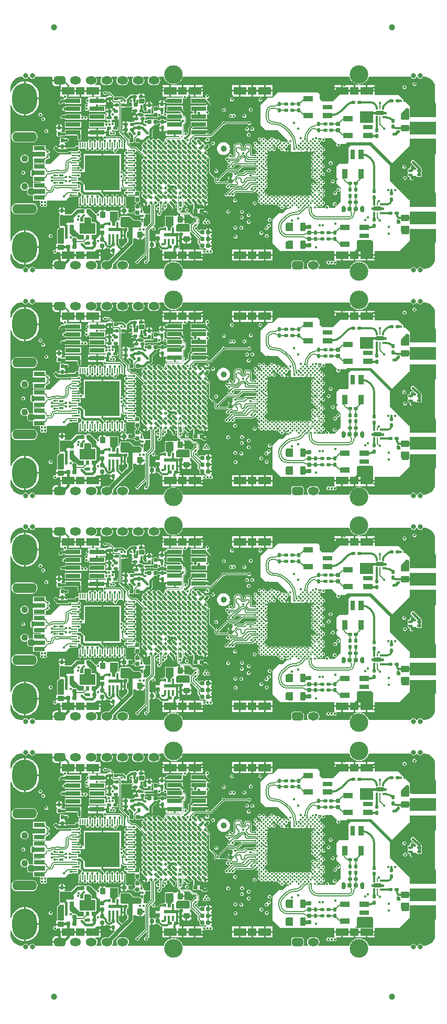
<source format=gtl>
G04*
G04 #@! TF.GenerationSoftware,Altium Limited,Altium Designer,19.1.5 (86)*
G04*
G04 Layer_Physical_Order=1*
G04 Layer_Color=255*
%FSLAX44Y44*%
%MOMM*%
G71*
G01*
G75*
%ADD10C,1.0000*%
%ADD11C,0.3090*%
%ADD12C,0.2000*%
%ADD13C,0.3000*%
G04:AMPARAMS|DCode=14|XSize=0.6mm|YSize=0.6mm|CornerRadius=0.06mm|HoleSize=0mm|Usage=FLASHONLY|Rotation=270.000|XOffset=0mm|YOffset=0mm|HoleType=Round|Shape=RoundedRectangle|*
%AMROUNDEDRECTD14*
21,1,0.6000,0.4800,0,0,270.0*
21,1,0.4800,0.6000,0,0,270.0*
1,1,0.1200,-0.2400,-0.2400*
1,1,0.1200,-0.2400,0.2400*
1,1,0.1200,0.2400,0.2400*
1,1,0.1200,0.2400,-0.2400*
%
%ADD14ROUNDEDRECTD14*%
G04:AMPARAMS|DCode=15|XSize=0.6mm|YSize=0.6mm|CornerRadius=0.06mm|HoleSize=0mm|Usage=FLASHONLY|Rotation=0.000|XOffset=0mm|YOffset=0mm|HoleType=Round|Shape=RoundedRectangle|*
%AMROUNDEDRECTD15*
21,1,0.6000,0.4800,0,0,0.0*
21,1,0.4800,0.6000,0,0,0.0*
1,1,0.1200,0.2400,-0.2400*
1,1,0.1200,-0.2400,-0.2400*
1,1,0.1200,-0.2400,0.2400*
1,1,0.1200,0.2400,0.2400*
%
%ADD15ROUNDEDRECTD15*%
G04:AMPARAMS|DCode=16|XSize=1mm|YSize=0.9mm|CornerRadius=0.1125mm|HoleSize=0mm|Usage=FLASHONLY|Rotation=180.000|XOffset=0mm|YOffset=0mm|HoleType=Round|Shape=RoundedRectangle|*
%AMROUNDEDRECTD16*
21,1,1.0000,0.6750,0,0,180.0*
21,1,0.7750,0.9000,0,0,180.0*
1,1,0.2250,-0.3875,0.3375*
1,1,0.2250,0.3875,0.3375*
1,1,0.2250,0.3875,-0.3375*
1,1,0.2250,-0.3875,-0.3375*
%
%ADD16ROUNDEDRECTD16*%
%ADD17R,2.2500X0.6000*%
%ADD18R,0.3000X0.6000*%
G04:AMPARAMS|DCode=19|XSize=1mm|YSize=0.9mm|CornerRadius=0.1125mm|HoleSize=0mm|Usage=FLASHONLY|Rotation=270.000|XOffset=0mm|YOffset=0mm|HoleType=Round|Shape=RoundedRectangle|*
%AMROUNDEDRECTD19*
21,1,1.0000,0.6750,0,0,270.0*
21,1,0.7750,0.9000,0,0,270.0*
1,1,0.2250,-0.3375,-0.3875*
1,1,0.2250,-0.3375,0.3875*
1,1,0.2250,0.3375,0.3875*
1,1,0.2250,0.3375,-0.3875*
%
%ADD19ROUNDEDRECTD19*%
G04:AMPARAMS|DCode=20|XSize=0.5mm|YSize=0.6mm|CornerRadius=0.05mm|HoleSize=0mm|Usage=FLASHONLY|Rotation=90.000|XOffset=0mm|YOffset=0mm|HoleType=Round|Shape=RoundedRectangle|*
%AMROUNDEDRECTD20*
21,1,0.5000,0.5000,0,0,90.0*
21,1,0.4000,0.6000,0,0,90.0*
1,1,0.1000,0.2500,0.2000*
1,1,0.1000,0.2500,-0.2000*
1,1,0.1000,-0.2500,-0.2000*
1,1,0.1000,-0.2500,0.2000*
%
%ADD20ROUNDEDRECTD20*%
G04:AMPARAMS|DCode=21|XSize=0.5mm|YSize=0.6mm|CornerRadius=0.05mm|HoleSize=0mm|Usage=FLASHONLY|Rotation=0.000|XOffset=0mm|YOffset=0mm|HoleType=Round|Shape=RoundedRectangle|*
%AMROUNDEDRECTD21*
21,1,0.5000,0.5000,0,0,0.0*
21,1,0.4000,0.6000,0,0,0.0*
1,1,0.1000,0.2000,-0.2500*
1,1,0.1000,-0.2000,-0.2500*
1,1,0.1000,-0.2000,0.2500*
1,1,0.1000,0.2000,0.2500*
%
%ADD21ROUNDEDRECTD21*%
%ADD22R,1.6500X0.9000*%
%ADD23R,1.6500X0.7600*%
%ADD24R,0.9000X1.6500*%
%ADD25R,0.7600X1.6500*%
%ADD26R,0.3000X0.3100*%
%ADD27R,4.0000X2.0000*%
%ADD28R,4.2500X2.0000*%
%ADD29R,2.4000X0.7500*%
%ADD30C,0.5000*%
%ADD31O,0.4700X0.5000*%
%ADD32O,0.5000X0.4500*%
%ADD33C,0.4700*%
%ADD34R,1.8000X0.7000*%
%ADD35R,0.3500X0.3000*%
%ADD36R,0.6500X0.4500*%
%ADD37R,0.4000X0.2500*%
%ADD38R,0.5000X0.2500*%
%ADD39R,0.3000X0.3500*%
%ADD40R,1.4000X1.3000*%
%ADD41R,2.0000X1.3000*%
G04:AMPARAMS|DCode=42|XSize=1.3mm|YSize=0.8mm|CornerRadius=0.1mm|HoleSize=0mm|Usage=FLASHONLY|Rotation=270.000|XOffset=0mm|YOffset=0mm|HoleType=Round|Shape=RoundedRectangle|*
%AMROUNDEDRECTD42*
21,1,1.3000,0.6000,0,0,270.0*
21,1,1.1000,0.8000,0,0,270.0*
1,1,0.2000,-0.3000,-0.5500*
1,1,0.2000,-0.3000,0.5500*
1,1,0.2000,0.3000,0.5500*
1,1,0.2000,0.3000,-0.5500*
%
%ADD42ROUNDEDRECTD42*%
G04:AMPARAMS|DCode=43|XSize=0.7mm|YSize=0.4mm|CornerRadius=0.05mm|HoleSize=0mm|Usage=FLASHONLY|Rotation=180.000|XOffset=0mm|YOffset=0mm|HoleType=Round|Shape=RoundedRectangle|*
%AMROUNDEDRECTD43*
21,1,0.7000,0.3000,0,0,180.0*
21,1,0.6000,0.4000,0,0,180.0*
1,1,0.1000,-0.3000,0.1500*
1,1,0.1000,0.3000,0.1500*
1,1,0.1000,0.3000,-0.1500*
1,1,0.1000,-0.3000,-0.1500*
%
%ADD43ROUNDEDRECTD43*%
%ADD44R,1.2000X0.7000*%
%ADD45R,0.2500X0.3500*%
%ADD46R,2.5000X1.7000*%
%ADD47R,0.5000X0.7000*%
G04:AMPARAMS|DCode=48|XSize=1.3mm|YSize=1mm|CornerRadius=0.125mm|HoleSize=0mm|Usage=FLASHONLY|Rotation=0.000|XOffset=0mm|YOffset=0mm|HoleType=Round|Shape=RoundedRectangle|*
%AMROUNDEDRECTD48*
21,1,1.3000,0.7500,0,0,0.0*
21,1,1.0500,1.0000,0,0,0.0*
1,1,0.2500,0.5250,-0.3750*
1,1,0.2500,-0.5250,-0.3750*
1,1,0.2500,-0.5250,0.3750*
1,1,0.2500,0.5250,0.3750*
%
%ADD48ROUNDEDRECTD48*%
%ADD49R,0.2000X0.2000*%
%ADD50C,0.3500*%
%ADD51R,0.2000X0.9000*%
%ADD52R,0.9000X0.2000*%
%ADD53R,5.5500X5.5500*%
%ADD54C,0.4000*%
%ADD55C,0.1500*%
%ADD56C,0.1100*%
%ADD57C,0.3500*%
%ADD58C,0.7000*%
%ADD59C,0.4500*%
%ADD60C,0.5000*%
%ADD61C,0.1000*%
%ADD62C,0.6000*%
%ADD63C,0.2500*%
%ADD64C,0.1300*%
%ADD65C,0.1200*%
%ADD66R,7.0000X7.0000*%
G04:AMPARAMS|DCode=67|XSize=1.8mm|YSize=1.3mm|CornerRadius=0.325mm|HoleSize=0mm|Usage=FLASHONLY|Rotation=0.000|XOffset=0mm|YOffset=0mm|HoleType=Round|Shape=RoundedRectangle|*
%AMROUNDEDRECTD67*
21,1,1.8000,0.6500,0,0,0.0*
21,1,1.1500,1.3000,0,0,0.0*
1,1,0.6500,0.5750,-0.3250*
1,1,0.6500,-0.5750,-0.3250*
1,1,0.6500,-0.5750,0.3250*
1,1,0.6500,0.5750,0.3250*
%
%ADD67ROUNDEDRECTD67*%
%ADD68O,1.8000X1.3000*%
%ADD69C,1.1000*%
%ADD70O,4.0000X1.6000*%
%ADD71C,3.0000*%
%ADD72C,0.8000*%
%ADD73O,4.0000X5.0000*%
%ADD74C,0.4000*%
G36*
X675239Y1402071D02*
X678508Y1400717D01*
X681449Y1398751D01*
X683951Y1396250D01*
X685917Y1393308D01*
X687271Y1390039D01*
X687961Y1386569D01*
Y1384800D01*
Y1360715D01*
X687636D01*
X689500Y1358851D01*
Y1338100D01*
X647000D01*
Y1360715D01*
X646910D01*
Y1356872D01*
X645986Y1356489D01*
X628625Y1373850D01*
X590040D01*
Y1379080D01*
X577500D01*
Y1380350D01*
X576230D01*
Y1389390D01*
X558770D01*
Y1380350D01*
X556230D01*
Y1389390D01*
X538770D01*
Y1380350D01*
X537500D01*
Y1379080D01*
X534250D01*
X534250Y1374850D01*
X522500Y1363100D01*
X505250Y1363100D01*
X501250Y1367100D01*
Y1374850D01*
X498250Y1377850D01*
X433250Y1377850D01*
X424809Y1369409D01*
X418059Y1369409D01*
X406000Y1357350D01*
X406000Y1324350D01*
X414000Y1316350D01*
X433250Y1316350D01*
X450046Y1299554D01*
X449717Y1298469D01*
X449527Y1298431D01*
X448618Y1297823D01*
X448010Y1296913D01*
X447932Y1296523D01*
X447270Y1296194D01*
X446608Y1296523D01*
X446530Y1296913D01*
X445923Y1297823D01*
X445013Y1298431D01*
X443940Y1298644D01*
X442867Y1298431D01*
X442173Y1297967D01*
X441242Y1298011D01*
X440935Y1298092D01*
X440373Y1298933D01*
X438954Y1299881D01*
X437280Y1300214D01*
X436574Y1300074D01*
X436540Y1300243D01*
X435933Y1301153D01*
X435023Y1301761D01*
X433950Y1301974D01*
X432877Y1301761D01*
X432183Y1301297D01*
X431252Y1301342D01*
X430945Y1301422D01*
X430383Y1302263D01*
X428964Y1303212D01*
X427290Y1303544D01*
X426584Y1303404D01*
X426550Y1303573D01*
X425943Y1304483D01*
X425033Y1305091D01*
X423960Y1305304D01*
X422887Y1305091D01*
X421977Y1304483D01*
X421370Y1303573D01*
X421231Y1302874D01*
X420840Y1302290D01*
X420256Y1301900D01*
X419557Y1301761D01*
X418647Y1301153D01*
X418040Y1300243D01*
X417974Y1299912D01*
X417300Y1299580D01*
X416626Y1299912D01*
X416560Y1300243D01*
X415953Y1301153D01*
X415043Y1301761D01*
X414344Y1301900D01*
X413444Y1302500D01*
X413230Y1303573D01*
X412622Y1304483D01*
X411713Y1305091D01*
X410640Y1305304D01*
X409567Y1305091D01*
X408657Y1304483D01*
X408050Y1303573D01*
X407984Y1303242D01*
X407310Y1302910D01*
X406636Y1303242D01*
X406570Y1303573D01*
X405962Y1304483D01*
X405053Y1305091D01*
X403980Y1305304D01*
X402907Y1305091D01*
X401997Y1304483D01*
X401389Y1303573D01*
X401176Y1302500D01*
X401389Y1301427D01*
X401997Y1300518D01*
X402907Y1299910D01*
X403606Y1299771D01*
X404506Y1299170D01*
X404720Y1298097D01*
X405327Y1297188D01*
X406237Y1296580D01*
X406248Y1296578D01*
X406996Y1295511D01*
X406935Y1295240D01*
X406237Y1295101D01*
X405327Y1294493D01*
X404720Y1293583D01*
X404654Y1293252D01*
X403980Y1292920D01*
X403306Y1293252D01*
X403240Y1293583D01*
X402632Y1294493D01*
X401723Y1295101D01*
X401024Y1295240D01*
X400124Y1295840D01*
X399910Y1296913D01*
X399302Y1297823D01*
X398393Y1298431D01*
X397320Y1298644D01*
X396247Y1298431D01*
X395337Y1297823D01*
X394729Y1296913D01*
X394516Y1295840D01*
X394729Y1294767D01*
X395337Y1293858D01*
X396247Y1293250D01*
X396258Y1293248D01*
X397006Y1292181D01*
X396945Y1291910D01*
X396247Y1291771D01*
X395337Y1291163D01*
X394729Y1290253D01*
X394516Y1289180D01*
X394729Y1288107D01*
X395337Y1287198D01*
X396247Y1286590D01*
X396946Y1286451D01*
X397846Y1285850D01*
X398059Y1284777D01*
X398667Y1283868D01*
X399577Y1283260D01*
X399588Y1283258D01*
X400336Y1282191D01*
X400275Y1281920D01*
X399577Y1281781D01*
X398667Y1281173D01*
X398059Y1280263D01*
X397846Y1279190D01*
X397320Y1278664D01*
X396247Y1278451D01*
X395337Y1277843D01*
X395205Y1277645D01*
X391739D01*
X391534Y1277849D01*
Y1290850D01*
X391399Y1291533D01*
X391012Y1292112D01*
X389012Y1294112D01*
X388433Y1294499D01*
X387750Y1294635D01*
X382750D01*
X382067Y1294499D01*
X381488Y1294112D01*
X379738Y1292362D01*
X379352Y1291783D01*
X379216Y1291100D01*
Y1289089D01*
X378761Y1288634D01*
X377489D01*
X376284Y1289839D01*
Y1292850D01*
X376148Y1293533D01*
X375762Y1294112D01*
X374012Y1295862D01*
X373433Y1296249D01*
X372750Y1296384D01*
X367000D01*
X366317Y1296249D01*
X365738Y1295862D01*
X362738Y1292862D01*
X362352Y1292283D01*
X362216Y1291600D01*
Y1276339D01*
X361264Y1275387D01*
X361124Y1275396D01*
X360255Y1275723D01*
X360076Y1276621D01*
X359413Y1277613D01*
X358421Y1278276D01*
X357250Y1278509D01*
X356080Y1278276D01*
X355087Y1277613D01*
X354424Y1276621D01*
X354191Y1275450D01*
X354424Y1274280D01*
X354808Y1273706D01*
X354382Y1272647D01*
X353927Y1272593D01*
X353913Y1272613D01*
X352921Y1273276D01*
X351750Y1273509D01*
X350580Y1273276D01*
X349587Y1272613D01*
X348924Y1271621D01*
X348691Y1270450D01*
X348924Y1269280D01*
X349587Y1268288D01*
X350580Y1267624D01*
X351133Y1267514D01*
X351949Y1266489D01*
X351941Y1266450D01*
X352174Y1265280D01*
X352837Y1264287D01*
X353830Y1263624D01*
X355000Y1263392D01*
X355092Y1263410D01*
X356180Y1262607D01*
X356205Y1262355D01*
X355447Y1261597D01*
X355000Y1261686D01*
X353830Y1261453D01*
X352837Y1260790D01*
X352174Y1259797D01*
X351941Y1258627D01*
X352174Y1257456D01*
X352837Y1256464D01*
X353830Y1255801D01*
X355000Y1255568D01*
X356171Y1255801D01*
X357144Y1256451D01*
X357387Y1256594D01*
X358250D01*
X358337Y1256464D01*
X359330Y1255801D01*
X360500Y1255568D01*
X361671Y1255801D01*
X362663Y1256464D01*
X363326Y1257456D01*
X363559Y1258627D01*
X363429Y1259282D01*
X364902Y1260756D01*
X373968D01*
X374382Y1259756D01*
X368761Y1254135D01*
X352377D01*
X351694Y1253999D01*
X351115Y1253612D01*
X336385Y1238882D01*
X336250Y1238909D01*
X335282Y1238717D01*
X334282Y1239255D01*
Y1240500D01*
X334154Y1241144D01*
X333790Y1241690D01*
X325615Y1249865D01*
Y1272518D01*
X325487Y1273162D01*
X325122Y1273708D01*
X319872Y1278958D01*
X320069Y1279950D01*
X319797Y1281316D01*
X319024Y1282474D01*
X317866Y1283247D01*
X316894Y1283441D01*
Y1284460D01*
X317866Y1284653D01*
X319024Y1285427D01*
X319797Y1286585D01*
X319881Y1287005D01*
X322663Y1289787D01*
X323326Y1290780D01*
X323559Y1291950D01*
X323326Y1293121D01*
X322663Y1294113D01*
X321671Y1294776D01*
X321416Y1294827D01*
X321639Y1295950D01*
X321248Y1297917D01*
X321144Y1298072D01*
X321473Y1298864D01*
X321698Y1299043D01*
X322663Y1299687D01*
X323326Y1300680D01*
X323559Y1301850D01*
X323326Y1303021D01*
X322663Y1304013D01*
X321671Y1304676D01*
X320500Y1304909D01*
X319329Y1304676D01*
X318337Y1304013D01*
X317674Y1303021D01*
X317441Y1301850D01*
X317462Y1301745D01*
X316755Y1301038D01*
X316500Y1301089D01*
X314534Y1300698D01*
X312867Y1299584D01*
X312176Y1298550D01*
X311024Y1298474D01*
X309866Y1299247D01*
X309446Y1299331D01*
X306663Y1302113D01*
X306663Y1302113D01*
X305671Y1302776D01*
X304501Y1303009D01*
X303330Y1302776D01*
X302338Y1302113D01*
X301674Y1301121D01*
X301574Y1300617D01*
X300489Y1300287D01*
X298663Y1302113D01*
X298663Y1302113D01*
X297845Y1302660D01*
X297519Y1303748D01*
X299836Y1306066D01*
X325750D01*
X326433Y1306202D01*
X327012Y1306588D01*
X345803Y1325380D01*
X346250Y1325291D01*
X347421Y1325524D01*
X348413Y1326187D01*
X348666Y1326566D01*
X385084D01*
X385337Y1326187D01*
X386329Y1325524D01*
X387500Y1325291D01*
X388671Y1325524D01*
X389663Y1326187D01*
X390326Y1327180D01*
X390559Y1328350D01*
X390326Y1329521D01*
X389663Y1330513D01*
X388671Y1331176D01*
X387500Y1331409D01*
X386329Y1331176D01*
X385337Y1330513D01*
X385084Y1330134D01*
X348666D01*
X348413Y1330513D01*
X347421Y1331176D01*
X346250Y1331409D01*
X345079Y1331176D01*
X344087Y1330513D01*
X343424Y1329521D01*
X343191Y1328350D01*
X343280Y1327904D01*
X325011Y1309635D01*
X319000D01*
Y1311541D01*
X319750D01*
X320921Y1311774D01*
X321913Y1312437D01*
X322576Y1313430D01*
X322809Y1314600D01*
X322576Y1315771D01*
X321913Y1316763D01*
X320921Y1317426D01*
X319750Y1317659D01*
X319000D01*
Y1318200D01*
X295369D01*
X294955Y1319200D01*
X297205Y1321450D01*
X319000D01*
Y1330950D01*
X293000D01*
Y1324455D01*
X289698Y1321153D01*
X289145Y1320326D01*
X288951Y1319350D01*
Y1311656D01*
X288277Y1310982D01*
X287213Y1311332D01*
X287076Y1312021D01*
X286413Y1313013D01*
X285420Y1313676D01*
X284250Y1313909D01*
X283124Y1313685D01*
X282947Y1313671D01*
X282124Y1314190D01*
Y1325678D01*
X284898Y1328452D01*
X285374Y1329600D01*
Y1336850D01*
X284898Y1337998D01*
X282798Y1340098D01*
X281650Y1340574D01*
X280707D01*
X280000Y1341281D01*
X280000Y1343542D01*
X280148Y1343571D01*
X281171Y1343774D01*
X282163Y1344437D01*
X282826Y1345430D01*
X283059Y1346600D01*
X282826Y1347771D01*
X282163Y1348763D01*
X282163Y1348763D01*
X280000Y1350926D01*
Y1356450D01*
X254000D01*
Y1346950D01*
X275324D01*
X277574Y1344700D01*
X277202Y1343700D01*
X254039D01*
X253663Y1344263D01*
X252671Y1344926D01*
X251500Y1345159D01*
X250454Y1344951D01*
X249992Y1345664D01*
X249934Y1345790D01*
X250374Y1346850D01*
Y1351850D01*
X250198Y1352273D01*
X250250Y1352350D01*
X250250D01*
Y1354196D01*
X250942Y1354658D01*
X251614Y1355664D01*
X251850Y1356850D01*
Y1358080D01*
X241651D01*
Y1356850D01*
X241886Y1355664D01*
X242381Y1354924D01*
X241921Y1353976D01*
X240973Y1353945D01*
X240243D01*
X240157Y1354375D01*
X239804Y1354904D01*
X239274Y1355257D01*
X238650Y1355381D01*
X233850D01*
X233226Y1355257D01*
X232696Y1354904D01*
X232343Y1354375D01*
X232219Y1353750D01*
Y1348950D01*
X232343Y1348326D01*
X232696Y1347797D01*
X232750Y1347761D01*
Y1344940D01*
X232696Y1344904D01*
X232343Y1344375D01*
X232219Y1343750D01*
Y1342999D01*
X229652D01*
X229084Y1343999D01*
X229374Y1344700D01*
Y1349700D01*
X229199Y1350123D01*
X229250Y1350200D01*
X229250D01*
Y1352046D01*
X229942Y1352509D01*
X230614Y1353514D01*
X230850Y1354700D01*
Y1355930D01*
X220651D01*
Y1354700D01*
X220887Y1353514D01*
X221559Y1352509D01*
X222250Y1352046D01*
Y1350200D01*
X222250D01*
X222302Y1350123D01*
X222127Y1349700D01*
Y1348840D01*
X221179Y1348281D01*
X221127Y1348285D01*
X220000Y1348509D01*
X218830Y1348276D01*
X218415Y1347999D01*
X217374D01*
Y1350350D01*
X216898Y1351498D01*
X215799Y1351953D01*
Y1353400D01*
X216000D01*
Y1357768D01*
X216457Y1358681D01*
X216797Y1358891D01*
X217265Y1359085D01*
X219015Y1360835D01*
X219332Y1361600D01*
Y1366796D01*
X219333Y1366796D01*
X219016Y1367561D01*
X219015D01*
X218461Y1368116D01*
X218461Y1368116D01*
X218223Y1368214D01*
X218350Y1368850D01*
Y1369580D01*
X212750D01*
Y1370850D01*
X211480D01*
Y1375950D01*
X210250D01*
X209064Y1375714D01*
X208058Y1375042D01*
X207596Y1374350D01*
X205750D01*
Y1374350D01*
X205250Y1374474D01*
X204801Y1374474D01*
X200250D01*
X199102Y1373998D01*
X199065Y1373909D01*
X196329D01*
X195159Y1373676D01*
X194167Y1373013D01*
X189338Y1368184D01*
X189043Y1367744D01*
X187815Y1367605D01*
X185167Y1370253D01*
X184340Y1370805D01*
X183364Y1370999D01*
X173600D01*
X172624Y1370805D01*
X172503Y1370724D01*
X170199D01*
X169750Y1370724D01*
X169369Y1370872D01*
X168742Y1371315D01*
X168648Y1371783D01*
X168262Y1372362D01*
X162512Y1378112D01*
X161933Y1378499D01*
X161250Y1378634D01*
X156666D01*
X156413Y1379013D01*
X155421Y1379676D01*
X154250Y1379909D01*
X153080Y1379676D01*
X152087Y1379013D01*
X151424Y1378021D01*
X151191Y1376850D01*
X151424Y1375680D01*
X152087Y1374687D01*
X153080Y1374024D01*
X154250Y1373791D01*
X155421Y1374024D01*
X156413Y1374687D01*
X156666Y1375066D01*
X160511D01*
X162453Y1373124D01*
X162071Y1372200D01*
X159750D01*
X158564Y1371964D01*
X157558Y1371292D01*
X157124Y1370642D01*
X156330Y1370259D01*
X155935Y1370240D01*
X143020D01*
Y1363950D01*
X140480D01*
Y1370240D01*
X127211D01*
Y1367742D01*
X126500Y1367159D01*
X125330Y1366926D01*
X124337Y1366263D01*
X123674Y1365271D01*
X123441Y1364100D01*
X123674Y1362930D01*
X124337Y1361937D01*
X125330Y1361274D01*
X126500Y1361041D01*
X126953Y1360670D01*
X126901Y1359862D01*
X125977Y1359388D01*
X125921Y1359426D01*
X124750Y1359659D01*
X123580Y1359426D01*
X122587Y1358763D01*
X121924Y1357771D01*
X121691Y1356600D01*
X121924Y1355430D01*
X122587Y1354437D01*
X122718Y1354350D01*
Y1353350D01*
X122587Y1353263D01*
X121924Y1352271D01*
X121691Y1351100D01*
X121924Y1349930D01*
X122587Y1348937D01*
X123580Y1348274D01*
X124750Y1348041D01*
X125921Y1348274D01*
X126913Y1348937D01*
X127576Y1349930D01*
X127751Y1350807D01*
X128750Y1350708D01*
Y1346450D01*
X154750D01*
Y1355950D01*
X145439D01*
X144805Y1356723D01*
X144809Y1356746D01*
X144781Y1356887D01*
X145415Y1357660D01*
X156291D01*
Y1363006D01*
X157290Y1363309D01*
X157558Y1362909D01*
X158564Y1362237D01*
X159750Y1362001D01*
X160980D01*
Y1367100D01*
X163520D01*
Y1362001D01*
X164750D01*
X165936Y1362237D01*
X166029Y1362298D01*
X167488Y1360838D01*
X168067Y1360452D01*
X167970Y1359451D01*
X167900Y1359100D01*
Y1358370D01*
X173500D01*
Y1355830D01*
X167900D01*
Y1355100D01*
X168018Y1354509D01*
X168006Y1353829D01*
X167302Y1353370D01*
X166830Y1353276D01*
X165837Y1352613D01*
X165260Y1351749D01*
X164250Y1351950D01*
X163020D01*
Y1346850D01*
X161750D01*
Y1345580D01*
X156151D01*
Y1344850D01*
X156386Y1343664D01*
X157058Y1342659D01*
X157368Y1342452D01*
Y1341249D01*
X157058Y1341042D01*
X156386Y1340036D01*
X156151Y1338850D01*
Y1338120D01*
X161750D01*
Y1335580D01*
X156151D01*
Y1334850D01*
X156386Y1333664D01*
X157058Y1332659D01*
X158064Y1331987D01*
X158336Y1331579D01*
X158191Y1330850D01*
X158424Y1329680D01*
X158892Y1328980D01*
X158171Y1328259D01*
X157921Y1328426D01*
X156750Y1328659D01*
X155751Y1328460D01*
X154750Y1328983D01*
Y1330450D01*
X128750D01*
Y1320950D01*
X154750D01*
Y1320950D01*
X155651Y1320709D01*
Y1319240D01*
X143020D01*
Y1314220D01*
X156291D01*
Y1314635D01*
X157290Y1315169D01*
X157564Y1314987D01*
X158750Y1314751D01*
X161515D01*
X161837Y1313763D01*
X161174Y1312771D01*
X160941Y1311600D01*
X161174Y1310430D01*
X161837Y1309437D01*
X162829Y1308774D01*
X164000Y1308541D01*
X165171Y1308774D01*
X165682Y1309116D01*
X166357Y1309379D01*
X167164Y1309135D01*
X167630Y1308824D01*
X168800Y1308591D01*
X169971Y1308824D01*
X170963Y1309487D01*
X171626Y1310480D01*
X171859Y1311650D01*
X171626Y1312821D01*
X170963Y1313813D01*
X169971Y1314476D01*
X168800Y1314709D01*
X167630Y1314476D01*
X167118Y1314134D01*
X166443Y1313872D01*
X165636Y1314115D01*
X165534Y1314183D01*
X165436Y1315249D01*
X165466Y1315340D01*
X165942Y1315659D01*
X166404Y1316350D01*
X168250D01*
Y1316350D01*
X168327Y1316402D01*
X168750Y1316227D01*
X173750D01*
X174898Y1316702D01*
X175374Y1317850D01*
Y1321850D01*
X174898Y1322998D01*
X174809Y1323035D01*
Y1330350D01*
X174809Y1330350D01*
X174576Y1331520D01*
X174456Y1331700D01*
X174576Y1331880D01*
X174809Y1333050D01*
Y1333458D01*
X175398Y1333702D01*
X175716Y1334469D01*
X176716Y1334270D01*
Y1313951D01*
X176852Y1313268D01*
X177238Y1312689D01*
X188937Y1300990D01*
X188523Y1299990D01*
X187520D01*
Y1292950D01*
Y1285910D01*
X189750D01*
Y1283780D01*
X188750Y1282959D01*
X188500Y1283009D01*
X187330Y1282776D01*
X186337Y1282113D01*
X185674Y1281121D01*
X185441Y1279950D01*
X185674Y1278780D01*
X186337Y1277787D01*
X187330Y1277124D01*
X188500Y1276891D01*
X189194Y1276126D01*
Y1275774D01*
X188500Y1275009D01*
X187330Y1274776D01*
X186337Y1274113D01*
X185674Y1273121D01*
X185441Y1271950D01*
X185674Y1270780D01*
X186337Y1269788D01*
X187330Y1269124D01*
X188500Y1268892D01*
X189194Y1268127D01*
Y1267774D01*
X188500Y1267009D01*
X187330Y1266776D01*
X186337Y1266113D01*
X185674Y1265121D01*
X185441Y1263950D01*
X185674Y1262780D01*
X186337Y1261787D01*
X187330Y1261124D01*
X188500Y1260892D01*
X189194Y1260127D01*
Y1259773D01*
X188500Y1259009D01*
X187330Y1258776D01*
X186337Y1258113D01*
X185674Y1257121D01*
X185441Y1255950D01*
X185674Y1254780D01*
X186337Y1253787D01*
X187330Y1253124D01*
X188500Y1252891D01*
X189194Y1252126D01*
Y1251774D01*
X188500Y1251009D01*
X187330Y1250776D01*
X186337Y1250113D01*
X185674Y1249121D01*
X185441Y1247950D01*
X185674Y1246780D01*
X186337Y1245787D01*
X187330Y1245124D01*
X188500Y1244892D01*
X189194Y1244127D01*
Y1243774D01*
X188500Y1243009D01*
X187330Y1242776D01*
X186337Y1242113D01*
X185674Y1241121D01*
X185441Y1239950D01*
X185674Y1238780D01*
X186337Y1237787D01*
X187330Y1237124D01*
X188500Y1236892D01*
X189194Y1236127D01*
Y1235773D01*
X188500Y1235009D01*
X187330Y1234776D01*
X186562Y1234263D01*
X185731Y1234676D01*
X185641Y1234759D01*
X185809Y1235600D01*
X185576Y1236771D01*
X184913Y1237763D01*
X183921Y1238426D01*
X182750Y1238659D01*
X182472Y1238604D01*
X181771Y1238954D01*
X181463Y1239423D01*
X181485Y1239494D01*
X181519Y1239545D01*
X182671Y1239774D01*
X183663Y1240437D01*
X184326Y1241430D01*
X184559Y1242600D01*
X184326Y1243771D01*
X183663Y1244763D01*
X183185Y1245082D01*
X183163Y1246270D01*
X183413Y1246437D01*
X184076Y1247430D01*
X184309Y1248600D01*
X184076Y1249771D01*
X183413Y1250763D01*
X182421Y1251426D01*
X181250Y1251659D01*
X180540Y1252242D01*
Y1278240D01*
X151520D01*
Y1247950D01*
Y1217660D01*
X180540D01*
Y1224810D01*
X180624Y1224876D01*
X181540Y1225176D01*
X184208Y1222508D01*
X184869Y1222066D01*
X185650Y1221911D01*
X185650Y1221911D01*
X188750D01*
X189750Y1221911D01*
Y1219848D01*
X188977Y1219214D01*
X188750Y1219259D01*
X187580Y1219026D01*
X186587Y1218363D01*
X185924Y1217371D01*
X185692Y1216200D01*
X185924Y1215030D01*
X186587Y1214037D01*
X187580Y1213374D01*
X188750Y1213142D01*
X188977Y1213187D01*
X189750Y1212552D01*
Y1209950D01*
X195053D01*
X195250Y1209911D01*
X203000Y1209911D01*
Y1208189D01*
X202946Y1208154D01*
X202593Y1207625D01*
X202469Y1207000D01*
Y1202200D01*
X202593Y1201576D01*
X202946Y1201047D01*
X203476Y1200693D01*
X204100Y1200569D01*
X204716D01*
Y1197632D01*
X204100D01*
X203476Y1197507D01*
X202946Y1197154D01*
X202593Y1196625D01*
X202469Y1196000D01*
Y1191200D01*
X202593Y1190576D01*
X202946Y1190047D01*
X203000Y1190011D01*
Y1187189D01*
X202946Y1187154D01*
X202593Y1186625D01*
X202469Y1186000D01*
Y1185385D01*
X199281D01*
Y1189150D01*
X199157Y1189775D01*
X198803Y1190304D01*
X198274Y1190658D01*
X197650Y1190782D01*
X192850D01*
X192225Y1190658D01*
X191696Y1190304D01*
X191660Y1190250D01*
X190632D01*
X190607Y1190376D01*
X189913Y1191414D01*
X188875Y1192108D01*
X187650Y1192352D01*
X186520D01*
Y1186750D01*
Y1181149D01*
X187650D01*
X188875Y1181393D01*
X189913Y1182087D01*
X190607Y1183125D01*
X190632Y1183251D01*
X191660D01*
X191696Y1183197D01*
X192225Y1182843D01*
X192850Y1182719D01*
X196758D01*
X197138Y1182339D01*
X197717Y1181952D01*
X198400Y1181816D01*
X202469D01*
Y1181200D01*
X202593Y1180576D01*
X202946Y1180047D01*
X203476Y1179693D01*
X204100Y1179569D01*
X208900D01*
X209524Y1179693D01*
X210054Y1180047D01*
X210407Y1180576D01*
X210410Y1180590D01*
X211410Y1180492D01*
Y1179870D01*
X215450D01*
Y1177330D01*
X211410D01*
Y1174310D01*
X215777D01*
X215918Y1174100D01*
Y1168850D01*
X214082D01*
X213765Y1169615D01*
X213765Y1169615D01*
X211765Y1171616D01*
X211000Y1171933D01*
X201198D01*
X195015Y1178115D01*
X195015Y1178115D01*
X194250Y1178432D01*
X180500Y1178433D01*
X180500Y1178433D01*
X179735Y1178116D01*
X179735Y1178116D01*
X178484Y1176865D01*
X178484Y1176865D01*
X178167Y1176100D01*
X178167Y1172204D01*
X177420Y1171488D01*
X176527Y1171550D01*
X175995Y1172390D01*
X176082Y1172600D01*
X176082Y1185850D01*
X175765Y1186616D01*
X175000Y1186933D01*
X162750D01*
X161985Y1186616D01*
X161978Y1186600D01*
X157113D01*
X156767Y1187117D01*
X155555Y1187927D01*
X154125Y1188212D01*
X152020D01*
Y1180600D01*
X149480D01*
Y1188212D01*
X147375D01*
X145945Y1187927D01*
X144733Y1187117D01*
X143923Y1185905D01*
X143662Y1184597D01*
X143250Y1183659D01*
X142079Y1183426D01*
X141087Y1182763D01*
X140665Y1182131D01*
X139503Y1181878D01*
X131016Y1190366D01*
X131016Y1190366D01*
X130250Y1190683D01*
X125000Y1190683D01*
X124235Y1190366D01*
X123918Y1189600D01*
X121589D01*
X121554Y1189654D01*
X121024Y1190007D01*
X120400Y1190132D01*
X118236D01*
X118000Y1190179D01*
X110000D01*
X110000Y1190179D01*
X108439Y1189868D01*
X107116Y1188984D01*
X99065Y1180932D01*
X89157Y1180932D01*
X88854Y1181933D01*
X89192Y1182159D01*
X89864Y1183164D01*
X90100Y1184350D01*
Y1185580D01*
X79900D01*
Y1184350D01*
X80136Y1183164D01*
X80808Y1182159D01*
X81500Y1181696D01*
Y1180381D01*
X80985Y1179866D01*
X80668Y1179100D01*
X80668Y1165850D01*
X80668Y1165850D01*
X80719Y1165727D01*
Y1163450D01*
X80843Y1162826D01*
X81196Y1162297D01*
X81250Y1162261D01*
Y1159933D01*
X81000D01*
X80235Y1159616D01*
X77235Y1156616D01*
X76918Y1155850D01*
Y1147100D01*
X76958Y1147002D01*
Y1141949D01*
X76918Y1141850D01*
Y1135100D01*
X76918Y1135100D01*
X77000Y1134901D01*
Y1133963D01*
X76483Y1133618D01*
X75673Y1132405D01*
X75388Y1130975D01*
Y1128870D01*
X83000D01*
Y1126330D01*
X75388D01*
Y1124775D01*
X75340Y1124687D01*
X74522Y1124051D01*
X74408Y1124028D01*
X73750Y1124159D01*
X72579Y1123926D01*
X71587Y1123263D01*
X70924Y1122271D01*
X70691Y1121100D01*
X70924Y1119930D01*
X71587Y1118937D01*
X72579Y1118274D01*
X73750Y1118041D01*
X74921Y1118274D01*
X75913Y1118937D01*
X76576Y1119930D01*
X76644Y1120272D01*
X77695Y1120773D01*
X79125Y1120489D01*
X82210D01*
Y1116620D01*
X94750D01*
Y1114080D01*
X82210D01*
Y1108204D01*
X75643D01*
X73384Y1107754D01*
X71469Y1106475D01*
X70189Y1104559D01*
X69739Y1102300D01*
Y1100320D01*
X81393D01*
Y1097780D01*
X69739D01*
Y1095800D01*
X70070Y1094139D01*
X69346Y1093139D01*
X41651D01*
X40605Y1094705D01*
X38951Y1095810D01*
X37000Y1096198D01*
X35049Y1095810D01*
X33395Y1094705D01*
X32349Y1093139D01*
X30901D01*
X29855Y1094705D01*
X28201Y1095810D01*
X26250Y1096198D01*
X24299Y1095810D01*
X22645Y1094705D01*
X21599Y1093139D01*
X18231Y1093139D01*
X14761Y1093829D01*
X11492Y1095183D01*
X8551Y1097149D01*
X6049Y1099651D01*
X4083Y1102592D01*
X2729Y1105861D01*
X2039Y1109331D01*
Y1117499D01*
X3039Y1117647D01*
X4075Y1114233D01*
X6168Y1110317D01*
X8985Y1106885D01*
X12417Y1104068D01*
X16332Y1101975D01*
X20581Y1100686D01*
X23730Y1100376D01*
Y1127900D01*
Y1155424D01*
X20581Y1155114D01*
X16332Y1153825D01*
X12417Y1151732D01*
X8985Y1148916D01*
X6168Y1145483D01*
X4075Y1141568D01*
X3039Y1138153D01*
X2039Y1138302D01*
Y1357499D01*
X3039Y1357647D01*
X4075Y1354233D01*
X6168Y1350317D01*
X8985Y1346885D01*
X12417Y1344068D01*
X16332Y1341975D01*
X20581Y1340686D01*
X23730Y1340376D01*
Y1367900D01*
Y1395424D01*
X20581Y1395114D01*
X16332Y1393825D01*
X12417Y1391732D01*
X8985Y1388916D01*
X6168Y1385484D01*
X4075Y1381568D01*
X3039Y1378153D01*
X2039Y1378302D01*
Y1384800D01*
X2039Y1386569D01*
X2729Y1390039D01*
X4083Y1393308D01*
X6049Y1396250D01*
X8551Y1398751D01*
X11492Y1400717D01*
X14761Y1402071D01*
X18231Y1402761D01*
X21599D01*
X22645Y1401195D01*
X24299Y1400090D01*
X26250Y1399702D01*
X28201Y1400090D01*
X29855Y1401195D01*
X30901Y1402761D01*
X32349D01*
X33395Y1401195D01*
X35049Y1400090D01*
X37000Y1399702D01*
X38951Y1400090D01*
X40605Y1401195D01*
X41651Y1402761D01*
X68918D01*
X69641Y1401761D01*
X69311Y1400100D01*
Y1398120D01*
X80964D01*
Y1395580D01*
X69311D01*
Y1393600D01*
X69760Y1391341D01*
X71040Y1389426D01*
X72955Y1388146D01*
X75214Y1387697D01*
X82210D01*
Y1381620D01*
X94750D01*
Y1380350D01*
X96020D01*
Y1371310D01*
X113480D01*
Y1380350D01*
X116020D01*
Y1371310D01*
X133480D01*
Y1380350D01*
X134750D01*
Y1381620D01*
X147290D01*
Y1389390D01*
X138502D01*
X138248Y1389971D01*
X138223Y1390390D01*
X139670Y1391501D01*
X140873Y1393068D01*
X141628Y1394892D01*
X141886Y1396850D01*
X141628Y1398808D01*
X140873Y1400633D01*
X140007Y1401761D01*
X140500Y1402761D01*
X148572D01*
X149065Y1401761D01*
X148199Y1400633D01*
X147443Y1398808D01*
X147185Y1396850D01*
X147443Y1394892D01*
X148199Y1393068D01*
X149401Y1391501D01*
X150968Y1390299D01*
X152792Y1389543D01*
X154750Y1389285D01*
X159750D01*
X161708Y1389543D01*
X163532Y1390299D01*
X165099Y1391501D01*
X166301Y1393068D01*
X167057Y1394892D01*
X167315Y1396850D01*
X167057Y1398808D01*
X166301Y1400633D01*
X165435Y1401761D01*
X165928Y1402761D01*
X174000D01*
X174493Y1401761D01*
X173627Y1400633D01*
X172872Y1398808D01*
X172614Y1396850D01*
X172872Y1394892D01*
X173627Y1393068D01*
X174830Y1391501D01*
X176396Y1390299D01*
X178221Y1389543D01*
X180179Y1389285D01*
X185179D01*
X187136Y1389543D01*
X188961Y1390299D01*
X190528Y1391501D01*
X191730Y1393068D01*
X192486Y1394892D01*
X192743Y1396850D01*
X192486Y1398808D01*
X191730Y1400633D01*
X190864Y1401761D01*
X191357Y1402761D01*
X199429D01*
X199922Y1401761D01*
X199056Y1400633D01*
X198300Y1398808D01*
X198042Y1396850D01*
X198300Y1394892D01*
X199056Y1393068D01*
X200258Y1391501D01*
X201825Y1390299D01*
X203649Y1389543D01*
X205607Y1389285D01*
X210607D01*
X212565Y1389543D01*
X214389Y1390299D01*
X215956Y1391501D01*
X217158Y1393068D01*
X217914Y1394892D01*
X218172Y1396850D01*
X217914Y1398808D01*
X217158Y1400633D01*
X216292Y1401761D01*
X216786Y1402761D01*
X224857D01*
X225350Y1401761D01*
X224484Y1400633D01*
X223729Y1398808D01*
X223471Y1396850D01*
X223729Y1394892D01*
X224484Y1393068D01*
X225687Y1391501D01*
X227253Y1390299D01*
X229078Y1389543D01*
X231036Y1389285D01*
X236036D01*
X237994Y1389543D01*
X239818Y1390299D01*
X241385Y1391501D01*
X242587Y1393068D01*
X243343Y1394892D01*
X243600Y1396850D01*
X243343Y1398808D01*
X242587Y1400633D01*
X241721Y1401761D01*
X242214Y1402761D01*
X249505D01*
X250146Y1400648D01*
X251632Y1397868D01*
X253631Y1395432D01*
X256068Y1393432D01*
X258847Y1391947D01*
X261863Y1391032D01*
X265000Y1390723D01*
X268137Y1391032D01*
X271153Y1391947D01*
X273932Y1393432D01*
X276369Y1395432D01*
X278368Y1397868D01*
X279854Y1400648D01*
X280495Y1402761D01*
X549505D01*
X550146Y1400648D01*
X551632Y1397868D01*
X553632Y1395432D01*
X556068Y1393432D01*
X558847Y1391947D01*
X561864Y1391032D01*
X565000Y1390723D01*
X568137Y1391032D01*
X571153Y1391947D01*
X573932Y1393432D01*
X576368Y1395432D01*
X578368Y1397868D01*
X579854Y1400648D01*
X580495Y1402761D01*
X648349D01*
X649395Y1401195D01*
X651049Y1400090D01*
X653000Y1399702D01*
X654951Y1400090D01*
X656605Y1401195D01*
X657651Y1402761D01*
X659099D01*
X660145Y1401195D01*
X661799Y1400090D01*
X663750Y1399702D01*
X665701Y1400090D01*
X667355Y1401195D01*
X668401Y1402761D01*
X671769Y1402761D01*
X675239Y1402071D01*
D02*
G37*
G36*
X217696Y1367350D02*
X218250Y1366796D01*
Y1361600D01*
X216500Y1359850D01*
X211250Y1359850D01*
X209500Y1361600D01*
Y1366850D01*
X210000Y1367350D01*
X217696Y1367350D01*
D02*
G37*
G36*
X200151Y1354350D02*
X200250Y1353350D01*
X199564Y1353214D01*
X198558Y1352542D01*
X197886Y1351536D01*
X197651Y1350350D01*
Y1349620D01*
X203250D01*
Y1348350D01*
X204520D01*
Y1343251D01*
X205750D01*
X206936Y1343487D01*
X207942Y1344158D01*
X208404Y1344850D01*
X210250D01*
Y1344850D01*
X210327Y1344902D01*
X210750Y1344727D01*
X213269D01*
X214348Y1343648D01*
X215175Y1343095D01*
X216150Y1342901D01*
X216827D01*
X217362Y1341901D01*
X217174Y1341621D01*
X216942Y1340450D01*
X217017Y1340074D01*
X216201Y1339074D01*
X212500D01*
X212078Y1338899D01*
X212001Y1338950D01*
Y1338950D01*
X210154D01*
X209692Y1339642D01*
X208687Y1340314D01*
X207500Y1340550D01*
X206271D01*
Y1335450D01*
X205000D01*
Y1334180D01*
X199401D01*
Y1333450D01*
X199637Y1332264D01*
X200309Y1331259D01*
X199889Y1330336D01*
X199539Y1329974D01*
X195500D01*
X195077Y1329799D01*
X195000Y1329850D01*
Y1329850D01*
X193154D01*
X192692Y1330542D01*
X191686Y1331214D01*
X190500Y1331450D01*
X189270D01*
Y1326350D01*
X188000D01*
Y1325080D01*
X182400D01*
Y1324350D01*
X182636Y1323164D01*
X183038Y1322564D01*
X183308Y1321542D01*
X182636Y1320536D01*
X182400Y1319350D01*
Y1318620D01*
X188000D01*
Y1317350D01*
X189270D01*
Y1312251D01*
X190301D01*
X191191Y1311600D01*
X191424Y1310430D01*
X192087Y1309437D01*
X194441Y1307083D01*
Y1304234D01*
X193946Y1303904D01*
X193593Y1303374D01*
X193497Y1302892D01*
X193096Y1302659D01*
X192469Y1302505D01*
X180284Y1314690D01*
Y1352691D01*
X181000Y1353477D01*
X186000D01*
X187148Y1353952D01*
X187185Y1354041D01*
X191329D01*
X191476Y1353943D01*
X192100Y1353819D01*
X196900D01*
X197524Y1353943D01*
X198054Y1354297D01*
X198089Y1354350D01*
X200151Y1354350D01*
D02*
G37*
G36*
X646000Y1349850D02*
X646000Y1341350D01*
X633000D01*
X633000Y1343600D01*
X641250Y1351850D01*
X644000Y1351850D01*
X646000Y1349850D01*
D02*
G37*
G36*
X248877Y1340626D02*
X249337Y1339937D01*
X250329Y1339274D01*
X251500Y1339041D01*
X252671Y1339274D01*
X253000Y1339495D01*
X254000Y1338960D01*
Y1334200D01*
X276926D01*
X277461Y1333200D01*
X277174Y1332771D01*
X277077Y1332282D01*
X275745Y1330950D01*
X254989D01*
X254826Y1331771D01*
X254163Y1332763D01*
X253171Y1333426D01*
X252000Y1333659D01*
X250830Y1333426D01*
X250440Y1333544D01*
X250148Y1334248D01*
X249000Y1334724D01*
X245000D01*
X243852Y1334248D01*
X243416Y1333195D01*
X239993D01*
X239907Y1333625D01*
X239554Y1334154D01*
X239024Y1334507D01*
X238400Y1334632D01*
X233600D01*
X232976Y1334507D01*
X232446Y1334154D01*
X232411Y1334100D01*
X229589D01*
X229554Y1334154D01*
X229024Y1334507D01*
X228400Y1334632D01*
X223600D01*
X222976Y1334507D01*
X222446Y1334154D01*
X222167Y1333735D01*
X221707Y1333479D01*
X221483Y1333394D01*
X221010Y1333308D01*
X220000Y1333509D01*
X219124Y1334354D01*
Y1336546D01*
X220000Y1337392D01*
X221171Y1337624D01*
X221586Y1337901D01*
X232627D01*
X232696Y1337797D01*
X233226Y1337443D01*
X233850Y1337319D01*
X238650D01*
X239274Y1337443D01*
X239804Y1337797D01*
X240093Y1338230D01*
X240265Y1338378D01*
X240792Y1338634D01*
X241259Y1338739D01*
X242250Y1338542D01*
X243421Y1338774D01*
X244413Y1339437D01*
X245076Y1340430D01*
X245160Y1340850D01*
X245579Y1341024D01*
X246750Y1340791D01*
X247920Y1341024D01*
X248877Y1340626D01*
D02*
G37*
G36*
X587250Y1328427D02*
X566900D01*
X566900Y1346850D01*
X587250D01*
X587250Y1328427D01*
D02*
G37*
G36*
X630750Y1314100D02*
X624750Y1308100D01*
X619750Y1308100D01*
X619000Y1308850D01*
Y1311100D01*
X620250Y1312350D01*
X622750D01*
X626500Y1316100D01*
X626500Y1316850D01*
X630750D01*
X630750Y1314100D01*
D02*
G37*
G36*
X243500Y1327600D02*
Y1325754D01*
X242808Y1325292D01*
X242136Y1324286D01*
X241901Y1323100D01*
Y1321870D01*
X247000D01*
Y1320600D01*
X248270D01*
Y1315001D01*
X249000D01*
X250186Y1315237D01*
X251192Y1315909D01*
X251460Y1316311D01*
X252460Y1316007D01*
Y1314720D01*
X267000D01*
Y1313450D01*
X268270D01*
Y1307160D01*
X274078D01*
X274598Y1306160D01*
X274418Y1305902D01*
X254928D01*
X253780Y1305427D01*
X251024Y1302670D01*
X250548Y1301522D01*
Y1298855D01*
X249977Y1298474D01*
X249203Y1297316D01*
X249010Y1296344D01*
X247991D01*
X247797Y1297316D01*
X247024Y1298474D01*
X245866Y1299247D01*
X245446Y1299331D01*
X242663Y1302113D01*
X242663Y1302113D01*
X241671Y1302776D01*
X240501Y1303009D01*
X239330Y1302776D01*
X238338Y1302113D01*
X237675Y1301121D01*
X237574Y1300617D01*
X236489Y1300287D01*
X234663Y1302113D01*
X234663Y1302113D01*
X233671Y1302776D01*
X232500Y1303009D01*
X231330Y1302776D01*
X230338Y1302113D01*
X229674Y1301121D01*
X229574Y1300616D01*
X228489Y1300287D01*
X226855Y1301922D01*
X226891Y1302563D01*
X226918Y1302715D01*
X227060Y1303051D01*
X227906Y1303616D01*
X230213Y1305923D01*
X230213Y1305923D01*
X230876Y1306915D01*
X231109Y1308086D01*
X231109Y1308086D01*
Y1316133D01*
X237413Y1322437D01*
X237413Y1322437D01*
X238076Y1323430D01*
X238309Y1324600D01*
X238116Y1325569D01*
X238211Y1325904D01*
X238326Y1326112D01*
X238705Y1326629D01*
X239024Y1326693D01*
X239554Y1327047D01*
X239907Y1327576D01*
X239993Y1328005D01*
X242668D01*
X243500Y1327600D01*
D02*
G37*
G36*
X215435Y1296318D02*
X215362Y1295950D01*
X215585Y1294827D01*
X215330Y1294776D01*
X214338Y1294113D01*
X213675Y1293121D01*
X213442Y1291950D01*
X213675Y1290780D01*
X214338Y1289787D01*
X214338Y1289787D01*
X216163Y1287962D01*
X215834Y1286877D01*
X215330Y1286776D01*
X214338Y1286113D01*
X213675Y1285121D01*
X213442Y1283950D01*
X213675Y1282780D01*
X213807Y1282581D01*
X213031Y1281943D01*
X205612Y1289362D01*
X205033Y1289749D01*
X204350Y1289884D01*
X197989D01*
X193534Y1294339D01*
Y1295869D01*
X194458Y1296432D01*
X194534Y1296431D01*
X195100Y1296319D01*
X199900D01*
X200524Y1296443D01*
X201054Y1296797D01*
X201089Y1296850D01*
X203911D01*
X203946Y1296797D01*
X204476Y1296443D01*
X205100Y1296319D01*
X209900D01*
X210524Y1296443D01*
X211054Y1296797D01*
X211250Y1297091D01*
X214800D01*
X215435Y1296318D01*
D02*
G37*
G36*
X427290Y1294796D02*
X427996Y1294937D01*
X428030Y1294767D01*
X428637Y1293858D01*
X429547Y1293250D01*
X429716Y1293216D01*
X429576Y1292510D01*
X429909Y1290836D01*
X430857Y1289418D01*
X432276Y1288469D01*
X433950Y1288136D01*
X434656Y1288277D01*
X434690Y1288107D01*
X435298Y1287198D01*
X436207Y1286590D01*
X436906Y1286451D01*
X437806Y1285850D01*
X438020Y1284777D01*
X438628Y1283868D01*
X439537Y1283260D01*
X440610Y1283047D01*
X441683Y1283260D01*
X442377Y1283724D01*
X443308Y1283679D01*
X443615Y1283598D01*
X444177Y1282758D01*
X445596Y1281809D01*
X446000Y1281729D01*
Y1285850D01*
X447270D01*
Y1287120D01*
X451392D01*
X451311Y1287524D01*
X450363Y1288943D01*
X449522Y1289505D01*
X449441Y1289812D01*
X449397Y1290743D01*
X449860Y1291437D01*
X450074Y1292510D01*
X450600Y1293037D01*
X451673Y1293250D01*
X452583Y1293858D01*
X452872Y1294291D01*
X454033Y1294580D01*
X454158Y1294552D01*
X454500Y1294298D01*
Y1282100D01*
X478461D01*
X478896Y1281809D01*
X480570Y1281476D01*
X482244Y1281809D01*
X482679Y1282100D01*
X483480D01*
X484137Y1282758D01*
X485556Y1281809D01*
X487230Y1281476D01*
X488904Y1281809D01*
X490323Y1282758D01*
X490885Y1283598D01*
X491193Y1283679D01*
X492123Y1283724D01*
X492817Y1283260D01*
X493208Y1283182D01*
X493537Y1282520D01*
X493208Y1281859D01*
X492817Y1281781D01*
X491908Y1281173D01*
X491300Y1280263D01*
X491161Y1279564D01*
X490560Y1278664D01*
X489487Y1278451D01*
X488578Y1277843D01*
X487970Y1276933D01*
X487757Y1275860D01*
X487970Y1274787D01*
X488578Y1273878D01*
X489487Y1273270D01*
X489498Y1273268D01*
X490247Y1272201D01*
X490185Y1271929D01*
X489487Y1271791D01*
X488578Y1271183D01*
X487970Y1270273D01*
X487757Y1269200D01*
X487970Y1268127D01*
X488578Y1267218D01*
X489487Y1266610D01*
X489498Y1266608D01*
X490247Y1265541D01*
X490185Y1265269D01*
X489487Y1265131D01*
X488578Y1264523D01*
X487970Y1263613D01*
X487757Y1262540D01*
X487970Y1261467D01*
X488578Y1260558D01*
X489487Y1259950D01*
X489878Y1259872D01*
X490207Y1259210D01*
X489878Y1258548D01*
X489487Y1258471D01*
X488578Y1257863D01*
X487970Y1256953D01*
X487757Y1255880D01*
X487970Y1254807D01*
X488578Y1253898D01*
X489487Y1253290D01*
X490560Y1253076D01*
X491633Y1253290D01*
X492543Y1253898D01*
X493151Y1254807D01*
X493228Y1255198D01*
X493890Y1255527D01*
X494552Y1255198D01*
X494630Y1254807D01*
X495238Y1253898D01*
X496147Y1253290D01*
X496538Y1253212D01*
X496867Y1252550D01*
X496538Y1251888D01*
X496147Y1251811D01*
X495238Y1251203D01*
X494630Y1250293D01*
X494552Y1249902D01*
X493890Y1249573D01*
X493228Y1249902D01*
X493151Y1250293D01*
X492543Y1251203D01*
X491633Y1251811D01*
X490560Y1252024D01*
X489487Y1251811D01*
X488578Y1251203D01*
X487970Y1250293D01*
X487757Y1249220D01*
X487970Y1248147D01*
X488578Y1247238D01*
X489487Y1246630D01*
X489878Y1246552D01*
X490207Y1245890D01*
X489878Y1245228D01*
X489487Y1245151D01*
X488578Y1244543D01*
X487970Y1243633D01*
X487757Y1242560D01*
X487970Y1241487D01*
X488578Y1240577D01*
X489487Y1239970D01*
X490560Y1239756D01*
X491087Y1239230D01*
X491300Y1238157D01*
X491908Y1237247D01*
X492817Y1236640D01*
X493890Y1236426D01*
X494417Y1235900D01*
X494630Y1234827D01*
X495238Y1233917D01*
X496147Y1233310D01*
X496317Y1233276D01*
X496230Y1232841D01*
X496500Y1232570D01*
X496176D01*
X496317Y1231864D01*
X496147Y1231831D01*
X495238Y1231223D01*
X494630Y1230313D01*
X494552Y1229922D01*
X493890Y1229593D01*
X493228Y1229922D01*
X493151Y1230313D01*
X492543Y1231223D01*
X491633Y1231831D01*
X490560Y1232044D01*
X489487Y1231831D01*
X488578Y1231223D01*
X487970Y1230313D01*
X487757Y1229240D01*
X487970Y1228167D01*
X488578Y1227258D01*
X489487Y1226650D01*
X490185Y1226511D01*
X490337Y1226283D01*
X490337Y1225537D01*
X490185Y1225309D01*
X489487Y1225171D01*
X488578Y1224563D01*
X487970Y1223653D01*
X487756Y1222580D01*
X487970Y1221507D01*
X488578Y1220597D01*
X489487Y1219990D01*
X489641Y1219959D01*
X489836Y1219599D01*
X489487Y1218510D01*
X488578Y1217903D01*
X487970Y1216993D01*
X487757Y1215920D01*
X487970Y1214847D01*
X488434Y1214153D01*
X488389Y1213222D01*
X488308Y1212915D01*
X487467Y1212353D01*
X486906Y1211512D01*
X486598Y1211431D01*
X485667Y1211386D01*
X484973Y1211850D01*
X483900Y1212064D01*
X482827Y1211850D01*
X481918Y1211242D01*
X481310Y1210333D01*
X481244Y1210002D01*
X480570Y1209669D01*
X479897Y1210002D01*
X479831Y1210333D01*
X479223Y1211242D01*
X478313Y1211850D01*
X477240Y1212064D01*
X476167Y1211850D01*
X475258Y1211242D01*
X474650Y1210333D01*
X474584Y1210002D01*
X473910Y1209669D01*
X473237Y1210002D01*
X473171Y1210333D01*
X472563Y1211242D01*
X471653Y1211850D01*
X470580Y1212064D01*
X469507Y1211850D01*
X468598Y1211242D01*
X467990Y1210333D01*
X467924Y1210002D01*
X467250Y1209669D01*
X466576Y1210002D01*
X466511Y1210333D01*
X465903Y1211242D01*
X464993Y1211850D01*
X463920Y1212064D01*
X462847Y1211850D01*
X461937Y1211242D01*
X461330Y1210333D01*
X461264Y1210002D01*
X460590Y1209669D01*
X459916Y1210002D01*
X459851Y1210333D01*
X459243Y1211242D01*
X458333Y1211850D01*
X457260Y1212064D01*
X456187Y1211850D01*
X455277Y1211242D01*
X454670Y1210333D01*
X454604Y1210002D01*
X453930Y1209669D01*
X453256Y1210002D01*
X453190Y1210333D01*
X452583Y1211242D01*
X451673Y1211850D01*
X450600Y1212064D01*
X449527Y1211850D01*
X448617Y1211242D01*
X448010Y1210333D01*
X447944Y1210002D01*
X447270Y1209669D01*
X446596Y1210002D01*
X446530Y1210333D01*
X445923Y1211242D01*
X445013Y1211850D01*
X443940Y1212064D01*
X442867Y1211850D01*
X441957Y1211242D01*
X441350Y1210333D01*
X441284Y1210002D01*
X440610Y1209669D01*
X439936Y1210002D01*
X439870Y1210333D01*
X439263Y1211242D01*
X438353Y1211850D01*
X437280Y1212064D01*
X436207Y1211850D01*
X435297Y1211242D01*
X434690Y1210333D01*
X434557Y1209664D01*
X434504Y1209624D01*
X434280Y1209573D01*
X433213Y1210322D01*
X433210Y1210333D01*
X432603Y1211242D01*
X431693Y1211850D01*
X430620Y1212064D01*
X429547Y1211850D01*
X428637Y1211242D01*
X428030Y1210333D01*
X427996Y1210163D01*
X427290Y1210304D01*
X426584Y1210163D01*
X426550Y1210333D01*
X425943Y1211242D01*
X425033Y1211850D01*
X423960Y1212064D01*
X422887Y1211850D01*
X421977Y1211242D01*
X421370Y1210333D01*
X421231Y1209635D01*
X421229Y1209634D01*
X420031D01*
X420029Y1209635D01*
X419890Y1210333D01*
X419282Y1211242D01*
X418373Y1211850D01*
X417674Y1211989D01*
X416774Y1212590D01*
X416560Y1213663D01*
X415952Y1214572D01*
X415043Y1215180D01*
X414344Y1215319D01*
X413444Y1215920D01*
X413230Y1216993D01*
X412622Y1217902D01*
X411713Y1218510D01*
X411382Y1218576D01*
X411049Y1219250D01*
X411382Y1219923D01*
X411713Y1219989D01*
X412622Y1220597D01*
X413230Y1221507D01*
X413416Y1222443D01*
X413615Y1222787D01*
X414145Y1223317D01*
X414250Y1223296D01*
X415323Y1223510D01*
X416233Y1224118D01*
X416840Y1225027D01*
X417054Y1226100D01*
X416840Y1227173D01*
X416233Y1228083D01*
X415323Y1228691D01*
X414541Y1228846D01*
Y1229866D01*
X415083Y1229974D01*
X415993Y1230582D01*
X416601Y1231491D01*
X416814Y1232564D01*
X416601Y1233637D01*
X415993Y1234547D01*
X415083Y1235154D01*
X414765Y1235218D01*
X414388Y1235966D01*
X414678Y1236567D01*
X415043Y1236639D01*
X415952Y1237247D01*
X416560Y1238157D01*
X416774Y1239230D01*
X416560Y1240303D01*
X415952Y1241213D01*
X415043Y1241820D01*
X414874Y1241854D01*
X415014Y1242560D01*
X414874Y1243266D01*
X415043Y1243300D01*
X415952Y1243907D01*
X416560Y1244817D01*
X416774Y1245890D01*
X416560Y1246963D01*
X416097Y1247657D01*
X416141Y1248588D01*
X416222Y1248895D01*
X417063Y1249457D01*
X418011Y1250876D01*
X418091Y1251280D01*
X413970D01*
Y1253820D01*
X418091D01*
X418011Y1254224D01*
X417063Y1255643D01*
X416222Y1256205D01*
X416141Y1256512D01*
X416097Y1257443D01*
X416560Y1258137D01*
X416774Y1259210D01*
X416560Y1260283D01*
X415952Y1261193D01*
X415043Y1261801D01*
X414712Y1261866D01*
X414379Y1262540D01*
X414712Y1263214D01*
X415043Y1263280D01*
X415952Y1263887D01*
X416560Y1264797D01*
X416774Y1265870D01*
X416560Y1266943D01*
X415952Y1267853D01*
X415043Y1268461D01*
X414712Y1268527D01*
X414379Y1269200D01*
X414712Y1269874D01*
X415043Y1269940D01*
X415952Y1270548D01*
X416560Y1271457D01*
X416774Y1272530D01*
X416560Y1273603D01*
X416097Y1274297D01*
X416141Y1275228D01*
X416222Y1275536D01*
X417063Y1276097D01*
X418011Y1277516D01*
X418091Y1277920D01*
X413970D01*
Y1280460D01*
X418091D01*
X418011Y1280864D01*
X417063Y1282283D01*
X416222Y1282845D01*
X416141Y1283152D01*
X416097Y1284083D01*
X416560Y1284777D01*
X416626Y1285109D01*
X417300Y1285441D01*
X417974Y1285109D01*
X418040Y1284777D01*
X418647Y1283868D01*
X419557Y1283260D01*
X420630Y1283047D01*
X421703Y1283260D01*
X422613Y1283868D01*
X423220Y1284777D01*
X423291Y1285130D01*
X423844Y1285408D01*
X424674Y1284908D01*
X424700Y1284777D01*
X425307Y1283868D01*
X426217Y1283260D01*
X427290Y1283047D01*
X428363Y1283260D01*
X429273Y1283868D01*
X429880Y1284777D01*
X430094Y1285850D01*
X429880Y1286923D01*
X429273Y1287833D01*
X428363Y1288441D01*
X427664Y1288580D01*
X426764Y1289180D01*
X426550Y1290253D01*
X425943Y1291163D01*
X425033Y1291771D01*
X425022Y1291773D01*
X424274Y1292840D01*
X424335Y1293111D01*
X425033Y1293250D01*
X425943Y1293858D01*
X426550Y1294767D01*
X426584Y1294937D01*
X427290Y1294796D01*
D02*
G37*
G36*
X398667Y1257227D02*
X399577Y1256620D01*
X399908Y1256554D01*
X400241Y1255880D01*
X399908Y1255206D01*
X399577Y1255140D01*
X398667Y1254533D01*
X398059Y1253623D01*
X397846Y1252550D01*
X397320Y1252024D01*
X396247Y1251810D01*
X396004Y1251648D01*
X380764D01*
X380081Y1251513D01*
X379502Y1251126D01*
X376788Y1248411D01*
X367249D01*
X367163Y1248540D01*
X366171Y1249203D01*
X365000Y1249436D01*
X363830Y1249203D01*
X362837Y1248540D01*
X362581Y1248156D01*
X362468Y1248121D01*
X361424Y1248224D01*
X361304Y1248404D01*
X360775Y1248757D01*
X360151Y1248882D01*
X355351D01*
X354726Y1248757D01*
X354197Y1248404D01*
X353843Y1247875D01*
X353719Y1247250D01*
Y1242450D01*
X353771Y1242192D01*
X353674Y1242048D01*
X353442Y1240877D01*
X353674Y1239706D01*
X353933Y1239318D01*
X354197Y1238404D01*
X353843Y1237875D01*
X353719Y1237250D01*
Y1235782D01*
X352250D01*
X351606Y1235655D01*
X351061Y1235290D01*
X349653Y1233883D01*
X339655D01*
X339116Y1234883D01*
X339309Y1235850D01*
X339158Y1236608D01*
X353116Y1250566D01*
X369500D01*
X370183Y1250702D01*
X370762Y1251088D01*
X376929Y1257256D01*
X398648D01*
X398667Y1257227D01*
D02*
G37*
G36*
X322250Y1271822D02*
Y1249168D01*
X322378Y1248524D01*
X322743Y1247978D01*
X330918Y1239803D01*
Y1234338D01*
X331046Y1233695D01*
X331410Y1233149D01*
X333549Y1231011D01*
X334094Y1230646D01*
X334738Y1230518D01*
X350350D01*
X350994Y1230646D01*
X351540Y1231011D01*
X352746Y1232217D01*
X353797Y1232057D01*
X353843Y1231826D01*
X354197Y1231297D01*
X354061Y1230185D01*
X353010Y1229134D01*
X352750Y1229186D01*
X351580Y1228953D01*
X350587Y1228290D01*
X349924Y1227298D01*
X349692Y1226127D01*
X349924Y1224956D01*
X350587Y1223964D01*
X351580Y1223301D01*
X352750Y1223068D01*
X353921Y1223301D01*
X354913Y1223964D01*
X356030Y1223835D01*
X356742Y1223360D01*
X356902Y1223115D01*
X357137Y1222341D01*
X350935Y1216138D01*
X350697Y1216186D01*
X349526Y1215953D01*
X348534Y1215290D01*
X347871Y1214297D01*
X347638Y1213127D01*
X347871Y1211956D01*
X348534Y1210964D01*
X349526Y1210301D01*
X350697Y1210068D01*
X351867Y1210301D01*
X352531Y1210744D01*
X353587Y1210964D01*
X354580Y1210301D01*
X355750Y1210068D01*
X356921Y1210301D01*
X357720Y1210835D01*
X358837Y1210964D01*
X359830Y1210301D01*
X361000Y1210068D01*
X362171Y1210301D01*
X363163Y1210964D01*
X363826Y1211956D01*
X364059Y1213127D01*
X363970Y1213574D01*
X366176Y1215780D01*
X392304D01*
X392987Y1215916D01*
X393566Y1216302D01*
X395565Y1218302D01*
X396522Y1218011D01*
X396609Y1217576D01*
X397557Y1216157D01*
X398976Y1215209D01*
X400650Y1214876D01*
X401356Y1215016D01*
X401389Y1214847D01*
X401997Y1213937D01*
X402907Y1213329D01*
X403076Y1213296D01*
X402936Y1212590D01*
X403076Y1211884D01*
X402907Y1211850D01*
X401997Y1211242D01*
X401389Y1210333D01*
X401176Y1209260D01*
X401389Y1208187D01*
X401997Y1207277D01*
X402907Y1206669D01*
X402918Y1206667D01*
X403666Y1205600D01*
X403605Y1205329D01*
X402907Y1205190D01*
X401997Y1204582D01*
X401389Y1203673D01*
X401176Y1202600D01*
X401389Y1201527D01*
X401997Y1200617D01*
X402907Y1200009D01*
X403980Y1199796D01*
X404506Y1199270D01*
X404720Y1198197D01*
X405327Y1197287D01*
X406237Y1196679D01*
X407310Y1196466D01*
X408383Y1196679D01*
X409292Y1197287D01*
X409900Y1198197D01*
X410039Y1198895D01*
X410310Y1198956D01*
X411377Y1198208D01*
X411380Y1198197D01*
X411987Y1197287D01*
X412897Y1196679D01*
X413970Y1196466D01*
X415043Y1196679D01*
X415952Y1197287D01*
X416560Y1198197D01*
X416562Y1198208D01*
X417629Y1198956D01*
X417901Y1198895D01*
X418040Y1198197D01*
X418647Y1197287D01*
X419557Y1196679D01*
X420630Y1196466D01*
X421703Y1196679D01*
X422613Y1197287D01*
X423220Y1198197D01*
X423291Y1198550D01*
X423844Y1198827D01*
X424674Y1198327D01*
X424700Y1198197D01*
X425307Y1197287D01*
X426217Y1196679D01*
X427290Y1196466D01*
X428363Y1196679D01*
X429057Y1197143D01*
X429988Y1197099D01*
X430295Y1197018D01*
X430857Y1196177D01*
X432276Y1195229D01*
X433950Y1194896D01*
X434656Y1195036D01*
X434690Y1194867D01*
X435297Y1193957D01*
X436207Y1193349D01*
X437280Y1193136D01*
X437806Y1192610D01*
X438020Y1191537D01*
X438627Y1190627D01*
X439537Y1190019D01*
X440610Y1189806D01*
X441683Y1190019D01*
X442593Y1190627D01*
X443200Y1191537D01*
X443234Y1191706D01*
X443940Y1191566D01*
X445614Y1191899D01*
X447033Y1192847D01*
X447507D01*
X448926Y1191899D01*
X450600Y1191566D01*
X451306Y1191706D01*
X451340Y1191537D01*
X451948Y1190627D01*
X451988Y1190600D01*
X451684Y1189600D01*
X447750Y1189600D01*
X441000Y1182850D01*
X435000Y1182850D01*
X424809Y1172659D01*
X424809Y1134791D01*
X437750Y1121850D01*
X524960Y1121850D01*
Y1116620D01*
X537500D01*
Y1115350D01*
X538770D01*
Y1106310D01*
X556230D01*
Y1115350D01*
X558770D01*
Y1106310D01*
X576230D01*
Y1115350D01*
X577500D01*
Y1116620D01*
X590040D01*
Y1121850D01*
X629750Y1121850D01*
X645986Y1138086D01*
X646910Y1137704D01*
Y1135235D01*
X647000D01*
Y1157850D01*
X689500D01*
Y1137099D01*
X687636Y1135235D01*
X687961D01*
Y1111100D01*
Y1109331D01*
X687271Y1105861D01*
X685917Y1102592D01*
X683951Y1099651D01*
X681450Y1097149D01*
X678508Y1095183D01*
X675239Y1093829D01*
X671769Y1093139D01*
X668401D01*
X667355Y1094705D01*
X665701Y1095810D01*
X663750Y1096198D01*
X661799Y1095810D01*
X660145Y1094705D01*
X659099Y1093139D01*
X657651D01*
X656605Y1094705D01*
X654951Y1095810D01*
X653000Y1096198D01*
X651049Y1095810D01*
X649395Y1094705D01*
X648349Y1093139D01*
X580495D01*
X579854Y1095253D01*
X578368Y1098032D01*
X576368Y1100469D01*
X573932Y1102468D01*
X571153Y1103954D01*
X568137Y1104869D01*
X565000Y1105178D01*
X561864Y1104869D01*
X558847Y1103954D01*
X556068Y1102468D01*
X553632Y1100469D01*
X551632Y1098032D01*
X550146Y1095253D01*
X549505Y1093139D01*
X499643D01*
X499150Y1094139D01*
X500016Y1095268D01*
X500771Y1097092D01*
X501029Y1099050D01*
X500771Y1101008D01*
X500016Y1102833D01*
X498813Y1104399D01*
X497247Y1105602D01*
X495422Y1106357D01*
X493464Y1106615D01*
X488464D01*
X486507Y1106357D01*
X484682Y1105602D01*
X483115Y1104399D01*
X481913Y1102833D01*
X481157Y1101008D01*
X480900Y1099050D01*
X481157Y1097092D01*
X481913Y1095268D01*
X482779Y1094139D01*
X482286Y1093139D01*
X475680D01*
X475209Y1094021D01*
X475289Y1094142D01*
X475619Y1095800D01*
Y1102300D01*
X475289Y1103959D01*
X474350Y1105364D01*
X472944Y1106304D01*
X471286Y1106634D01*
X459786D01*
X458128Y1106304D01*
X456722Y1105364D01*
X455782Y1103959D01*
X455453Y1102300D01*
Y1095800D01*
X455782Y1094142D01*
X455863Y1094021D01*
X455392Y1093139D01*
X280495D01*
X279854Y1095253D01*
X278368Y1098032D01*
X276369Y1100469D01*
X273932Y1102468D01*
X271153Y1103954D01*
X268137Y1104869D01*
X265000Y1105178D01*
X261863Y1104869D01*
X258847Y1103954D01*
X256068Y1102468D01*
X253631Y1100469D01*
X251632Y1098032D01*
X250146Y1095253D01*
X249505Y1093139D01*
X191786D01*
X191292Y1094139D01*
X192158Y1095268D01*
X192914Y1097092D01*
X193172Y1099050D01*
X192914Y1101008D01*
X192158Y1102833D01*
X190956Y1104399D01*
X189389Y1105601D01*
X187565Y1106357D01*
X185607Y1106615D01*
X180607D01*
X178649Y1106357D01*
X176825Y1105601D01*
X175258Y1104399D01*
X174056Y1102833D01*
X173300Y1101008D01*
X173043Y1099050D01*
X173300Y1097092D01*
X174056Y1095268D01*
X174922Y1094139D01*
X174429Y1093139D01*
X166357D01*
X165864Y1094139D01*
X166730Y1095268D01*
X167486Y1097092D01*
X167743Y1099050D01*
X167504Y1100872D01*
X176145Y1109513D01*
X176332Y1109793D01*
X186445Y1119906D01*
X198744Y1132205D01*
X199739Y1133694D01*
X200088Y1135450D01*
Y1142350D01*
X204637D01*
X204983Y1141833D01*
X206195Y1141023D01*
X207625Y1140738D01*
X209730D01*
Y1148350D01*
X212270D01*
Y1140738D01*
X214375D01*
X215805Y1141023D01*
X217017Y1141833D01*
X217827Y1143045D01*
X217961Y1143717D01*
X218961Y1143618D01*
Y1119445D01*
X206896Y1107380D01*
X206750Y1107409D01*
X205579Y1107176D01*
X204587Y1106513D01*
X203924Y1105521D01*
X203691Y1104350D01*
X203924Y1103180D01*
X204587Y1102187D01*
X205579Y1101524D01*
X206750Y1101291D01*
X207921Y1101524D01*
X208913Y1102187D01*
X209576Y1103180D01*
X209809Y1104350D01*
X209780Y1104496D01*
X221037Y1115753D01*
X221961Y1115370D01*
Y1108445D01*
X220896Y1107380D01*
X220750Y1107409D01*
X219580Y1107176D01*
X218587Y1106513D01*
X217924Y1105521D01*
X217691Y1104350D01*
X217924Y1103180D01*
X218587Y1102187D01*
X219580Y1101524D01*
X220750Y1101291D01*
X221921Y1101524D01*
X222913Y1102187D01*
X223576Y1103180D01*
X223809Y1104350D01*
X223780Y1104496D01*
X225442Y1106158D01*
X225442Y1106158D01*
X225884Y1106820D01*
X226039Y1107600D01*
Y1126106D01*
X227039Y1126860D01*
X227600Y1126749D01*
X228730D01*
Y1132350D01*
Y1137952D01*
X227600D01*
X227039Y1137840D01*
X226039Y1138595D01*
Y1155685D01*
X229100Y1158745D01*
X230021Y1158252D01*
X229941Y1157850D01*
X230174Y1156680D01*
X230837Y1155687D01*
X231829Y1155024D01*
X233000Y1154791D01*
X234171Y1155024D01*
X235163Y1155687D01*
X235826Y1156680D01*
X236059Y1157850D01*
X235826Y1159021D01*
X235163Y1160013D01*
X234171Y1160676D01*
X233000Y1160909D01*
X232598Y1160829D01*
X232105Y1161751D01*
X234692Y1164337D01*
X234692Y1164337D01*
X235134Y1164999D01*
X235289Y1165779D01*
X235289Y1165779D01*
Y1195812D01*
X236033Y1196475D01*
X236500Y1196382D01*
X237866Y1196653D01*
X239024Y1197427D01*
X239797Y1198585D01*
X239991Y1199556D01*
X241010D01*
X241203Y1198585D01*
X241977Y1197427D01*
X242461Y1197103D01*
Y1194184D01*
X241461Y1193649D01*
X241420Y1193676D01*
X240250Y1193909D01*
X239079Y1193676D01*
X238087Y1193013D01*
X237424Y1192021D01*
X237191Y1190850D01*
X237424Y1189680D01*
X238087Y1188687D01*
X239079Y1188024D01*
X240250Y1187791D01*
X241420Y1188024D01*
X241461Y1188051D01*
X242461Y1187517D01*
Y1185780D01*
X242000Y1184909D01*
X240830Y1184676D01*
X239837Y1184013D01*
X239174Y1183021D01*
X238941Y1181850D01*
X239174Y1180680D01*
X239837Y1179687D01*
X240830Y1179024D01*
X242000Y1178791D01*
X243171Y1179024D01*
X244163Y1179687D01*
X244826Y1180680D01*
X245059Y1181850D01*
X245030Y1181996D01*
X245942Y1182909D01*
X245942Y1182909D01*
X246384Y1183570D01*
X246540Y1184351D01*
X246540Y1184351D01*
Y1186441D01*
X247540Y1186982D01*
X248500Y1186791D01*
X249671Y1187024D01*
X250663Y1187687D01*
X251326Y1188680D01*
X251551Y1189811D01*
X251572Y1189916D01*
X252367Y1190914D01*
X252920Y1191024D01*
X253913Y1191687D01*
X254576Y1192680D01*
X254809Y1193850D01*
X254576Y1195021D01*
X254116Y1195709D01*
X253988Y1196191D01*
X254310Y1196950D01*
X255024Y1197427D01*
X255797Y1198585D01*
X255991Y1199556D01*
X257010D01*
X257204Y1198585D01*
X257977Y1197427D01*
X259135Y1196653D01*
X259555Y1196570D01*
X262941Y1193184D01*
Y1191600D01*
X263174Y1190430D01*
X263837Y1189437D01*
X264830Y1188774D01*
X266000Y1188541D01*
X267171Y1188774D01*
X268163Y1189437D01*
X268826Y1190430D01*
X269059Y1191600D01*
Y1194451D01*
X268863Y1195437D01*
X268955Y1195833D01*
X269399Y1196563D01*
X269807Y1196645D01*
X269995Y1196770D01*
X270876Y1196298D01*
Y1187600D01*
X271352Y1186452D01*
X276342Y1181462D01*
X275928Y1180462D01*
X272625D01*
X271195Y1180178D01*
X269983Y1179368D01*
X269637Y1178850D01*
X264949D01*
X264750Y1178933D01*
X252500D01*
X251735Y1178616D01*
X251418Y1177850D01*
Y1163850D01*
X251418Y1163850D01*
X251735Y1163085D01*
X251751Y1162814D01*
X250912Y1161850D01*
X248750D01*
Y1160399D01*
X244518D01*
X243543Y1160205D01*
X242716Y1159653D01*
X239286Y1156223D01*
X237709D01*
X237085Y1156098D01*
X236556Y1155745D01*
X236202Y1155215D01*
X236078Y1154591D01*
Y1149791D01*
X236202Y1149167D01*
X236556Y1148638D01*
X236609Y1148602D01*
Y1145780D01*
X236556Y1145745D01*
X236202Y1145215D01*
X236078Y1144591D01*
Y1139791D01*
X236202Y1139167D01*
X236556Y1138638D01*
X237085Y1138284D01*
X237560Y1138189D01*
Y1136374D01*
X236976Y1136257D01*
X236446Y1135904D01*
X236411Y1135850D01*
X235383D01*
X235358Y1135975D01*
X234664Y1137014D01*
X233625Y1137708D01*
X232400Y1137952D01*
X231270D01*
Y1132350D01*
Y1126749D01*
X232400D01*
X233625Y1126992D01*
X234664Y1127686D01*
X235358Y1128725D01*
X235383Y1128850D01*
X236411D01*
X236446Y1128797D01*
X236976Y1128443D01*
X237600Y1128319D01*
X240427D01*
X244698Y1124048D01*
X245525Y1123495D01*
X246500Y1123301D01*
X247210D01*
Y1116620D01*
X259750D01*
Y1115350D01*
X261020D01*
Y1106310D01*
X278480D01*
Y1115350D01*
Y1124390D01*
X274798D01*
X274264Y1125390D01*
X274614Y1125914D01*
X274850Y1127100D01*
Y1127830D01*
X269250D01*
Y1130370D01*
X274850D01*
Y1131100D01*
X274614Y1132286D01*
X274598Y1132310D01*
X274790Y1133310D01*
X274790D01*
X274790Y1133310D01*
Y1137580D01*
X270750D01*
Y1140120D01*
X274790D01*
Y1142810D01*
Y1147080D01*
X261000D01*
Y1149620D01*
X274790D01*
Y1152018D01*
X280250D01*
Y1147463D01*
X279733Y1147117D01*
X278923Y1145905D01*
X278638Y1144475D01*
Y1142370D01*
X286250D01*
X293862D01*
Y1144475D01*
X293577Y1145905D01*
X292767Y1147117D01*
X292250Y1147463D01*
Y1152802D01*
X293250Y1153216D01*
X304211Y1142255D01*
Y1135350D01*
X304366Y1134570D01*
X304808Y1133908D01*
X307219Y1131498D01*
Y1127950D01*
X307343Y1127326D01*
X307696Y1126797D01*
X308226Y1126443D01*
X308850Y1126319D01*
X313650D01*
X314274Y1126443D01*
X314804Y1126797D01*
X314839Y1126850D01*
X315867D01*
X315892Y1126725D01*
X316586Y1125686D01*
X317625Y1124992D01*
X318598Y1124799D01*
X318604Y1124783D01*
X318744Y1123786D01*
X317962Y1123263D01*
X317938Y1123226D01*
X316938D01*
X316913Y1123263D01*
X315921Y1123926D01*
X314750Y1124159D01*
X313580Y1123926D01*
X313290Y1123733D01*
X312290Y1124267D01*
Y1124390D01*
X301020D01*
Y1116620D01*
X312290D01*
Y1117933D01*
X313290Y1118468D01*
X313580Y1118274D01*
X314750Y1118041D01*
X315921Y1118274D01*
X316913Y1118937D01*
X316938Y1118974D01*
X317938D01*
X317962Y1118937D01*
X318955Y1118274D01*
X320125Y1118041D01*
X321296Y1118274D01*
X322288Y1118937D01*
X322313Y1118974D01*
X323312D01*
X323337Y1118937D01*
X324329Y1118274D01*
X325500Y1118041D01*
X326671Y1118274D01*
X327663Y1118937D01*
X328326Y1119930D01*
X328559Y1121100D01*
X328326Y1122271D01*
X327663Y1123263D01*
X326671Y1123926D01*
X325500Y1124159D01*
X325202Y1124100D01*
X324875Y1124992D01*
X325914Y1125686D01*
X326608Y1126725D01*
X326852Y1127950D01*
Y1129080D01*
X321250D01*
Y1131620D01*
X326852D01*
Y1132750D01*
X326608Y1133975D01*
X325914Y1135014D01*
X325608Y1135218D01*
Y1136421D01*
X325939Y1136641D01*
X326633Y1137680D01*
X326876Y1138905D01*
Y1140035D01*
X321275D01*
Y1142575D01*
X326876D01*
Y1143705D01*
X326633Y1144930D01*
X325939Y1145969D01*
X325541Y1146235D01*
Y1147437D01*
X325914Y1147686D01*
X326608Y1148725D01*
X326852Y1149950D01*
Y1151080D01*
X321250D01*
Y1152350D01*
X319980D01*
Y1157952D01*
X318850D01*
X317625Y1157708D01*
X316586Y1157014D01*
X315892Y1155975D01*
X315867Y1155850D01*
X314839D01*
X314804Y1155904D01*
X314274Y1156257D01*
X313650Y1156382D01*
X308850D01*
X308226Y1156257D01*
X307696Y1155904D01*
X306477Y1155757D01*
X304280Y1157954D01*
X304309Y1158100D01*
X304076Y1159271D01*
X303413Y1160263D01*
X303309Y1160332D01*
X303163Y1161437D01*
X303211Y1161509D01*
X303826Y1162430D01*
X304059Y1163600D01*
X303932Y1164236D01*
X306398Y1166702D01*
X306874Y1167850D01*
Y1173350D01*
X306398Y1174498D01*
X303148Y1177748D01*
X302000Y1178224D01*
X298172D01*
X293398Y1182998D01*
X292250Y1183474D01*
X278923D01*
X276331Y1186066D01*
X276396Y1186443D01*
X276724Y1187086D01*
X277671Y1187274D01*
X278663Y1187937D01*
X279326Y1188930D01*
X279559Y1190100D01*
X279433Y1190731D01*
X281499Y1192796D01*
X281974Y1193944D01*
Y1196226D01*
X282974Y1196761D01*
X283135Y1196653D01*
X283555Y1196570D01*
X286338Y1193787D01*
X287330Y1193124D01*
X288500Y1192891D01*
X289671Y1193124D01*
X290663Y1193787D01*
X291326Y1194780D01*
X291559Y1195950D01*
X292075Y1196466D01*
X292500Y1196382D01*
X293866Y1196653D01*
X295024Y1197427D01*
X295797Y1198585D01*
X296821Y1198721D01*
X297204Y1198585D01*
X297442Y1198228D01*
Y1190484D01*
X296947Y1190154D01*
X296593Y1189624D01*
X296469Y1189000D01*
Y1184200D01*
X296593Y1183576D01*
X296947Y1183047D01*
X297476Y1182693D01*
X298100Y1182569D01*
X302900D01*
X303524Y1182693D01*
X304054Y1183047D01*
X304089Y1183100D01*
X306911D01*
X306947Y1183047D01*
X307476Y1182693D01*
X308100Y1182569D01*
X310206D01*
X311587Y1181187D01*
X312579Y1180524D01*
X313750Y1180291D01*
X317500D01*
X318671Y1180524D01*
X319663Y1181187D01*
X320326Y1182180D01*
X320559Y1183350D01*
X320326Y1184521D01*
X319663Y1185513D01*
X318671Y1186176D01*
X317500Y1186409D01*
X315017D01*
X314531Y1186895D01*
Y1189000D01*
X314407Y1189624D01*
X314054Y1190154D01*
X313524Y1190507D01*
X312900Y1190631D01*
X308100D01*
X307476Y1190507D01*
X306947Y1190154D01*
X306911Y1190100D01*
X304089D01*
X304054Y1190154D01*
X303559Y1190484D01*
Y1198228D01*
X303797Y1198585D01*
X304821Y1198721D01*
X305203Y1198585D01*
X305977Y1197427D01*
X307135Y1196653D01*
X308500Y1196382D01*
X309866Y1196653D01*
X311024Y1197427D01*
X312176Y1197351D01*
X312867Y1196317D01*
X314534Y1195203D01*
X315230Y1195064D01*
Y1199950D01*
X316500D01*
Y1201220D01*
X321386D01*
X321248Y1201917D01*
X320134Y1203584D01*
X319100Y1204275D01*
X319024Y1205427D01*
X319797Y1206585D01*
X320069Y1207950D01*
X319797Y1209316D01*
X319024Y1210474D01*
X317866Y1211247D01*
X317729Y1211629D01*
X317866Y1212653D01*
X319024Y1213427D01*
X319797Y1214585D01*
X320069Y1215950D01*
X319797Y1217316D01*
X319024Y1218474D01*
X317866Y1219247D01*
X317729Y1219630D01*
X317866Y1220653D01*
X319024Y1221427D01*
X319797Y1222585D01*
X320069Y1223950D01*
X319797Y1225316D01*
X319024Y1226474D01*
X317866Y1227247D01*
X317729Y1227629D01*
X317866Y1228653D01*
X319024Y1229427D01*
X319797Y1230585D01*
X320069Y1231950D01*
X319797Y1233316D01*
X319024Y1234474D01*
X317866Y1235247D01*
X317729Y1235630D01*
X317866Y1236653D01*
X319024Y1237427D01*
X319797Y1238585D01*
X320069Y1239950D01*
X319797Y1241316D01*
X319024Y1242474D01*
X317866Y1243247D01*
X317729Y1243630D01*
X317866Y1244653D01*
X319024Y1245427D01*
X319797Y1246585D01*
X320069Y1247950D01*
X319797Y1249316D01*
X319024Y1250474D01*
X317866Y1251247D01*
X317729Y1251629D01*
X317866Y1252653D01*
X319024Y1253427D01*
X319797Y1254585D01*
X320069Y1255950D01*
X319797Y1257316D01*
X319024Y1258474D01*
X317866Y1259247D01*
X317729Y1259630D01*
X317866Y1260653D01*
X319024Y1261427D01*
X319797Y1262585D01*
X320069Y1263950D01*
X319797Y1265316D01*
X319024Y1266474D01*
X317866Y1267247D01*
X317729Y1267629D01*
X317866Y1268653D01*
X319024Y1269427D01*
X319797Y1270585D01*
X320069Y1271950D01*
X319911Y1272747D01*
X320832Y1273239D01*
X322250Y1271822D01*
D02*
G37*
G36*
X504053Y1304100D02*
X504561Y1303100D01*
X504174Y1302521D01*
X503941Y1301350D01*
X504174Y1300180D01*
X504837Y1299187D01*
X505830Y1298524D01*
X507000Y1298291D01*
X508171Y1298524D01*
X509163Y1299187D01*
X509826Y1300180D01*
X510059Y1301350D01*
X509826Y1302521D01*
X509439Y1303100D01*
X509947Y1304100D01*
X521000D01*
X529382Y1295718D01*
X529337Y1295263D01*
X528674Y1294271D01*
X528441Y1293100D01*
X528674Y1291930D01*
X529337Y1290937D01*
X530330Y1290274D01*
X531204Y1290100D01*
X531796D01*
X532671Y1290274D01*
X533663Y1290937D01*
X534326Y1291930D01*
X534559Y1293100D01*
X534360Y1294101D01*
X534883Y1295101D01*
X543250Y1295101D01*
X545249Y1297100D01*
X584750Y1297100D01*
X618250Y1263600D01*
X645986Y1291336D01*
X646910Y1290954D01*
Y1280235D01*
X647000D01*
Y1302850D01*
X689500D01*
X689500Y1279639D01*
X687961Y1278100D01*
Y1215715D01*
X687636D01*
X689500Y1213851D01*
Y1193100D01*
X647000D01*
Y1215715D01*
X646910D01*
Y1204247D01*
X645986Y1203864D01*
X614913Y1234937D01*
X614913Y1260263D01*
X582826Y1292350D01*
X551420D01*
X548250Y1289180D01*
Y1288890D01*
D01*
D01*
X548173D01*
X548173Y1267310D01*
X548250D01*
Y1265100D01*
X545999Y1262849D01*
X532999D01*
X528500Y1258350D01*
X528500Y1231100D01*
X535500Y1224100D01*
X535500Y1201350D01*
X525500Y1191350D01*
X517330Y1191350D01*
X516509Y1192350D01*
X516559Y1192600D01*
X516326Y1193771D01*
X515663Y1194763D01*
X514670Y1195426D01*
X513500Y1195659D01*
X512329Y1195426D01*
X511337Y1194763D01*
X510674Y1193771D01*
X510441Y1192600D01*
X510491Y1192350D01*
X509670Y1191350D01*
X497463Y1191349D01*
X496642Y1192349D01*
X496694Y1192610D01*
X497220Y1193136D01*
X498293Y1193350D01*
X499203Y1193957D01*
X499811Y1194867D01*
X499888Y1195258D01*
X500550Y1195587D01*
X501212Y1195258D01*
X501290Y1194867D01*
X501898Y1193957D01*
X502807Y1193350D01*
X503880Y1193136D01*
X504953Y1193350D01*
X505863Y1193957D01*
X506471Y1194867D01*
X506684Y1195940D01*
X507210Y1196466D01*
X508283Y1196680D01*
X509193Y1197287D01*
X509801Y1198197D01*
X510014Y1199270D01*
X509801Y1200343D01*
X509193Y1201253D01*
X508283Y1201860D01*
X507210Y1202074D01*
X506684Y1202600D01*
X506471Y1203673D01*
X505863Y1204583D01*
X504953Y1205190D01*
X504256Y1205329D01*
X504194Y1205600D01*
X504943Y1206667D01*
X504953Y1206669D01*
X505863Y1207277D01*
X506471Y1208187D01*
X506684Y1209260D01*
X507416Y1209827D01*
X508283Y1210000D01*
X509193Y1210607D01*
X509801Y1211517D01*
X510014Y1212590D01*
X509801Y1213663D01*
X509193Y1214573D01*
X508283Y1215180D01*
X508114Y1215214D01*
X508254Y1215920D01*
X508114Y1216626D01*
X508283Y1216660D01*
X509193Y1217267D01*
X509801Y1218177D01*
X510014Y1219250D01*
X509801Y1220323D01*
X509193Y1221233D01*
X508283Y1221841D01*
X507210Y1222054D01*
X506684Y1222580D01*
X506471Y1223653D01*
X505863Y1224563D01*
X504953Y1225171D01*
X504784Y1225204D01*
X504924Y1225910D01*
X504784Y1226616D01*
X504953Y1226650D01*
X505863Y1227258D01*
X506471Y1228167D01*
X506684Y1229240D01*
X507584Y1229841D01*
X508283Y1229980D01*
X509193Y1230587D01*
X509801Y1231497D01*
X510014Y1232570D01*
X509801Y1233643D01*
X509193Y1234553D01*
X508283Y1235161D01*
X507210Y1235374D01*
X506684Y1235900D01*
X506471Y1236973D01*
X505863Y1237883D01*
X504953Y1238491D01*
X503880Y1238704D01*
X503354Y1239230D01*
X503141Y1240303D01*
X502533Y1241213D01*
X501623Y1241821D01*
X501233Y1241898D01*
X500904Y1242560D01*
X501233Y1243222D01*
X501623Y1243300D01*
X502533Y1243907D01*
X503141Y1244817D01*
X503218Y1245208D01*
X503880Y1245537D01*
X504542Y1245208D01*
X504620Y1244817D01*
X505228Y1243907D01*
X506137Y1243300D01*
X507210Y1243086D01*
X508283Y1243300D01*
X509193Y1243907D01*
X509801Y1244817D01*
X510014Y1245890D01*
X509801Y1246963D01*
X509193Y1247873D01*
X508283Y1248481D01*
X507210Y1248694D01*
X506684Y1249220D01*
X506471Y1250293D01*
X505863Y1251203D01*
X504953Y1251811D01*
X504563Y1251888D01*
X504234Y1252550D01*
X504563Y1253212D01*
X504953Y1253290D01*
X505863Y1253898D01*
X506471Y1254807D01*
X506684Y1255880D01*
X507210Y1256406D01*
X508283Y1256620D01*
X509193Y1257228D01*
X509801Y1258137D01*
X510014Y1259210D01*
X509801Y1260283D01*
X509193Y1261193D01*
X508283Y1261801D01*
X507210Y1262014D01*
X506684Y1262540D01*
X506471Y1263613D01*
X505863Y1264523D01*
X504953Y1265131D01*
X504563Y1265208D01*
X504234Y1265870D01*
X504563Y1266532D01*
X504953Y1266610D01*
X505863Y1267218D01*
X506471Y1268127D01*
X506684Y1269200D01*
X507210Y1269726D01*
X508283Y1269940D01*
X509193Y1270548D01*
X509801Y1271457D01*
X510014Y1272530D01*
X509801Y1273603D01*
X509193Y1274513D01*
X508283Y1275121D01*
X507584Y1275260D01*
X506684Y1275860D01*
X506684Y1275860D01*
X506471Y1276933D01*
X505863Y1277843D01*
X504953Y1278451D01*
X504563Y1278529D01*
X504234Y1279190D01*
X504563Y1279852D01*
X504953Y1279930D01*
X505863Y1280538D01*
X506471Y1281447D01*
X506684Y1282520D01*
X507210Y1283047D01*
X508283Y1283260D01*
X509193Y1283868D01*
X509801Y1284777D01*
X510014Y1285850D01*
X509801Y1286923D01*
X509193Y1287833D01*
X508283Y1288441D01*
X507210Y1288654D01*
X506684Y1289180D01*
X506471Y1290253D01*
X505863Y1291163D01*
X504953Y1291771D01*
X503880Y1291984D01*
X503354Y1292510D01*
X503141Y1293583D01*
X502533Y1294493D01*
X501623Y1295101D01*
X501233Y1295179D01*
X500904Y1295840D01*
X501233Y1296502D01*
X501623Y1296580D01*
X502533Y1297188D01*
X503141Y1298097D01*
X503354Y1299170D01*
X503141Y1300243D01*
X502533Y1301153D01*
X501623Y1301761D01*
X500550Y1301974D01*
X499477Y1301761D01*
X498913Y1301384D01*
X498192Y1302104D01*
X498576Y1302680D01*
X498809Y1303850D01*
X499014Y1304100D01*
X504053D01*
D02*
G37*
G36*
X484803Y1190172D02*
X484272Y1190703D01*
X484272Y1192117D01*
X484803Y1190172D01*
D02*
G37*
G36*
X542927Y1193371D02*
Y1189871D01*
Y1186371D01*
X541156Y1184600D01*
X538541D01*
X536751Y1186390D01*
X536771Y1189871D01*
X536751Y1193352D01*
X538500Y1195100D01*
X541197D01*
X542927Y1193371D01*
D02*
G37*
G36*
X573102Y1193352D02*
X573083Y1189871D01*
X573102Y1186390D01*
X571312Y1184600D01*
X568697D01*
X566926Y1186371D01*
Y1189871D01*
Y1193371D01*
X568656Y1195100D01*
X571353D01*
X573102Y1193352D01*
D02*
G37*
G36*
X217105Y1272822D02*
X216932Y1271950D01*
X217016Y1271525D01*
X216500Y1271009D01*
X215330Y1270776D01*
X214338Y1270113D01*
X213675Y1269121D01*
X213442Y1267950D01*
X213675Y1266780D01*
X214338Y1265787D01*
X214338Y1265787D01*
X216163Y1263962D01*
X215834Y1262877D01*
X215330Y1262776D01*
X214338Y1262113D01*
X213675Y1261121D01*
X213442Y1259950D01*
X213675Y1258780D01*
X214338Y1257787D01*
X214338Y1257787D01*
X216163Y1255962D01*
X215834Y1254877D01*
X215330Y1254776D01*
X214338Y1254113D01*
X213675Y1253121D01*
X213442Y1251950D01*
X213675Y1250780D01*
X214338Y1249787D01*
X214338Y1249787D01*
X216163Y1247962D01*
X215834Y1246877D01*
X215330Y1246776D01*
X214338Y1246113D01*
X213675Y1245121D01*
X213442Y1243950D01*
X213675Y1242780D01*
X214338Y1241787D01*
X214338Y1241787D01*
X216163Y1239962D01*
X215834Y1238877D01*
X215330Y1238776D01*
X214338Y1238113D01*
X213675Y1237121D01*
X213442Y1235950D01*
X213675Y1234780D01*
X214338Y1233787D01*
X214338Y1233787D01*
X216163Y1231962D01*
X215834Y1230877D01*
X215330Y1230776D01*
X214338Y1230113D01*
X213675Y1229121D01*
X213442Y1227950D01*
X213675Y1226780D01*
X214338Y1225787D01*
X214338Y1225787D01*
X216163Y1223962D01*
X215834Y1222877D01*
X215330Y1222776D01*
X214338Y1222113D01*
X213675Y1221121D01*
X213442Y1219950D01*
X213675Y1218780D01*
X214338Y1217787D01*
X214338Y1217787D01*
X216163Y1215962D01*
X215834Y1214877D01*
X215330Y1214776D01*
X214338Y1214113D01*
X213675Y1213121D01*
X213442Y1211950D01*
X213675Y1210780D01*
X214338Y1209787D01*
X214338Y1209787D01*
X217120Y1207005D01*
X217204Y1206585D01*
X217944Y1205476D01*
X217976Y1205409D01*
X217924Y1204260D01*
X216975Y1203626D01*
X216915Y1203536D01*
X219230Y1201220D01*
X220500D01*
Y1199950D01*
X221770D01*
Y1195067D01*
X222408Y1195194D01*
X224026Y1196275D01*
X224875Y1197546D01*
X225913Y1197650D01*
X226032Y1197615D01*
X226085Y1197535D01*
X227193Y1196795D01*
X228211Y1196592D01*
Y1182971D01*
X227992Y1182728D01*
X227211Y1182182D01*
X220250Y1182183D01*
X220250Y1182183D01*
X219490Y1182883D01*
Y1182890D01*
X217084D01*
X216550Y1183890D01*
X216576Y1183930D01*
X216809Y1185100D01*
X216576Y1186271D01*
X215913Y1187263D01*
X215534Y1187516D01*
Y1191100D01*
X215399Y1191783D01*
X215012Y1192362D01*
X212512Y1194862D01*
X211933Y1195249D01*
X211250Y1195385D01*
X210531D01*
Y1196000D01*
X210407Y1196625D01*
X210054Y1197154D01*
X209524Y1197507D01*
X208900Y1197632D01*
X208284D01*
Y1200569D01*
X208900D01*
X209524Y1200693D01*
X210054Y1201047D01*
X210407Y1201576D01*
X210531Y1202200D01*
Y1207000D01*
X210407Y1207625D01*
X210054Y1208154D01*
X210000Y1208189D01*
Y1211011D01*
X210054Y1211047D01*
X210407Y1211576D01*
X210531Y1212200D01*
Y1217000D01*
X210407Y1217625D01*
X210054Y1218154D01*
X209524Y1218507D01*
X208900Y1218632D01*
X205566D01*
X204745Y1219632D01*
X204809Y1219950D01*
X204576Y1221121D01*
X203913Y1222113D01*
X202920Y1222776D01*
X201750Y1223009D01*
X200983Y1223714D01*
Y1224187D01*
X201750Y1224892D01*
X202920Y1225124D01*
X203913Y1225788D01*
X204576Y1226780D01*
X204809Y1227950D01*
X204576Y1229121D01*
X203913Y1230113D01*
X202920Y1230776D01*
X201750Y1231009D01*
X200983Y1231714D01*
Y1232187D01*
X201750Y1232892D01*
X202920Y1233124D01*
X203913Y1233787D01*
X204576Y1234780D01*
X204809Y1235950D01*
X204576Y1237121D01*
X203913Y1238113D01*
X202920Y1238776D01*
X201750Y1239009D01*
X200983Y1239714D01*
Y1240186D01*
X201750Y1240891D01*
X202920Y1241124D01*
X203913Y1241787D01*
X204576Y1242779D01*
X204809Y1243950D01*
X204576Y1245121D01*
X203913Y1246113D01*
X202920Y1246776D01*
X201750Y1247009D01*
X200983Y1247714D01*
Y1248187D01*
X201750Y1248892D01*
X202920Y1249124D01*
X203913Y1249788D01*
X204576Y1250780D01*
X204809Y1251950D01*
X204576Y1253121D01*
X203913Y1254113D01*
X202920Y1254776D01*
X201750Y1255009D01*
X200983Y1255714D01*
Y1256187D01*
X201750Y1256892D01*
X202920Y1257124D01*
X203913Y1257787D01*
X204576Y1258780D01*
X204809Y1259950D01*
X204576Y1261121D01*
X203913Y1262113D01*
X202920Y1262776D01*
X201750Y1263009D01*
X200983Y1263714D01*
Y1264186D01*
X201750Y1264891D01*
X202920Y1265124D01*
X203913Y1265787D01*
X204576Y1266779D01*
X204809Y1267950D01*
X204576Y1269121D01*
X203913Y1270113D01*
X202920Y1270776D01*
X201750Y1271009D01*
X200983Y1271714D01*
Y1272187D01*
X201750Y1272892D01*
X202920Y1273124D01*
X203913Y1273788D01*
X204576Y1274780D01*
X204809Y1275950D01*
X204576Y1277121D01*
X203913Y1278113D01*
X202920Y1278776D01*
X201750Y1279009D01*
X200983Y1279714D01*
Y1280186D01*
X201750Y1280892D01*
X202920Y1281124D01*
X203913Y1281788D01*
X204576Y1282780D01*
X204768Y1283745D01*
X205359Y1284056D01*
X205788Y1284139D01*
X217105Y1272822D01*
D02*
G37*
G36*
X296352Y1175452D02*
X297500Y1174977D01*
X301327D01*
X302938Y1173366D01*
X302301Y1172589D01*
X302171Y1172676D01*
X301000Y1172909D01*
X299830Y1172676D01*
X298837Y1172013D01*
X298174Y1171021D01*
X297941Y1169850D01*
X297970Y1169704D01*
X293211Y1164945D01*
X293051Y1164890D01*
X292036Y1164916D01*
X291899Y1164982D01*
X290515Y1166366D01*
X289750Y1166683D01*
X283288D01*
X283085Y1167064D01*
X282855Y1167683D01*
X283112Y1168975D01*
Y1171580D01*
X276000D01*
Y1174120D01*
X283112D01*
Y1176725D01*
X282827Y1178155D01*
X282111Y1179227D01*
X282272Y1179792D01*
X282532Y1180227D01*
X291577D01*
X296352Y1175452D01*
D02*
G37*
G36*
X103750Y1176350D02*
X103750Y1167850D01*
X93250Y1167850D01*
X88250Y1162850D01*
X84750Y1162850D01*
X81750Y1165850D01*
X81750Y1179100D01*
X82500Y1179850D01*
X100250Y1179850D01*
X103750Y1176350D01*
D02*
G37*
G36*
X632000Y1170350D02*
Y1166600D01*
X631000Y1165600D01*
X627000D01*
X625500Y1167100D01*
X625500Y1170850D01*
X627000Y1172350D01*
X630000Y1172350D01*
X632000Y1170350D01*
D02*
G37*
G36*
X175000Y1172600D02*
X170750Y1168350D01*
X170750Y1162600D01*
X166250D01*
Y1168350D01*
X162750Y1171850D01*
Y1185850D01*
X175000D01*
X175000Y1172600D01*
D02*
G37*
G36*
X227500Y1181100D02*
X228250Y1180350D01*
Y1167850D01*
X222250Y1161850D01*
X217000D01*
Y1174100D01*
X219500Y1176600D01*
X219500Y1180350D01*
X220250Y1181100D01*
X227500Y1181100D01*
D02*
G37*
G36*
X194250Y1177350D02*
X200750Y1170850D01*
X211000D01*
X213000Y1168850D01*
Y1161850D01*
X211500Y1160350D01*
X190250D01*
X190250Y1160350D01*
X181750Y1160350D01*
X179250Y1162850D01*
X179250Y1176100D01*
X180500Y1177350D01*
X194250Y1177350D01*
D02*
G37*
G36*
X264750Y1164600D02*
X260500Y1160350D01*
X260500Y1154600D01*
X256000D01*
Y1160350D01*
X252500Y1163850D01*
Y1177850D01*
X264750D01*
X264750Y1164600D01*
D02*
G37*
G36*
X458250Y1154100D02*
X448250D01*
X446250Y1156100D01*
Y1165600D01*
X448000Y1167350D01*
X458250D01*
Y1154100D01*
D02*
G37*
G36*
X289750Y1165600D02*
X291500Y1163850D01*
X291500Y1154350D01*
X290250Y1153100D01*
X270750Y1153100D01*
X269000Y1154850D01*
X269000Y1163100D01*
X271500Y1165600D01*
X289750Y1165600D01*
D02*
G37*
G36*
X131750Y1174350D02*
Y1166850D01*
X139250D01*
Y1149850D01*
X113750D01*
Y1166850D01*
X121500D01*
Y1175850D01*
X130250D01*
X131750Y1174350D01*
D02*
G37*
G36*
X646000Y1154350D02*
X646000Y1150850D01*
X644250Y1149100D01*
X634750Y1149100D01*
X633000Y1150850D01*
Y1154350D01*
X646000Y1154350D01*
D02*
G37*
G36*
X88000Y1147100D02*
X78000D01*
Y1155850D01*
X81000Y1158850D01*
X88000D01*
Y1147100D01*
D02*
G37*
G36*
X140500Y1179350D02*
X140500Y1172850D01*
X145750Y1167600D01*
Y1153350D01*
Y1147600D01*
X139000Y1140850D01*
X133250D01*
Y1147850D01*
X139000D01*
X140750Y1149600D01*
Y1166850D01*
X138750Y1168850D01*
X133250D01*
Y1174600D01*
X125250Y1182600D01*
X125000D01*
Y1189600D01*
X130250Y1189600D01*
X140500Y1179350D01*
D02*
G37*
G36*
X104250Y1157600D02*
X113750Y1148100D01*
X119000Y1148100D01*
X120000Y1147100D01*
Y1141350D01*
X119250Y1140600D01*
X111750D01*
X107500Y1144850D01*
X103250D01*
X97250Y1150850D01*
Y1163850D01*
X104250D01*
X104250Y1157600D01*
D02*
G37*
G36*
X88000Y1135100D02*
X86750Y1133850D01*
X79250Y1133850D01*
X78000Y1135100D01*
Y1141850D01*
X88000D01*
X88000Y1135100D01*
D02*
G37*
G36*
X190250Y1159268D02*
X190250Y1159268D01*
X190912D01*
Y1154392D01*
X190625D01*
X189796Y1154227D01*
X189093Y1153757D01*
X188623Y1153054D01*
X188458Y1152225D01*
Y1144475D01*
X188623Y1143646D01*
X189093Y1142943D01*
X189796Y1142474D01*
X190625Y1142309D01*
X190912D01*
Y1137350D01*
X181758Y1128197D01*
X177049Y1132906D01*
Y1141310D01*
X179730D01*
Y1146850D01*
X181000D01*
Y1148120D01*
X185040D01*
Y1150810D01*
Y1155080D01*
X171250D01*
Y1157620D01*
X185040D01*
Y1159268D01*
X190250D01*
D02*
G37*
G36*
X458250Y1125185D02*
X448000D01*
X446250Y1126935D01*
Y1136435D01*
X448250Y1138435D01*
X458250D01*
Y1125185D01*
D02*
G37*
G36*
X585400Y1139523D02*
X587500Y1137423D01*
Y1121400D01*
X557700Y1121400D01*
X561400Y1125100D01*
Y1137423D01*
X563500Y1139523D01*
X585400Y1139523D01*
D02*
G37*
G36*
X151520Y1124749D02*
X152650D01*
X153875Y1124993D01*
X154914Y1125686D01*
X155608Y1126725D01*
X155713Y1127254D01*
X156798Y1127583D01*
X157834Y1126548D01*
X158661Y1125995D01*
X159636Y1125801D01*
X162437D01*
X162901Y1125236D01*
Y1124006D01*
X168000D01*
Y1122736D01*
X169270D01*
Y1117137D01*
X169284D01*
X169699Y1116137D01*
X169656Y1116095D01*
X169469Y1115815D01*
X160259Y1106604D01*
X160179Y1106615D01*
X155179D01*
X153221Y1106357D01*
X151396Y1105601D01*
X149830Y1104399D01*
X148627Y1102833D01*
X147872Y1101008D01*
X147614Y1099050D01*
X147872Y1097092D01*
X148627Y1095268D01*
X149493Y1094139D01*
X149000Y1093139D01*
X140928D01*
X140435Y1094139D01*
X141301Y1095268D01*
X142057Y1097092D01*
X142315Y1099050D01*
X142057Y1101008D01*
X141301Y1102833D01*
X140099Y1104399D01*
X138912Y1105310D01*
X139251Y1106310D01*
X147290D01*
Y1114080D01*
X134750D01*
Y1116620D01*
X147290D01*
Y1123841D01*
X147748Y1124583D01*
X148141Y1124749D01*
X148980D01*
Y1130350D01*
X151520D01*
Y1124749D01*
D02*
G37*
G36*
X675239Y1038371D02*
X678508Y1037017D01*
X681449Y1035051D01*
X683951Y1032550D01*
X685917Y1029608D01*
X687271Y1026339D01*
X687961Y1022869D01*
Y1021100D01*
Y997015D01*
X687636D01*
X689500Y995151D01*
Y974400D01*
X647000D01*
Y997015D01*
X646910D01*
Y993171D01*
X645986Y992789D01*
X628625Y1010150D01*
X590040D01*
Y1015380D01*
X577500D01*
Y1016650D01*
X576230D01*
Y1025690D01*
X558770D01*
Y1016650D01*
X556230D01*
Y1025690D01*
X538770D01*
Y1016650D01*
X537500D01*
Y1015380D01*
X534250D01*
X534250Y1011150D01*
X522500Y999400D01*
X505250Y999400D01*
X501250Y1003400D01*
Y1011150D01*
X498250Y1014150D01*
X433250Y1014150D01*
X424809Y1005709D01*
X418059Y1005709D01*
X406000Y993650D01*
X406000Y960650D01*
X414000Y952650D01*
X433250Y952650D01*
X450046Y935854D01*
X449717Y934769D01*
X449527Y934731D01*
X448618Y934123D01*
X448010Y933213D01*
X447932Y932823D01*
X447270Y932494D01*
X446608Y932823D01*
X446530Y933213D01*
X445923Y934123D01*
X445013Y934731D01*
X443940Y934944D01*
X442867Y934731D01*
X442173Y934267D01*
X441242Y934311D01*
X440935Y934392D01*
X440373Y935233D01*
X438954Y936181D01*
X437280Y936514D01*
X436574Y936374D01*
X436540Y936543D01*
X435933Y937453D01*
X435023Y938061D01*
X433950Y938274D01*
X432877Y938061D01*
X432183Y937597D01*
X431252Y937642D01*
X430945Y937722D01*
X430383Y938563D01*
X428964Y939511D01*
X427290Y939844D01*
X426584Y939704D01*
X426550Y939873D01*
X425943Y940783D01*
X425033Y941391D01*
X423960Y941604D01*
X422887Y941391D01*
X421977Y940783D01*
X421370Y939873D01*
X421231Y939174D01*
X420840Y938590D01*
X420256Y938200D01*
X419557Y938061D01*
X418647Y937453D01*
X418040Y936543D01*
X417974Y936212D01*
X417300Y935880D01*
X416626Y936212D01*
X416560Y936543D01*
X415953Y937453D01*
X415043Y938061D01*
X414344Y938200D01*
X413444Y938800D01*
X413230Y939873D01*
X412622Y940783D01*
X411713Y941391D01*
X410640Y941604D01*
X409567Y941391D01*
X408657Y940783D01*
X408050Y939873D01*
X407984Y939542D01*
X407310Y939210D01*
X406636Y939542D01*
X406570Y939873D01*
X405962Y940783D01*
X405053Y941391D01*
X403980Y941604D01*
X402907Y941391D01*
X401997Y940783D01*
X401389Y939873D01*
X401176Y938800D01*
X401389Y937727D01*
X401997Y936818D01*
X402907Y936210D01*
X403606Y936071D01*
X404506Y935470D01*
X404720Y934397D01*
X405327Y933488D01*
X406237Y932880D01*
X406248Y932878D01*
X406996Y931811D01*
X406935Y931540D01*
X406237Y931401D01*
X405327Y930793D01*
X404720Y929883D01*
X404654Y929552D01*
X403980Y929220D01*
X403306Y929552D01*
X403240Y929883D01*
X402632Y930793D01*
X401723Y931401D01*
X401024Y931540D01*
X400124Y932140D01*
X399910Y933213D01*
X399302Y934123D01*
X398393Y934731D01*
X397320Y934944D01*
X396247Y934731D01*
X395337Y934123D01*
X394729Y933213D01*
X394516Y932140D01*
X394729Y931067D01*
X395337Y930158D01*
X396247Y929550D01*
X396258Y929548D01*
X397006Y928481D01*
X396945Y928210D01*
X396247Y928071D01*
X395337Y927463D01*
X394729Y926553D01*
X394516Y925480D01*
X394729Y924407D01*
X395337Y923498D01*
X396247Y922890D01*
X396946Y922751D01*
X397846Y922150D01*
X398059Y921077D01*
X398667Y920168D01*
X399577Y919560D01*
X399588Y919558D01*
X400336Y918491D01*
X400275Y918219D01*
X399577Y918081D01*
X398667Y917473D01*
X398059Y916563D01*
X397846Y915490D01*
X397320Y914964D01*
X396247Y914751D01*
X395337Y914143D01*
X395205Y913944D01*
X391739D01*
X391534Y914149D01*
Y927150D01*
X391399Y927833D01*
X391012Y928412D01*
X389012Y930412D01*
X388433Y930799D01*
X387750Y930934D01*
X382750D01*
X382067Y930799D01*
X381488Y930412D01*
X379738Y928662D01*
X379352Y928083D01*
X379216Y927400D01*
Y925389D01*
X378761Y924934D01*
X377489D01*
X376284Y926139D01*
Y929150D01*
X376148Y929833D01*
X375762Y930412D01*
X374012Y932162D01*
X373433Y932549D01*
X372750Y932684D01*
X367000D01*
X366317Y932549D01*
X365738Y932162D01*
X362738Y929162D01*
X362352Y928583D01*
X362216Y927900D01*
Y912639D01*
X361264Y911687D01*
X361124Y911696D01*
X360255Y912023D01*
X360076Y912921D01*
X359413Y913913D01*
X358421Y914576D01*
X357250Y914809D01*
X356080Y914576D01*
X355087Y913913D01*
X354424Y912921D01*
X354191Y911750D01*
X354424Y910580D01*
X354808Y910005D01*
X354382Y908947D01*
X353927Y908893D01*
X353913Y908913D01*
X352921Y909576D01*
X351750Y909809D01*
X350580Y909576D01*
X349587Y908913D01*
X348924Y907921D01*
X348691Y906750D01*
X348924Y905580D01*
X349587Y904587D01*
X350580Y903924D01*
X351133Y903814D01*
X351949Y902789D01*
X351941Y902750D01*
X352174Y901580D01*
X352837Y900587D01*
X353830Y899924D01*
X355000Y899691D01*
X355092Y899710D01*
X356180Y898906D01*
X356205Y898655D01*
X355447Y897897D01*
X355000Y897986D01*
X353830Y897753D01*
X352837Y897090D01*
X352174Y896097D01*
X351941Y894927D01*
X352174Y893756D01*
X352837Y892764D01*
X353830Y892101D01*
X355000Y891868D01*
X356171Y892101D01*
X357144Y892751D01*
X357387Y892894D01*
X358250D01*
X358337Y892764D01*
X359330Y892101D01*
X360500Y891868D01*
X361671Y892101D01*
X362663Y892764D01*
X363326Y893756D01*
X363559Y894927D01*
X363429Y895582D01*
X364902Y897056D01*
X373968D01*
X374382Y896056D01*
X368761Y890434D01*
X352377D01*
X351694Y890299D01*
X351115Y889912D01*
X336385Y875182D01*
X336250Y875209D01*
X335282Y875016D01*
X334282Y875555D01*
Y876800D01*
X334154Y877444D01*
X333790Y877990D01*
X325615Y886165D01*
Y908818D01*
X325487Y909462D01*
X325122Y910008D01*
X319872Y915258D01*
X320069Y916250D01*
X319797Y917616D01*
X319024Y918774D01*
X317866Y919547D01*
X316894Y919741D01*
Y920760D01*
X317866Y920953D01*
X319024Y921727D01*
X319797Y922885D01*
X319881Y923305D01*
X322663Y926087D01*
X323326Y927080D01*
X323559Y928250D01*
X323326Y929421D01*
X322663Y930413D01*
X321671Y931076D01*
X321416Y931127D01*
X321639Y932250D01*
X321248Y934217D01*
X321144Y934372D01*
X321473Y935164D01*
X321698Y935343D01*
X322663Y935987D01*
X323326Y936980D01*
X323559Y938150D01*
X323326Y939321D01*
X322663Y940313D01*
X321671Y940976D01*
X320500Y941209D01*
X319329Y940976D01*
X318337Y940313D01*
X317674Y939321D01*
X317441Y938150D01*
X317462Y938046D01*
X316755Y937338D01*
X316500Y937389D01*
X314534Y936998D01*
X312867Y935884D01*
X312176Y934850D01*
X311024Y934774D01*
X309866Y935547D01*
X309446Y935631D01*
X306663Y938413D01*
X306663Y938413D01*
X305671Y939076D01*
X304501Y939309D01*
X303330Y939076D01*
X302338Y938413D01*
X301674Y937421D01*
X301574Y936917D01*
X300489Y936587D01*
X298663Y938413D01*
X298663Y938413D01*
X297845Y938960D01*
X297519Y940049D01*
X299836Y942366D01*
X325750D01*
X326433Y942502D01*
X327012Y942888D01*
X345803Y961680D01*
X346250Y961591D01*
X347421Y961824D01*
X348413Y962487D01*
X348666Y962866D01*
X385084D01*
X385337Y962487D01*
X386329Y961824D01*
X387500Y961591D01*
X388671Y961824D01*
X389663Y962487D01*
X390326Y963480D01*
X390559Y964650D01*
X390326Y965821D01*
X389663Y966813D01*
X388671Y967476D01*
X387500Y967709D01*
X386329Y967476D01*
X385337Y966813D01*
X385084Y966434D01*
X348666D01*
X348413Y966813D01*
X347421Y967476D01*
X346250Y967709D01*
X345079Y967476D01*
X344087Y966813D01*
X343424Y965821D01*
X343191Y964650D01*
X343280Y964203D01*
X325011Y945934D01*
X319000D01*
Y947841D01*
X319750D01*
X320921Y948074D01*
X321913Y948737D01*
X322576Y949730D01*
X322809Y950900D01*
X322576Y952071D01*
X321913Y953063D01*
X320921Y953726D01*
X319750Y953959D01*
X319000D01*
Y954500D01*
X295369D01*
X294955Y955500D01*
X297205Y957750D01*
X319000D01*
Y967250D01*
X293000D01*
Y960755D01*
X289698Y957452D01*
X289145Y956626D01*
X288951Y955650D01*
Y947956D01*
X288277Y947282D01*
X287213Y947632D01*
X287076Y948321D01*
X286413Y949313D01*
X285420Y949976D01*
X284250Y950209D01*
X283124Y949985D01*
X282947Y949971D01*
X282124Y950490D01*
Y961978D01*
X284898Y964752D01*
X285374Y965900D01*
Y973150D01*
X284898Y974298D01*
X282798Y976398D01*
X281650Y976874D01*
X280707D01*
X280000Y977581D01*
X280000Y979841D01*
X280148Y979871D01*
X281171Y980074D01*
X282163Y980737D01*
X282826Y981730D01*
X283059Y982900D01*
X282826Y984071D01*
X282163Y985063D01*
X282163Y985063D01*
X280000Y987225D01*
Y992750D01*
X254000D01*
Y983250D01*
X275324D01*
X277574Y981000D01*
X277202Y980000D01*
X254039D01*
X253663Y980563D01*
X252671Y981226D01*
X251500Y981459D01*
X250454Y981251D01*
X249992Y981964D01*
X249934Y982089D01*
X250374Y983150D01*
Y988150D01*
X250198Y988573D01*
X250250Y988650D01*
X250250D01*
Y990496D01*
X250942Y990958D01*
X251614Y991964D01*
X251850Y993150D01*
Y994380D01*
X241651D01*
Y993150D01*
X241886Y991964D01*
X242381Y991224D01*
X241921Y990276D01*
X240973Y990245D01*
X240243D01*
X240157Y990674D01*
X239804Y991204D01*
X239274Y991557D01*
X238650Y991682D01*
X233850D01*
X233226Y991557D01*
X232696Y991204D01*
X232343Y990674D01*
X232219Y990050D01*
Y985250D01*
X232343Y984626D01*
X232696Y984097D01*
X232750Y984061D01*
Y981239D01*
X232696Y981204D01*
X232343Y980674D01*
X232219Y980050D01*
Y979299D01*
X229652D01*
X229084Y980299D01*
X229374Y981000D01*
Y986000D01*
X229199Y986423D01*
X229250Y986500D01*
X229250D01*
Y988346D01*
X229942Y988809D01*
X230614Y989814D01*
X230850Y991000D01*
Y992230D01*
X220651D01*
Y991000D01*
X220887Y989814D01*
X221559Y988809D01*
X222250Y988346D01*
Y986500D01*
X222250D01*
X222302Y986423D01*
X222127Y986000D01*
Y985140D01*
X221179Y984581D01*
X221127Y984585D01*
X220000Y984809D01*
X218830Y984576D01*
X218415Y984299D01*
X217374D01*
Y986650D01*
X216898Y987798D01*
X215799Y988253D01*
Y989700D01*
X216000D01*
Y994068D01*
X216457Y994981D01*
X216797Y995191D01*
X217265Y995385D01*
X219015Y997135D01*
X219332Y997900D01*
Y1003096D01*
X219333Y1003096D01*
X219016Y1003861D01*
X219015D01*
X218461Y1004415D01*
X218461Y1004416D01*
X218223Y1004514D01*
X218350Y1005150D01*
Y1005880D01*
X212750D01*
Y1007150D01*
X211480D01*
Y1012250D01*
X210250D01*
X209064Y1012014D01*
X208058Y1011342D01*
X207596Y1010650D01*
X205750D01*
Y1010650D01*
X205250Y1010774D01*
X204801Y1010774D01*
X200250D01*
X199102Y1010298D01*
X199065Y1010209D01*
X196329D01*
X195159Y1009976D01*
X194167Y1009313D01*
X189338Y1004484D01*
X189043Y1004043D01*
X187815Y1003905D01*
X185167Y1006553D01*
X184340Y1007105D01*
X183364Y1007299D01*
X173600D01*
X172624Y1007105D01*
X172503Y1007024D01*
X170199D01*
X169750Y1007024D01*
X169369Y1007172D01*
X168742Y1007615D01*
X168648Y1008083D01*
X168262Y1008662D01*
X162512Y1014412D01*
X161933Y1014799D01*
X161250Y1014934D01*
X156666D01*
X156413Y1015313D01*
X155421Y1015976D01*
X154250Y1016209D01*
X153080Y1015976D01*
X152087Y1015313D01*
X151424Y1014321D01*
X151191Y1013150D01*
X151424Y1011980D01*
X152087Y1010987D01*
X153080Y1010324D01*
X154250Y1010091D01*
X155421Y1010324D01*
X156413Y1010987D01*
X156666Y1011366D01*
X160511D01*
X162453Y1009424D01*
X162071Y1008500D01*
X159750D01*
X158564Y1008264D01*
X157558Y1007592D01*
X157124Y1006942D01*
X156330Y1006559D01*
X155935Y1006540D01*
X143020D01*
Y1000250D01*
X140480D01*
Y1006540D01*
X127211D01*
Y1004042D01*
X126500Y1003459D01*
X125330Y1003226D01*
X124337Y1002563D01*
X123674Y1001571D01*
X123441Y1000400D01*
X123674Y999230D01*
X124337Y998237D01*
X125330Y997574D01*
X126500Y997341D01*
X126953Y996970D01*
X126901Y996162D01*
X125977Y995688D01*
X125921Y995726D01*
X124750Y995959D01*
X123580Y995726D01*
X122587Y995063D01*
X121924Y994071D01*
X121691Y992900D01*
X121924Y991730D01*
X122587Y990737D01*
X122718Y990650D01*
Y989650D01*
X122587Y989563D01*
X121924Y988571D01*
X121691Y987400D01*
X121924Y986230D01*
X122587Y985237D01*
X123580Y984574D01*
X124750Y984341D01*
X125921Y984574D01*
X126913Y985237D01*
X127576Y986230D01*
X127751Y987107D01*
X128750Y987008D01*
Y982750D01*
X154750D01*
Y992250D01*
X145439D01*
X144805Y993023D01*
X144809Y993046D01*
X144781Y993187D01*
X145415Y993960D01*
X156291D01*
Y999306D01*
X157290Y999609D01*
X157558Y999209D01*
X158564Y998537D01*
X159750Y998301D01*
X160980D01*
Y1003400D01*
X163520D01*
Y998301D01*
X164750D01*
X165936Y998537D01*
X166029Y998598D01*
X167488Y997139D01*
X168067Y996752D01*
X167970Y995751D01*
X167900Y995400D01*
Y994670D01*
X173500D01*
Y992130D01*
X167900D01*
Y991400D01*
X168018Y990809D01*
X168006Y990129D01*
X167302Y989670D01*
X166830Y989576D01*
X165837Y988913D01*
X165260Y988049D01*
X164250Y988250D01*
X163020D01*
Y983150D01*
X161750D01*
Y981880D01*
X156151D01*
Y981150D01*
X156386Y979964D01*
X157058Y978958D01*
X157368Y978752D01*
Y977549D01*
X157058Y977342D01*
X156386Y976336D01*
X156151Y975150D01*
Y974420D01*
X161750D01*
Y971880D01*
X156151D01*
Y971150D01*
X156386Y969964D01*
X157058Y968958D01*
X158064Y968287D01*
X158336Y967879D01*
X158191Y967150D01*
X158424Y965980D01*
X158892Y965280D01*
X158171Y964559D01*
X157921Y964726D01*
X156750Y964959D01*
X155751Y964760D01*
X154750Y965283D01*
Y966750D01*
X128750D01*
Y957250D01*
X154750D01*
Y957250D01*
X155651Y957009D01*
Y955540D01*
X143020D01*
Y950520D01*
X156291D01*
Y950935D01*
X157290Y951469D01*
X157564Y951286D01*
X158750Y951051D01*
X161515D01*
X161837Y950063D01*
X161174Y949071D01*
X160941Y947900D01*
X161174Y946730D01*
X161837Y945737D01*
X162829Y945074D01*
X164000Y944841D01*
X165171Y945074D01*
X165682Y945416D01*
X166357Y945679D01*
X167164Y945435D01*
X167630Y945124D01*
X168800Y944891D01*
X169971Y945124D01*
X170963Y945787D01*
X171626Y946780D01*
X171859Y947950D01*
X171626Y949121D01*
X170963Y950113D01*
X169971Y950776D01*
X168800Y951009D01*
X167630Y950776D01*
X167118Y950434D01*
X166443Y950172D01*
X165636Y950415D01*
X165534Y950483D01*
X165436Y951549D01*
X165466Y951640D01*
X165942Y951958D01*
X166404Y952650D01*
X168250D01*
Y952650D01*
X168327Y952702D01*
X168750Y952527D01*
X173750D01*
X174898Y953002D01*
X175374Y954150D01*
Y958150D01*
X174898Y959298D01*
X174809Y959335D01*
Y966650D01*
X174809Y966650D01*
X174576Y967820D01*
X174456Y968000D01*
X174576Y968180D01*
X174809Y969350D01*
Y969758D01*
X175398Y970002D01*
X175716Y970769D01*
X176716Y970570D01*
Y950251D01*
X176852Y949568D01*
X177238Y948989D01*
X188937Y937290D01*
X188523Y936290D01*
X187520D01*
Y929250D01*
Y922210D01*
X189750D01*
Y920080D01*
X188750Y919259D01*
X188500Y919309D01*
X187330Y919076D01*
X186337Y918413D01*
X185674Y917421D01*
X185441Y916250D01*
X185674Y915079D01*
X186337Y914087D01*
X187330Y913424D01*
X188500Y913191D01*
X189194Y912426D01*
Y912074D01*
X188500Y911309D01*
X187330Y911076D01*
X186337Y910413D01*
X185674Y909421D01*
X185441Y908250D01*
X185674Y907080D01*
X186337Y906087D01*
X187330Y905424D01*
X188500Y905191D01*
X189194Y904427D01*
Y904074D01*
X188500Y903309D01*
X187330Y903076D01*
X186337Y902413D01*
X185674Y901421D01*
X185441Y900250D01*
X185674Y899080D01*
X186337Y898087D01*
X187330Y897424D01*
X188500Y897191D01*
X189194Y896427D01*
Y896073D01*
X188500Y895309D01*
X187330Y895076D01*
X186337Y894413D01*
X185674Y893420D01*
X185441Y892250D01*
X185674Y891079D01*
X186337Y890087D01*
X187330Y889424D01*
X188500Y889191D01*
X189194Y888426D01*
Y888074D01*
X188500Y887309D01*
X187330Y887076D01*
X186337Y886413D01*
X185674Y885421D01*
X185441Y884250D01*
X185674Y883080D01*
X186337Y882087D01*
X187330Y881424D01*
X188500Y881191D01*
X189194Y880427D01*
Y880074D01*
X188500Y879309D01*
X187330Y879076D01*
X186337Y878413D01*
X185674Y877421D01*
X185441Y876250D01*
X185674Y875080D01*
X186337Y874087D01*
X187330Y873424D01*
X188500Y873192D01*
X189194Y872427D01*
Y872073D01*
X188500Y871309D01*
X187330Y871076D01*
X186562Y870563D01*
X185731Y870976D01*
X185641Y871059D01*
X185809Y871900D01*
X185576Y873071D01*
X184913Y874063D01*
X183921Y874726D01*
X182750Y874959D01*
X182472Y874904D01*
X181771Y875254D01*
X181463Y875723D01*
X181485Y875794D01*
X181519Y875845D01*
X182671Y876074D01*
X183663Y876737D01*
X184326Y877730D01*
X184559Y878900D01*
X184326Y880071D01*
X183663Y881063D01*
X183185Y881382D01*
X183163Y882570D01*
X183413Y882737D01*
X184076Y883730D01*
X184309Y884900D01*
X184076Y886071D01*
X183413Y887063D01*
X182421Y887726D01*
X181250Y887959D01*
X180540Y888541D01*
Y914540D01*
X151520D01*
Y884250D01*
Y853960D01*
X180540D01*
Y861110D01*
X180624Y861176D01*
X181540Y861476D01*
X184208Y858808D01*
X184869Y858366D01*
X185650Y858211D01*
X185650Y858211D01*
X188750D01*
X189750Y858211D01*
Y856148D01*
X188977Y855514D01*
X188750Y855559D01*
X187580Y855326D01*
X186587Y854663D01*
X185924Y853671D01*
X185692Y852500D01*
X185924Y851330D01*
X186587Y850337D01*
X187580Y849674D01*
X188750Y849442D01*
X188977Y849487D01*
X189750Y848852D01*
Y846250D01*
X195053D01*
X195250Y846211D01*
X203000Y846211D01*
Y844490D01*
X202946Y844454D01*
X202593Y843924D01*
X202469Y843300D01*
Y838500D01*
X202593Y837876D01*
X202946Y837347D01*
X203476Y836993D01*
X204100Y836869D01*
X204716D01*
Y833932D01*
X204100D01*
X203476Y833807D01*
X202946Y833454D01*
X202593Y832924D01*
X202469Y832300D01*
Y827500D01*
X202593Y826876D01*
X202946Y826347D01*
X203000Y826311D01*
Y823490D01*
X202946Y823454D01*
X202593Y822924D01*
X202469Y822300D01*
Y821684D01*
X199281D01*
Y825450D01*
X199157Y826075D01*
X198803Y826604D01*
X198274Y826958D01*
X197650Y827082D01*
X192850D01*
X192225Y826958D01*
X191696Y826604D01*
X191660Y826550D01*
X190632D01*
X190607Y826676D01*
X189913Y827714D01*
X188875Y828408D01*
X187650Y828652D01*
X186520D01*
Y823050D01*
Y817449D01*
X187650D01*
X188875Y817693D01*
X189913Y818387D01*
X190607Y819425D01*
X190632Y819550D01*
X191660D01*
X191696Y819497D01*
X192225Y819143D01*
X192850Y819019D01*
X196758D01*
X197138Y818639D01*
X197717Y818252D01*
X198400Y818116D01*
X202469D01*
Y817500D01*
X202593Y816876D01*
X202946Y816347D01*
X203476Y815993D01*
X204100Y815869D01*
X208900D01*
X209524Y815993D01*
X210054Y816347D01*
X210407Y816876D01*
X210410Y816890D01*
X211410Y816792D01*
Y816170D01*
X215450D01*
Y813630D01*
X211410D01*
Y810610D01*
X215777D01*
X215918Y810400D01*
Y805150D01*
X214082D01*
X213765Y805916D01*
X213765Y805916D01*
X211765Y807915D01*
X211000Y808232D01*
X201198D01*
X195015Y814415D01*
X195015Y814415D01*
X194250Y814732D01*
X180500Y814733D01*
X180500Y814733D01*
X179735Y814416D01*
X179735Y814416D01*
X178484Y813165D01*
X178484Y813165D01*
X178167Y812400D01*
X178167Y808504D01*
X177420Y807788D01*
X176527Y807850D01*
X175995Y808690D01*
X176082Y808900D01*
X176082Y822150D01*
X175765Y822915D01*
X175000Y823232D01*
X162750D01*
X161985Y822915D01*
X161978Y822900D01*
X157113D01*
X156767Y823418D01*
X155555Y824228D01*
X154125Y824512D01*
X152020D01*
Y816900D01*
X149480D01*
Y824512D01*
X147375D01*
X145945Y824228D01*
X144733Y823418D01*
X143923Y822205D01*
X143662Y820897D01*
X143250Y819959D01*
X142079Y819726D01*
X141087Y819063D01*
X140665Y818431D01*
X139503Y818177D01*
X131016Y826665D01*
X131016Y826666D01*
X130250Y826983D01*
X125000Y826983D01*
X124235Y826666D01*
X123918Y825900D01*
X121589D01*
X121554Y825954D01*
X121024Y826307D01*
X120400Y826432D01*
X118236D01*
X118000Y826479D01*
X110000D01*
X110000Y826479D01*
X108439Y826168D01*
X107116Y825284D01*
X99065Y817233D01*
X89157Y817232D01*
X88854Y818232D01*
X89192Y818458D01*
X89864Y819464D01*
X90100Y820650D01*
Y821880D01*
X79900D01*
Y820650D01*
X80136Y819464D01*
X80808Y818458D01*
X81500Y817996D01*
Y816681D01*
X80985Y816165D01*
X80668Y815400D01*
X80668Y802150D01*
X80668Y802150D01*
X80719Y802027D01*
Y799750D01*
X80843Y799126D01*
X81196Y798597D01*
X81250Y798561D01*
Y796233D01*
X81000D01*
X80235Y795916D01*
X77235Y792915D01*
X76918Y792150D01*
Y783400D01*
X76958Y783302D01*
Y778249D01*
X76918Y778150D01*
Y771400D01*
X76918Y771400D01*
X77000Y771201D01*
Y770263D01*
X76483Y769918D01*
X75673Y768705D01*
X75388Y767275D01*
Y765170D01*
X83000D01*
Y762630D01*
X75388D01*
Y761075D01*
X75340Y760987D01*
X74522Y760351D01*
X74408Y760328D01*
X73750Y760459D01*
X72579Y760226D01*
X71587Y759563D01*
X70924Y758571D01*
X70691Y757400D01*
X70924Y756230D01*
X71587Y755237D01*
X72579Y754574D01*
X73750Y754341D01*
X74921Y754574D01*
X75913Y755237D01*
X76576Y756230D01*
X76644Y756572D01*
X77695Y757073D01*
X79125Y756788D01*
X82210D01*
Y752920D01*
X94750D01*
Y750380D01*
X82210D01*
Y744504D01*
X75643D01*
X73384Y744054D01*
X71469Y742775D01*
X70189Y740859D01*
X69739Y738600D01*
Y736620D01*
X81393D01*
Y734080D01*
X69739D01*
Y732100D01*
X70070Y730439D01*
X69346Y729439D01*
X41651D01*
X40605Y731005D01*
X38951Y732110D01*
X37000Y732498D01*
X35049Y732110D01*
X33395Y731005D01*
X32349Y729439D01*
X30901D01*
X29855Y731005D01*
X28201Y732110D01*
X26250Y732498D01*
X24299Y732110D01*
X22645Y731005D01*
X21599Y729439D01*
X18231Y729439D01*
X14761Y730129D01*
X11492Y731483D01*
X8551Y733449D01*
X6049Y735951D01*
X4083Y738892D01*
X2729Y742161D01*
X2039Y745631D01*
Y753799D01*
X3039Y753947D01*
X4075Y750533D01*
X6168Y746617D01*
X8985Y743185D01*
X12417Y740368D01*
X16332Y738275D01*
X20581Y736986D01*
X23730Y736676D01*
Y764200D01*
Y791724D01*
X20581Y791414D01*
X16332Y790125D01*
X12417Y788032D01*
X8985Y785216D01*
X6168Y781784D01*
X4075Y777868D01*
X3039Y774453D01*
X2039Y774602D01*
Y993799D01*
X3039Y993947D01*
X4075Y990533D01*
X6168Y986617D01*
X8985Y983185D01*
X12417Y980368D01*
X16332Y978275D01*
X20581Y976986D01*
X23730Y976676D01*
Y1004200D01*
Y1031724D01*
X20581Y1031414D01*
X16332Y1030125D01*
X12417Y1028032D01*
X8985Y1025216D01*
X6168Y1021784D01*
X4075Y1017868D01*
X3039Y1014453D01*
X2039Y1014602D01*
Y1021100D01*
X2039Y1022869D01*
X2729Y1026339D01*
X4083Y1029608D01*
X6049Y1032550D01*
X8551Y1035051D01*
X11492Y1037017D01*
X14761Y1038371D01*
X18231Y1039061D01*
X21599D01*
X22645Y1037495D01*
X24299Y1036390D01*
X26250Y1036002D01*
X28201Y1036390D01*
X29855Y1037495D01*
X30901Y1039061D01*
X32349D01*
X33395Y1037495D01*
X35049Y1036390D01*
X37000Y1036002D01*
X38951Y1036390D01*
X40605Y1037495D01*
X41651Y1039061D01*
X68918D01*
X69641Y1038061D01*
X69311Y1036400D01*
Y1034420D01*
X80964D01*
Y1031880D01*
X69311D01*
Y1029900D01*
X69760Y1027641D01*
X71040Y1025726D01*
X72955Y1024446D01*
X75214Y1023997D01*
X82210D01*
Y1017920D01*
X94750D01*
Y1016650D01*
X96020D01*
Y1007610D01*
X113480D01*
Y1016650D01*
X116020D01*
Y1007610D01*
X133480D01*
Y1016650D01*
X134750D01*
Y1017920D01*
X147290D01*
Y1025690D01*
X138502D01*
X138248Y1026271D01*
X138223Y1026690D01*
X139670Y1027801D01*
X140873Y1029368D01*
X141628Y1031192D01*
X141886Y1033150D01*
X141628Y1035108D01*
X140873Y1036933D01*
X140007Y1038061D01*
X140500Y1039061D01*
X148572D01*
X149065Y1038061D01*
X148199Y1036933D01*
X147443Y1035108D01*
X147185Y1033150D01*
X147443Y1031192D01*
X148199Y1029368D01*
X149401Y1027801D01*
X150968Y1026599D01*
X152792Y1025843D01*
X154750Y1025585D01*
X159750D01*
X161708Y1025843D01*
X163532Y1026599D01*
X165099Y1027801D01*
X166301Y1029368D01*
X167057Y1031192D01*
X167315Y1033150D01*
X167057Y1035108D01*
X166301Y1036933D01*
X165435Y1038061D01*
X165928Y1039061D01*
X174000D01*
X174493Y1038061D01*
X173627Y1036933D01*
X172872Y1035108D01*
X172614Y1033150D01*
X172872Y1031192D01*
X173627Y1029368D01*
X174830Y1027801D01*
X176396Y1026599D01*
X178221Y1025843D01*
X180179Y1025585D01*
X185179D01*
X187136Y1025843D01*
X188961Y1026599D01*
X190528Y1027801D01*
X191730Y1029368D01*
X192486Y1031192D01*
X192743Y1033150D01*
X192486Y1035108D01*
X191730Y1036933D01*
X190864Y1038061D01*
X191357Y1039061D01*
X199429D01*
X199922Y1038061D01*
X199056Y1036933D01*
X198300Y1035108D01*
X198042Y1033150D01*
X198300Y1031192D01*
X199056Y1029368D01*
X200258Y1027801D01*
X201825Y1026599D01*
X203649Y1025843D01*
X205607Y1025585D01*
X210607D01*
X212565Y1025843D01*
X214389Y1026599D01*
X215956Y1027801D01*
X217158Y1029368D01*
X217914Y1031192D01*
X218172Y1033150D01*
X217914Y1035108D01*
X217158Y1036933D01*
X216292Y1038061D01*
X216786Y1039061D01*
X224857D01*
X225350Y1038061D01*
X224484Y1036933D01*
X223729Y1035108D01*
X223471Y1033150D01*
X223729Y1031192D01*
X224484Y1029368D01*
X225687Y1027801D01*
X227253Y1026599D01*
X229078Y1025843D01*
X231036Y1025585D01*
X236036D01*
X237994Y1025843D01*
X239818Y1026599D01*
X241385Y1027801D01*
X242587Y1029368D01*
X243343Y1031192D01*
X243600Y1033150D01*
X243343Y1035108D01*
X242587Y1036933D01*
X241721Y1038061D01*
X242214Y1039061D01*
X249505D01*
X250146Y1036948D01*
X251632Y1034168D01*
X253631Y1031732D01*
X256068Y1029732D01*
X258847Y1028247D01*
X261863Y1027332D01*
X265000Y1027023D01*
X268137Y1027332D01*
X271153Y1028247D01*
X273932Y1029732D01*
X276369Y1031732D01*
X278368Y1034168D01*
X279854Y1036948D01*
X280495Y1039061D01*
X549505D01*
X550146Y1036948D01*
X551632Y1034168D01*
X553632Y1031732D01*
X556068Y1029732D01*
X558847Y1028247D01*
X561864Y1027332D01*
X565000Y1027023D01*
X568137Y1027332D01*
X571153Y1028247D01*
X573932Y1029732D01*
X576368Y1031732D01*
X578368Y1034168D01*
X579854Y1036948D01*
X580495Y1039061D01*
X648349D01*
X649395Y1037495D01*
X651049Y1036390D01*
X653000Y1036002D01*
X654951Y1036390D01*
X656605Y1037495D01*
X657651Y1039061D01*
X659099D01*
X660145Y1037495D01*
X661799Y1036390D01*
X663750Y1036002D01*
X665701Y1036390D01*
X667355Y1037495D01*
X668401Y1039061D01*
X671769Y1039061D01*
X675239Y1038371D01*
D02*
G37*
G36*
X217696Y1003650D02*
X218250Y1003096D01*
Y997900D01*
X216500Y996150D01*
X211250Y996150D01*
X209500Y997900D01*
Y1003150D01*
X210000Y1003650D01*
X217696Y1003650D01*
D02*
G37*
G36*
X200151Y990650D02*
X200250Y989650D01*
X199564Y989514D01*
X198558Y988842D01*
X197886Y987836D01*
X197651Y986650D01*
Y985920D01*
X203250D01*
Y984650D01*
X204520D01*
Y979551D01*
X205750D01*
X206936Y979787D01*
X207942Y980458D01*
X208404Y981150D01*
X210250D01*
Y981150D01*
X210327Y981202D01*
X210750Y981027D01*
X213269D01*
X214348Y979948D01*
X215175Y979395D01*
X216150Y979201D01*
X216827D01*
X217362Y978201D01*
X217174Y977921D01*
X216942Y976750D01*
X217017Y976374D01*
X216201Y975374D01*
X212500D01*
X212078Y975199D01*
X212001Y975250D01*
Y975250D01*
X210154D01*
X209692Y975942D01*
X208687Y976614D01*
X207500Y976850D01*
X206271D01*
Y971750D01*
X205000D01*
Y970480D01*
X199401D01*
Y969750D01*
X199637Y968564D01*
X200309Y967559D01*
X199889Y966636D01*
X199539Y966274D01*
X195500D01*
X195077Y966099D01*
X195000Y966150D01*
Y966150D01*
X193154D01*
X192692Y966842D01*
X191686Y967514D01*
X190500Y967750D01*
X189270D01*
Y962650D01*
X188000D01*
Y961380D01*
X182400D01*
Y960650D01*
X182636Y959464D01*
X183038Y958864D01*
X183308Y957842D01*
X182636Y956836D01*
X182400Y955650D01*
Y954920D01*
X188000D01*
Y953650D01*
X189270D01*
Y948551D01*
X190301D01*
X191191Y947900D01*
X191424Y946730D01*
X192087Y945737D01*
X194441Y943383D01*
Y940534D01*
X193946Y940204D01*
X193593Y939674D01*
X193497Y939192D01*
X193096Y938959D01*
X192469Y938805D01*
X180284Y950990D01*
Y988991D01*
X181000Y989777D01*
X186000D01*
X187148Y990252D01*
X187185Y990341D01*
X191329D01*
X191476Y990243D01*
X192100Y990119D01*
X196900D01*
X197524Y990243D01*
X198054Y990597D01*
X198089Y990650D01*
X200151Y990650D01*
D02*
G37*
G36*
X646000Y986150D02*
X646000Y977650D01*
X633000D01*
X633000Y979900D01*
X641250Y988150D01*
X644000Y988150D01*
X646000Y986150D01*
D02*
G37*
G36*
X248877Y976926D02*
X249337Y976237D01*
X250329Y975574D01*
X251500Y975341D01*
X252671Y975574D01*
X253000Y975795D01*
X254000Y975260D01*
Y970500D01*
X276926D01*
X277461Y969500D01*
X277174Y969071D01*
X277077Y968582D01*
X275745Y967250D01*
X254989D01*
X254826Y968071D01*
X254163Y969063D01*
X253171Y969726D01*
X252000Y969959D01*
X250830Y969726D01*
X250440Y969844D01*
X250148Y970548D01*
X249000Y971024D01*
X245000D01*
X243852Y970548D01*
X243416Y969495D01*
X239993D01*
X239907Y969924D01*
X239554Y970454D01*
X239024Y970807D01*
X238400Y970931D01*
X233600D01*
X232976Y970807D01*
X232446Y970454D01*
X232411Y970400D01*
X229589D01*
X229554Y970454D01*
X229024Y970807D01*
X228400Y970931D01*
X223600D01*
X222976Y970807D01*
X222446Y970454D01*
X222167Y970035D01*
X221707Y969779D01*
X221483Y969694D01*
X221010Y969608D01*
X220000Y969809D01*
X219124Y970654D01*
Y972846D01*
X220000Y973691D01*
X221171Y973924D01*
X221586Y974201D01*
X232627D01*
X232696Y974097D01*
X233226Y973743D01*
X233850Y973619D01*
X238650D01*
X239274Y973743D01*
X239804Y974097D01*
X240093Y974530D01*
X240265Y974678D01*
X240792Y974934D01*
X241259Y975039D01*
X242250Y974841D01*
X243421Y975074D01*
X244413Y975737D01*
X245076Y976730D01*
X245160Y977150D01*
X245579Y977324D01*
X246750Y977091D01*
X247920Y977324D01*
X248877Y976926D01*
D02*
G37*
G36*
X587250Y964727D02*
X566900D01*
X566900Y983150D01*
X587250D01*
X587250Y964727D01*
D02*
G37*
G36*
X630750Y950400D02*
X624750Y944400D01*
X619750Y944400D01*
X619000Y945150D01*
Y947400D01*
X620250Y948650D01*
X622750D01*
X626500Y952400D01*
X626500Y953150D01*
X630750D01*
X630750Y950400D01*
D02*
G37*
G36*
X243500Y963900D02*
Y962054D01*
X242808Y961592D01*
X242136Y960586D01*
X241901Y959400D01*
Y958170D01*
X247000D01*
Y956900D01*
X248270D01*
Y951301D01*
X249000D01*
X250186Y951536D01*
X251192Y952208D01*
X251460Y952610D01*
X252460Y952307D01*
Y951020D01*
X267000D01*
Y949750D01*
X268270D01*
Y943460D01*
X274078D01*
X274598Y942460D01*
X274418Y942202D01*
X254928D01*
X253780Y941727D01*
X251024Y938970D01*
X250548Y937822D01*
Y935155D01*
X249977Y934774D01*
X249203Y933616D01*
X249010Y932644D01*
X247991D01*
X247797Y933616D01*
X247024Y934774D01*
X245866Y935547D01*
X245446Y935631D01*
X242663Y938413D01*
X242663Y938413D01*
X241671Y939076D01*
X240501Y939309D01*
X239330Y939076D01*
X238338Y938413D01*
X237675Y937421D01*
X237574Y936917D01*
X236489Y936587D01*
X234663Y938413D01*
X234663Y938413D01*
X233671Y939076D01*
X232500Y939309D01*
X231330Y939076D01*
X230338Y938413D01*
X229674Y937421D01*
X229574Y936917D01*
X228489Y936587D01*
X226855Y938222D01*
X226891Y938863D01*
X226918Y939015D01*
X227060Y939351D01*
X227906Y939916D01*
X230213Y942223D01*
X230213Y942223D01*
X230876Y943215D01*
X231109Y944386D01*
X231109Y944386D01*
Y952433D01*
X237413Y958737D01*
X237413Y958737D01*
X238076Y959730D01*
X238309Y960900D01*
X238116Y961869D01*
X238211Y962204D01*
X238326Y962412D01*
X238705Y962929D01*
X239024Y962993D01*
X239554Y963347D01*
X239907Y963876D01*
X239993Y964305D01*
X242668D01*
X243500Y963900D01*
D02*
G37*
G36*
X215435Y932618D02*
X215362Y932250D01*
X215585Y931127D01*
X215330Y931076D01*
X214338Y930413D01*
X213675Y929421D01*
X213442Y928250D01*
X213675Y927080D01*
X214338Y926087D01*
X214338Y926087D01*
X216163Y924262D01*
X215834Y923176D01*
X215330Y923076D01*
X214338Y922413D01*
X213675Y921421D01*
X213442Y920250D01*
X213675Y919080D01*
X213807Y918881D01*
X213031Y918243D01*
X205612Y925662D01*
X205033Y926049D01*
X204350Y926184D01*
X197989D01*
X193534Y930639D01*
Y932169D01*
X194458Y932732D01*
X194534Y932731D01*
X195100Y932619D01*
X199900D01*
X200524Y932743D01*
X201054Y933097D01*
X201089Y933150D01*
X203911D01*
X203946Y933097D01*
X204476Y932743D01*
X205100Y932619D01*
X209900D01*
X210524Y932743D01*
X211054Y933097D01*
X211250Y933391D01*
X214800D01*
X215435Y932618D01*
D02*
G37*
G36*
X427290Y931096D02*
X427996Y931237D01*
X428030Y931067D01*
X428637Y930158D01*
X429547Y929550D01*
X429716Y929516D01*
X429576Y928810D01*
X429909Y927137D01*
X430857Y925717D01*
X432276Y924769D01*
X433950Y924436D01*
X434656Y924577D01*
X434690Y924407D01*
X435298Y923498D01*
X436207Y922890D01*
X436906Y922751D01*
X437806Y922150D01*
X438020Y921077D01*
X438628Y920168D01*
X439537Y919560D01*
X440610Y919346D01*
X441683Y919560D01*
X442377Y920024D01*
X443308Y919979D01*
X443615Y919898D01*
X444177Y919057D01*
X445596Y918109D01*
X446000Y918029D01*
Y922150D01*
X447270D01*
Y923420D01*
X451392D01*
X451311Y923824D01*
X450363Y925243D01*
X449522Y925805D01*
X449441Y926112D01*
X449397Y927043D01*
X449860Y927737D01*
X450074Y928810D01*
X450600Y929336D01*
X451673Y929550D01*
X452583Y930158D01*
X452872Y930591D01*
X454033Y930880D01*
X454158Y930852D01*
X454500Y930598D01*
Y918400D01*
X478461D01*
X478896Y918109D01*
X480570Y917776D01*
X482244Y918109D01*
X482679Y918400D01*
X483480D01*
X484137Y919057D01*
X485556Y918109D01*
X487230Y917776D01*
X488904Y918109D01*
X490323Y919057D01*
X490885Y919898D01*
X491193Y919979D01*
X492123Y920024D01*
X492817Y919560D01*
X493208Y919482D01*
X493537Y918820D01*
X493208Y918158D01*
X492817Y918081D01*
X491908Y917473D01*
X491300Y916563D01*
X491161Y915864D01*
X490560Y914964D01*
X489487Y914751D01*
X488578Y914143D01*
X487970Y913233D01*
X487757Y912160D01*
X487970Y911087D01*
X488578Y910178D01*
X489487Y909570D01*
X489498Y909568D01*
X490247Y908501D01*
X490185Y908230D01*
X489487Y908091D01*
X488578Y907483D01*
X487970Y906573D01*
X487757Y905500D01*
X487970Y904427D01*
X488578Y903518D01*
X489487Y902910D01*
X489498Y902908D01*
X490247Y901841D01*
X490185Y901569D01*
X489487Y901431D01*
X488578Y900823D01*
X487970Y899913D01*
X487757Y898840D01*
X487970Y897767D01*
X488578Y896858D01*
X489487Y896250D01*
X489878Y896172D01*
X490207Y895510D01*
X489878Y894848D01*
X489487Y894771D01*
X488578Y894163D01*
X487970Y893253D01*
X487757Y892180D01*
X487970Y891107D01*
X488578Y890198D01*
X489487Y889590D01*
X490560Y889376D01*
X491633Y889590D01*
X492543Y890198D01*
X493151Y891107D01*
X493228Y891498D01*
X493890Y891827D01*
X494552Y891498D01*
X494630Y891107D01*
X495238Y890198D01*
X496147Y889590D01*
X496538Y889512D01*
X496867Y888850D01*
X496538Y888188D01*
X496147Y888111D01*
X495238Y887503D01*
X494630Y886593D01*
X494552Y886202D01*
X493890Y885873D01*
X493228Y886202D01*
X493151Y886593D01*
X492543Y887503D01*
X491633Y888111D01*
X490560Y888324D01*
X489487Y888111D01*
X488578Y887503D01*
X487970Y886593D01*
X487757Y885520D01*
X487970Y884447D01*
X488578Y883538D01*
X489487Y882930D01*
X489878Y882852D01*
X490207Y882190D01*
X489878Y881528D01*
X489487Y881451D01*
X488578Y880843D01*
X487970Y879933D01*
X487757Y878860D01*
X487970Y877787D01*
X488578Y876878D01*
X489487Y876270D01*
X490560Y876056D01*
X491087Y875530D01*
X491300Y874457D01*
X491908Y873548D01*
X492817Y872940D01*
X493890Y872726D01*
X494417Y872200D01*
X494630Y871127D01*
X495238Y870217D01*
X496147Y869610D01*
X496317Y869576D01*
X496230Y869141D01*
X496500Y868870D01*
X496176D01*
X496317Y868164D01*
X496147Y868130D01*
X495238Y867523D01*
X494630Y866613D01*
X494552Y866222D01*
X493890Y865893D01*
X493228Y866222D01*
X493151Y866613D01*
X492543Y867523D01*
X491633Y868130D01*
X490560Y868344D01*
X489487Y868130D01*
X488578Y867523D01*
X487970Y866613D01*
X487757Y865540D01*
X487970Y864467D01*
X488578Y863557D01*
X489487Y862950D01*
X490185Y862811D01*
X490337Y862583D01*
X490337Y861837D01*
X490185Y861609D01*
X489487Y861470D01*
X488578Y860863D01*
X487970Y859953D01*
X487756Y858880D01*
X487970Y857807D01*
X488578Y856897D01*
X489487Y856290D01*
X489641Y856259D01*
X489836Y855899D01*
X489487Y854810D01*
X488578Y854203D01*
X487970Y853293D01*
X487757Y852220D01*
X487970Y851147D01*
X488434Y850453D01*
X488389Y849522D01*
X488308Y849215D01*
X487467Y848653D01*
X486906Y847812D01*
X486598Y847731D01*
X485667Y847686D01*
X484973Y848150D01*
X483900Y848363D01*
X482827Y848150D01*
X481918Y847542D01*
X481310Y846633D01*
X481244Y846301D01*
X480570Y845969D01*
X479897Y846301D01*
X479831Y846633D01*
X479223Y847542D01*
X478313Y848150D01*
X477240Y848363D01*
X476167Y848150D01*
X475258Y847542D01*
X474650Y846633D01*
X474584Y846301D01*
X473910Y845969D01*
X473237Y846301D01*
X473171Y846633D01*
X472563Y847542D01*
X471653Y848150D01*
X470580Y848363D01*
X469507Y848150D01*
X468598Y847542D01*
X467990Y846633D01*
X467924Y846301D01*
X467250Y845969D01*
X466576Y846301D01*
X466511Y846633D01*
X465903Y847542D01*
X464993Y848150D01*
X463920Y848363D01*
X462847Y848150D01*
X461937Y847542D01*
X461330Y846633D01*
X461264Y846301D01*
X460590Y845969D01*
X459916Y846301D01*
X459851Y846633D01*
X459243Y847542D01*
X458333Y848150D01*
X457260Y848363D01*
X456187Y848150D01*
X455277Y847542D01*
X454670Y846633D01*
X454604Y846301D01*
X453930Y845969D01*
X453256Y846301D01*
X453190Y846633D01*
X452583Y847542D01*
X451673Y848150D01*
X450600Y848364D01*
X449527Y848150D01*
X448617Y847542D01*
X448010Y846633D01*
X447944Y846302D01*
X447270Y845969D01*
X446596Y846301D01*
X446530Y846633D01*
X445923Y847542D01*
X445013Y848150D01*
X443940Y848363D01*
X442867Y848150D01*
X441957Y847542D01*
X441350Y846633D01*
X441284Y846301D01*
X440610Y845969D01*
X439936Y846301D01*
X439870Y846633D01*
X439263Y847542D01*
X438353Y848150D01*
X437280Y848363D01*
X436207Y848150D01*
X435297Y847542D01*
X434690Y846633D01*
X434557Y845964D01*
X434504Y845924D01*
X434280Y845873D01*
X433213Y846622D01*
X433210Y846633D01*
X432603Y847542D01*
X431693Y848150D01*
X430620Y848363D01*
X429547Y848150D01*
X428637Y847542D01*
X428030Y846633D01*
X427996Y846463D01*
X427290Y846604D01*
X426584Y846463D01*
X426550Y846633D01*
X425943Y847542D01*
X425033Y848150D01*
X423960Y848363D01*
X422887Y848150D01*
X421977Y847542D01*
X421370Y846633D01*
X421231Y845935D01*
X421229Y845934D01*
X420031D01*
X420029Y845935D01*
X419890Y846633D01*
X419282Y847542D01*
X418373Y848150D01*
X417674Y848289D01*
X416774Y848890D01*
X416560Y849963D01*
X415952Y850872D01*
X415043Y851480D01*
X414344Y851619D01*
X413444Y852220D01*
X413230Y853293D01*
X412622Y854202D01*
X411713Y854810D01*
X411382Y854876D01*
X411049Y855550D01*
X411382Y856223D01*
X411713Y856289D01*
X412622Y856897D01*
X413230Y857807D01*
X413416Y858743D01*
X413615Y859087D01*
X414145Y859617D01*
X414250Y859596D01*
X415323Y859810D01*
X416233Y860417D01*
X416840Y861327D01*
X417054Y862400D01*
X416840Y863473D01*
X416233Y864383D01*
X415323Y864991D01*
X414541Y865146D01*
Y866166D01*
X415083Y866274D01*
X415993Y866881D01*
X416601Y867791D01*
X416814Y868864D01*
X416601Y869937D01*
X415993Y870847D01*
X415083Y871454D01*
X414765Y871518D01*
X414388Y872266D01*
X414678Y872867D01*
X415043Y872940D01*
X415952Y873547D01*
X416560Y874457D01*
X416774Y875530D01*
X416560Y876603D01*
X415952Y877513D01*
X415043Y878120D01*
X414874Y878154D01*
X415014Y878860D01*
X414874Y879566D01*
X415043Y879600D01*
X415952Y880207D01*
X416560Y881117D01*
X416774Y882190D01*
X416560Y883263D01*
X416097Y883957D01*
X416141Y884888D01*
X416222Y885195D01*
X417063Y885757D01*
X418011Y887176D01*
X418091Y887580D01*
X413970D01*
Y890120D01*
X418091D01*
X418011Y890524D01*
X417063Y891943D01*
X416222Y892505D01*
X416141Y892812D01*
X416097Y893743D01*
X416560Y894437D01*
X416774Y895510D01*
X416560Y896583D01*
X415952Y897493D01*
X415043Y898101D01*
X414712Y898166D01*
X414379Y898840D01*
X414712Y899514D01*
X415043Y899580D01*
X415952Y900188D01*
X416560Y901097D01*
X416774Y902170D01*
X416560Y903243D01*
X415952Y904153D01*
X415043Y904761D01*
X414712Y904826D01*
X414379Y905500D01*
X414712Y906174D01*
X415043Y906240D01*
X415952Y906848D01*
X416560Y907757D01*
X416774Y908830D01*
X416560Y909903D01*
X416097Y910597D01*
X416141Y911528D01*
X416222Y911835D01*
X417063Y912397D01*
X418011Y913816D01*
X418091Y914220D01*
X413970D01*
Y916760D01*
X418091D01*
X418011Y917164D01*
X417063Y918583D01*
X416222Y919145D01*
X416141Y919452D01*
X416097Y920383D01*
X416560Y921077D01*
X416626Y921408D01*
X417300Y921741D01*
X417974Y921408D01*
X418040Y921077D01*
X418647Y920168D01*
X419557Y919560D01*
X420630Y919346D01*
X421703Y919560D01*
X422613Y920168D01*
X423220Y921077D01*
X423291Y921430D01*
X423844Y921708D01*
X424674Y921208D01*
X424700Y921077D01*
X425307Y920168D01*
X426217Y919560D01*
X427290Y919346D01*
X428363Y919560D01*
X429273Y920168D01*
X429880Y921077D01*
X430094Y922150D01*
X429880Y923223D01*
X429273Y924133D01*
X428363Y924741D01*
X427664Y924880D01*
X426764Y925480D01*
X426550Y926553D01*
X425943Y927463D01*
X425033Y928071D01*
X425022Y928073D01*
X424274Y929140D01*
X424335Y929411D01*
X425033Y929550D01*
X425943Y930158D01*
X426550Y931067D01*
X426584Y931237D01*
X427290Y931096D01*
D02*
G37*
G36*
X398667Y893527D02*
X399577Y892920D01*
X399908Y892854D01*
X400241Y892180D01*
X399908Y891506D01*
X399577Y891440D01*
X398667Y890833D01*
X398059Y889923D01*
X397846Y888850D01*
X397320Y888324D01*
X396247Y888110D01*
X396004Y887948D01*
X380764D01*
X380081Y887812D01*
X379502Y887426D01*
X376788Y884711D01*
X367249D01*
X367163Y884840D01*
X366171Y885503D01*
X365000Y885736D01*
X363830Y885503D01*
X362837Y884840D01*
X362581Y884456D01*
X362468Y884421D01*
X361424Y884524D01*
X361304Y884704D01*
X360775Y885057D01*
X360151Y885182D01*
X355351D01*
X354726Y885057D01*
X354197Y884704D01*
X353843Y884174D01*
X353719Y883550D01*
Y878750D01*
X353771Y878492D01*
X353674Y878347D01*
X353442Y877177D01*
X353674Y876006D01*
X353933Y875619D01*
X354197Y874704D01*
X353843Y874174D01*
X353719Y873550D01*
Y872083D01*
X352250D01*
X351606Y871954D01*
X351061Y871590D01*
X349653Y870182D01*
X339655D01*
X339116Y871182D01*
X339309Y872150D01*
X339158Y872908D01*
X353116Y886866D01*
X369500D01*
X370183Y887002D01*
X370762Y887389D01*
X376929Y893556D01*
X398648D01*
X398667Y893527D01*
D02*
G37*
G36*
X322250Y908121D02*
Y885468D01*
X322378Y884824D01*
X322743Y884278D01*
X330918Y876103D01*
Y870638D01*
X331046Y869995D01*
X331410Y869449D01*
X333549Y867310D01*
X334094Y866946D01*
X334738Y866818D01*
X350350D01*
X350994Y866946D01*
X351540Y867310D01*
X352746Y868517D01*
X353797Y868357D01*
X353843Y868126D01*
X354197Y867597D01*
X354061Y866485D01*
X353010Y865434D01*
X352750Y865486D01*
X351580Y865253D01*
X350587Y864590D01*
X349924Y863597D01*
X349692Y862427D01*
X349924Y861256D01*
X350587Y860264D01*
X351580Y859601D01*
X352750Y859368D01*
X353921Y859601D01*
X354913Y860264D01*
X356030Y860135D01*
X356742Y859660D01*
X356902Y859415D01*
X357137Y858641D01*
X350935Y852438D01*
X350697Y852486D01*
X349526Y852253D01*
X348534Y851590D01*
X347871Y850597D01*
X347638Y849427D01*
X347871Y848256D01*
X348534Y847264D01*
X349526Y846601D01*
X350697Y846368D01*
X351867Y846601D01*
X352531Y847045D01*
X353587Y847264D01*
X354580Y846601D01*
X355750Y846368D01*
X356921Y846601D01*
X357720Y847135D01*
X358837Y847264D01*
X359830Y846601D01*
X361000Y846368D01*
X362171Y846601D01*
X363163Y847264D01*
X363826Y848256D01*
X364059Y849427D01*
X363970Y849873D01*
X366176Y852080D01*
X392304D01*
X392987Y852216D01*
X393566Y852602D01*
X395565Y854602D01*
X396522Y854312D01*
X396609Y853876D01*
X397557Y852457D01*
X398976Y851509D01*
X400650Y851176D01*
X401356Y851316D01*
X401389Y851147D01*
X401997Y850237D01*
X402907Y849629D01*
X403076Y849596D01*
X402936Y848890D01*
X403076Y848184D01*
X402907Y848150D01*
X401997Y847542D01*
X401389Y846633D01*
X401176Y845560D01*
X401389Y844487D01*
X401997Y843577D01*
X402907Y842969D01*
X402918Y842967D01*
X403666Y841900D01*
X403605Y841629D01*
X402907Y841490D01*
X401997Y840882D01*
X401389Y839973D01*
X401176Y838900D01*
X401389Y837827D01*
X401997Y836917D01*
X402907Y836309D01*
X403980Y836096D01*
X404506Y835570D01*
X404720Y834497D01*
X405327Y833587D01*
X406237Y832979D01*
X407310Y832766D01*
X408383Y832979D01*
X409292Y833587D01*
X409900Y834497D01*
X410039Y835194D01*
X410310Y835256D01*
X411377Y834508D01*
X411380Y834497D01*
X411987Y833587D01*
X412897Y832979D01*
X413970Y832766D01*
X415043Y832979D01*
X415952Y833587D01*
X416560Y834497D01*
X416562Y834508D01*
X417629Y835256D01*
X417901Y835194D01*
X418040Y834497D01*
X418647Y833587D01*
X419557Y832979D01*
X420630Y832766D01*
X421703Y832979D01*
X422613Y833587D01*
X423220Y834497D01*
X423291Y834850D01*
X423844Y835127D01*
X424674Y834627D01*
X424700Y834497D01*
X425307Y833587D01*
X426217Y832979D01*
X427290Y832766D01*
X428363Y832979D01*
X429057Y833443D01*
X429988Y833399D01*
X430295Y833318D01*
X430857Y832477D01*
X432276Y831529D01*
X433950Y831196D01*
X434656Y831336D01*
X434690Y831167D01*
X435297Y830257D01*
X436207Y829649D01*
X437280Y829436D01*
X437806Y828910D01*
X438020Y827837D01*
X438627Y826927D01*
X439537Y826319D01*
X440610Y826106D01*
X441683Y826319D01*
X442593Y826927D01*
X443200Y827837D01*
X443234Y828006D01*
X443940Y827866D01*
X445614Y828198D01*
X447033Y829147D01*
X447507D01*
X448926Y828198D01*
X450600Y827866D01*
X451306Y828006D01*
X451340Y827837D01*
X451948Y826927D01*
X451988Y826900D01*
X451684Y825900D01*
X447750Y825900D01*
X441000Y819150D01*
X435000Y819150D01*
X424809Y808959D01*
X424809Y771091D01*
X437750Y758150D01*
X524960Y758150D01*
Y752920D01*
X537500D01*
Y751650D01*
X538770D01*
Y742610D01*
X556230D01*
Y751650D01*
X558770D01*
Y742610D01*
X576230D01*
Y751650D01*
X577500D01*
Y752920D01*
X590040D01*
Y758150D01*
X629750Y758150D01*
X645986Y774386D01*
X646910Y774004D01*
Y771535D01*
X647000D01*
Y794150D01*
X689500D01*
Y773399D01*
X687636Y771535D01*
X687961D01*
Y747400D01*
Y745631D01*
X687271Y742161D01*
X685917Y738892D01*
X683951Y735951D01*
X681450Y733449D01*
X678508Y731483D01*
X675239Y730129D01*
X671769Y729439D01*
X668401D01*
X667355Y731005D01*
X665701Y732110D01*
X663750Y732498D01*
X661799Y732110D01*
X660145Y731005D01*
X659099Y729439D01*
X657651D01*
X656605Y731005D01*
X654951Y732110D01*
X653000Y732498D01*
X651049Y732110D01*
X649395Y731005D01*
X648349Y729439D01*
X580495D01*
X579854Y731553D01*
X578368Y734332D01*
X576368Y736769D01*
X573932Y738768D01*
X571153Y740254D01*
X568137Y741169D01*
X565000Y741478D01*
X561864Y741169D01*
X558847Y740254D01*
X556068Y738768D01*
X553632Y736769D01*
X551632Y734332D01*
X550146Y731553D01*
X549505Y729439D01*
X499643D01*
X499150Y730439D01*
X500016Y731568D01*
X500771Y733392D01*
X501029Y735350D01*
X500771Y737308D01*
X500016Y739133D01*
X498813Y740699D01*
X497247Y741901D01*
X495422Y742657D01*
X493464Y742915D01*
X488464D01*
X486507Y742657D01*
X484682Y741901D01*
X483115Y740699D01*
X481913Y739133D01*
X481157Y737308D01*
X480900Y735350D01*
X481157Y733392D01*
X481913Y731568D01*
X482779Y730439D01*
X482286Y729439D01*
X475680D01*
X475209Y730321D01*
X475289Y730442D01*
X475619Y732100D01*
Y738600D01*
X475289Y740258D01*
X474350Y741664D01*
X472944Y742604D01*
X471286Y742933D01*
X459786D01*
X458128Y742604D01*
X456722Y741664D01*
X455782Y740258D01*
X455453Y738600D01*
Y732100D01*
X455782Y730442D01*
X455863Y730321D01*
X455392Y729439D01*
X280495D01*
X279854Y731553D01*
X278368Y734332D01*
X276369Y736769D01*
X273932Y738768D01*
X271153Y740254D01*
X268137Y741169D01*
X265000Y741478D01*
X261863Y741169D01*
X258847Y740254D01*
X256068Y738768D01*
X253631Y736769D01*
X251632Y734332D01*
X250146Y731553D01*
X249505Y729439D01*
X191786D01*
X191292Y730439D01*
X192158Y731568D01*
X192914Y733392D01*
X193172Y735350D01*
X192914Y737308D01*
X192158Y739133D01*
X190956Y740699D01*
X189389Y741901D01*
X187565Y742657D01*
X185607Y742915D01*
X180607D01*
X178649Y742657D01*
X176825Y741901D01*
X175258Y740699D01*
X174056Y739133D01*
X173300Y737308D01*
X173043Y735350D01*
X173300Y733392D01*
X174056Y731568D01*
X174922Y730439D01*
X174429Y729439D01*
X166357D01*
X165864Y730439D01*
X166730Y731568D01*
X167486Y733392D01*
X167743Y735350D01*
X167504Y737171D01*
X176145Y745813D01*
X176332Y746093D01*
X186445Y756206D01*
X198744Y768505D01*
X199739Y769994D01*
X200088Y771750D01*
Y778650D01*
X204637D01*
X204983Y778133D01*
X206195Y777323D01*
X207625Y777038D01*
X209730D01*
Y784650D01*
X212270D01*
Y777038D01*
X214375D01*
X215805Y777323D01*
X217017Y778133D01*
X217827Y779345D01*
X217961Y780016D01*
X218961Y779918D01*
Y755745D01*
X206896Y743680D01*
X206750Y743709D01*
X205579Y743476D01*
X204587Y742813D01*
X203924Y741821D01*
X203691Y740650D01*
X203924Y739480D01*
X204587Y738487D01*
X205579Y737824D01*
X206750Y737591D01*
X207921Y737824D01*
X208913Y738487D01*
X209576Y739480D01*
X209809Y740650D01*
X209780Y740796D01*
X221037Y752053D01*
X221961Y751671D01*
Y744745D01*
X220896Y743680D01*
X220750Y743709D01*
X219580Y743476D01*
X218587Y742813D01*
X217924Y741821D01*
X217691Y740650D01*
X217924Y739480D01*
X218587Y738487D01*
X219580Y737824D01*
X220750Y737591D01*
X221921Y737824D01*
X222913Y738487D01*
X223576Y739480D01*
X223809Y740650D01*
X223780Y740796D01*
X225442Y742458D01*
X225442Y742458D01*
X225884Y743120D01*
X226039Y743900D01*
Y762405D01*
X227039Y763160D01*
X227600Y763049D01*
X228730D01*
Y768650D01*
Y774252D01*
X227600D01*
X227039Y774140D01*
X226039Y774895D01*
Y791984D01*
X229100Y795045D01*
X230021Y794552D01*
X229941Y794150D01*
X230174Y792980D01*
X230837Y791987D01*
X231829Y791324D01*
X233000Y791091D01*
X234171Y791324D01*
X235163Y791987D01*
X235826Y792980D01*
X236059Y794150D01*
X235826Y795321D01*
X235163Y796313D01*
X234171Y796976D01*
X233000Y797209D01*
X232598Y797129D01*
X232105Y798051D01*
X234692Y800637D01*
X234692Y800637D01*
X235134Y801299D01*
X235289Y802079D01*
X235289Y802079D01*
Y832112D01*
X236033Y832775D01*
X236500Y832682D01*
X237866Y832953D01*
X239024Y833727D01*
X239797Y834885D01*
X239991Y835856D01*
X241010D01*
X241203Y834885D01*
X241977Y833727D01*
X242461Y833403D01*
Y830483D01*
X241461Y829949D01*
X241420Y829976D01*
X240250Y830209D01*
X239079Y829976D01*
X238087Y829313D01*
X237424Y828321D01*
X237191Y827150D01*
X237424Y825980D01*
X238087Y824987D01*
X239079Y824324D01*
X240250Y824091D01*
X241420Y824324D01*
X241461Y824351D01*
X242461Y823817D01*
Y822080D01*
X242000Y821209D01*
X240830Y820976D01*
X239837Y820313D01*
X239174Y819321D01*
X238941Y818150D01*
X239174Y816980D01*
X239837Y815987D01*
X240830Y815324D01*
X242000Y815091D01*
X243171Y815324D01*
X244163Y815987D01*
X244826Y816980D01*
X245059Y818150D01*
X245030Y818296D01*
X245942Y819209D01*
X245942Y819209D01*
X246384Y819870D01*
X246540Y820651D01*
X246540Y820651D01*
Y822741D01*
X247540Y823282D01*
X248500Y823091D01*
X249671Y823324D01*
X250663Y823987D01*
X251326Y824980D01*
X251551Y826111D01*
X251572Y826216D01*
X252367Y827214D01*
X252920Y827324D01*
X253913Y827987D01*
X254576Y828980D01*
X254809Y830150D01*
X254576Y831321D01*
X254116Y832009D01*
X253988Y832491D01*
X254310Y833250D01*
X255024Y833727D01*
X255797Y834885D01*
X255991Y835856D01*
X257010D01*
X257204Y834885D01*
X257977Y833727D01*
X259135Y832953D01*
X259555Y832870D01*
X262941Y829484D01*
Y827900D01*
X263174Y826730D01*
X263837Y825737D01*
X264830Y825074D01*
X266000Y824841D01*
X267171Y825074D01*
X268163Y825737D01*
X268826Y826730D01*
X269059Y827900D01*
Y830751D01*
X268863Y831737D01*
X268955Y832133D01*
X269399Y832863D01*
X269807Y832945D01*
X269995Y833070D01*
X270876Y832598D01*
Y823900D01*
X271352Y822752D01*
X276342Y817762D01*
X275928Y816762D01*
X272625D01*
X271195Y816478D01*
X269983Y815667D01*
X269637Y815150D01*
X264949D01*
X264750Y815232D01*
X252500D01*
X251735Y814915D01*
X251418Y814150D01*
Y800150D01*
X251418Y800150D01*
X251735Y799385D01*
X251751Y799114D01*
X250912Y798150D01*
X248750D01*
Y796699D01*
X244518D01*
X243543Y796505D01*
X242716Y795953D01*
X239286Y792522D01*
X237709D01*
X237085Y792398D01*
X236556Y792045D01*
X236202Y791515D01*
X236078Y790891D01*
Y786091D01*
X236202Y785467D01*
X236556Y784938D01*
X236609Y784902D01*
Y782080D01*
X236556Y782045D01*
X236202Y781515D01*
X236078Y780891D01*
Y776091D01*
X236202Y775467D01*
X236556Y774938D01*
X237085Y774584D01*
X237560Y774489D01*
Y772674D01*
X236976Y772557D01*
X236446Y772204D01*
X236411Y772150D01*
X235383D01*
X235358Y772275D01*
X234664Y773314D01*
X233625Y774008D01*
X232400Y774252D01*
X231270D01*
Y768650D01*
Y763049D01*
X232400D01*
X233625Y763292D01*
X234664Y763986D01*
X235358Y765025D01*
X235383Y765150D01*
X236411D01*
X236446Y765097D01*
X236976Y764743D01*
X237600Y764619D01*
X240427D01*
X244698Y760348D01*
X245525Y759795D01*
X246500Y759601D01*
X247210D01*
Y752920D01*
X259750D01*
Y751650D01*
X261020D01*
Y742610D01*
X278480D01*
Y751650D01*
Y760690D01*
X274798D01*
X274264Y761690D01*
X274614Y762214D01*
X274850Y763400D01*
Y764130D01*
X269250D01*
Y766670D01*
X274850D01*
Y767400D01*
X274614Y768586D01*
X274598Y768610D01*
X274790Y769610D01*
X274790D01*
X274790Y769610D01*
Y773880D01*
X270750D01*
Y776420D01*
X274790D01*
Y779110D01*
Y783380D01*
X261000D01*
Y785920D01*
X274790D01*
Y788318D01*
X280250D01*
Y783763D01*
X279733Y783418D01*
X278923Y782205D01*
X278638Y780775D01*
Y778670D01*
X286250D01*
X293862D01*
Y780775D01*
X293577Y782205D01*
X292767Y783418D01*
X292250Y783763D01*
Y789102D01*
X293250Y789516D01*
X304211Y778556D01*
Y771650D01*
X304366Y770870D01*
X304808Y770208D01*
X307219Y767798D01*
Y764250D01*
X307343Y763626D01*
X307696Y763097D01*
X308226Y762743D01*
X308850Y762619D01*
X313650D01*
X314274Y762743D01*
X314804Y763097D01*
X314839Y763150D01*
X315867D01*
X315892Y763025D01*
X316586Y761986D01*
X317625Y761292D01*
X318598Y761099D01*
X318604Y761083D01*
X318744Y760086D01*
X317962Y759563D01*
X317938Y759526D01*
X316938D01*
X316913Y759563D01*
X315921Y760226D01*
X314750Y760459D01*
X313580Y760226D01*
X313290Y760033D01*
X312290Y760567D01*
Y760690D01*
X301020D01*
Y752920D01*
X312290D01*
Y754233D01*
X313290Y754768D01*
X313580Y754574D01*
X314750Y754341D01*
X315921Y754574D01*
X316913Y755237D01*
X316938Y755274D01*
X317938D01*
X317962Y755237D01*
X318955Y754574D01*
X320125Y754341D01*
X321296Y754574D01*
X322288Y755237D01*
X322313Y755274D01*
X323312D01*
X323337Y755237D01*
X324329Y754574D01*
X325500Y754341D01*
X326671Y754574D01*
X327663Y755237D01*
X328326Y756230D01*
X328559Y757400D01*
X328326Y758571D01*
X327663Y759563D01*
X326671Y760226D01*
X325500Y760459D01*
X325202Y760400D01*
X324875Y761292D01*
X325914Y761986D01*
X326608Y763025D01*
X326852Y764250D01*
Y765380D01*
X321250D01*
Y767920D01*
X326852D01*
Y769050D01*
X326608Y770275D01*
X325914Y771314D01*
X325608Y771518D01*
Y772721D01*
X325939Y772941D01*
X326633Y773980D01*
X326876Y775205D01*
Y776335D01*
X321275D01*
Y778875D01*
X326876D01*
Y780005D01*
X326633Y781230D01*
X325939Y782269D01*
X325541Y782535D01*
Y783737D01*
X325914Y783986D01*
X326608Y785025D01*
X326852Y786250D01*
Y787380D01*
X321250D01*
Y788650D01*
X319980D01*
Y794252D01*
X318850D01*
X317625Y794008D01*
X316586Y793314D01*
X315892Y792275D01*
X315867Y792150D01*
X314839D01*
X314804Y792204D01*
X314274Y792557D01*
X313650Y792682D01*
X308850D01*
X308226Y792557D01*
X307696Y792204D01*
X306477Y792057D01*
X304280Y794254D01*
X304309Y794400D01*
X304076Y795571D01*
X303413Y796563D01*
X303309Y796632D01*
X303163Y797737D01*
X303211Y797809D01*
X303826Y798730D01*
X304059Y799900D01*
X303932Y800536D01*
X306398Y803002D01*
X306874Y804150D01*
Y809650D01*
X306398Y810798D01*
X303148Y814048D01*
X302000Y814524D01*
X298172D01*
X293398Y819298D01*
X292250Y819774D01*
X278923D01*
X276331Y822366D01*
X276396Y822743D01*
X276724Y823386D01*
X277671Y823574D01*
X278663Y824237D01*
X279326Y825230D01*
X279559Y826400D01*
X279433Y827031D01*
X281499Y829096D01*
X281974Y830244D01*
Y832526D01*
X282974Y833061D01*
X283135Y832953D01*
X283555Y832870D01*
X286338Y830087D01*
X287330Y829424D01*
X288500Y829192D01*
X289671Y829424D01*
X290663Y830087D01*
X291326Y831080D01*
X291559Y832250D01*
X292075Y832766D01*
X292500Y832682D01*
X293866Y832953D01*
X295024Y833727D01*
X295797Y834885D01*
X296821Y835021D01*
X297204Y834885D01*
X297442Y834528D01*
Y826785D01*
X296947Y826454D01*
X296593Y825924D01*
X296469Y825300D01*
Y820500D01*
X296593Y819876D01*
X296947Y819347D01*
X297476Y818993D01*
X298100Y818869D01*
X302900D01*
X303524Y818993D01*
X304054Y819347D01*
X304089Y819400D01*
X306911D01*
X306947Y819347D01*
X307476Y818993D01*
X308100Y818869D01*
X310206D01*
X311587Y817487D01*
X312579Y816824D01*
X313750Y816591D01*
X317500D01*
X318671Y816824D01*
X319663Y817487D01*
X320326Y818480D01*
X320559Y819650D01*
X320326Y820821D01*
X319663Y821813D01*
X318671Y822476D01*
X317500Y822709D01*
X315017D01*
X314531Y823195D01*
Y825300D01*
X314407Y825924D01*
X314054Y826454D01*
X313524Y826807D01*
X312900Y826931D01*
X308100D01*
X307476Y826807D01*
X306947Y826454D01*
X306911Y826400D01*
X304089D01*
X304054Y826454D01*
X303559Y826784D01*
Y834528D01*
X303797Y834885D01*
X304821Y835021D01*
X305203Y834885D01*
X305977Y833727D01*
X307135Y832953D01*
X308500Y832682D01*
X309866Y832953D01*
X311024Y833727D01*
X312176Y833651D01*
X312867Y832617D01*
X314534Y831503D01*
X315230Y831364D01*
Y836250D01*
X316500D01*
Y837520D01*
X321386D01*
X321248Y838217D01*
X320134Y839884D01*
X319100Y840575D01*
X319024Y841727D01*
X319797Y842885D01*
X320069Y844250D01*
X319797Y845616D01*
X319024Y846774D01*
X317866Y847547D01*
X317729Y847929D01*
X317866Y848953D01*
X319024Y849727D01*
X319797Y850885D01*
X320069Y852250D01*
X319797Y853616D01*
X319024Y854774D01*
X317866Y855547D01*
X317729Y855929D01*
X317866Y856953D01*
X319024Y857727D01*
X319797Y858885D01*
X320069Y860250D01*
X319797Y861616D01*
X319024Y862774D01*
X317866Y863547D01*
X317729Y863929D01*
X317866Y864953D01*
X319024Y865727D01*
X319797Y866885D01*
X320069Y868250D01*
X319797Y869616D01*
X319024Y870774D01*
X317866Y871547D01*
X317729Y871929D01*
X317866Y872953D01*
X319024Y873727D01*
X319797Y874885D01*
X320069Y876250D01*
X319797Y877616D01*
X319024Y878774D01*
X317866Y879547D01*
X317729Y879929D01*
X317866Y880953D01*
X319024Y881727D01*
X319797Y882885D01*
X320069Y884250D01*
X319797Y885616D01*
X319024Y886774D01*
X317866Y887547D01*
X317729Y887929D01*
X317866Y888953D01*
X319024Y889727D01*
X319797Y890885D01*
X320069Y892250D01*
X319797Y893616D01*
X319024Y894774D01*
X317866Y895547D01*
X317729Y895929D01*
X317866Y896953D01*
X319024Y897727D01*
X319797Y898885D01*
X320069Y900250D01*
X319797Y901616D01*
X319024Y902774D01*
X317866Y903547D01*
X317729Y903929D01*
X317866Y904953D01*
X319024Y905727D01*
X319797Y906885D01*
X320069Y908250D01*
X319911Y909047D01*
X320832Y909539D01*
X322250Y908121D01*
D02*
G37*
G36*
X504053Y940400D02*
X504561Y939400D01*
X504174Y938821D01*
X503941Y937650D01*
X504174Y936480D01*
X504837Y935487D01*
X505830Y934824D01*
X507000Y934591D01*
X508171Y934824D01*
X509163Y935487D01*
X509826Y936480D01*
X510059Y937650D01*
X509826Y938821D01*
X509439Y939400D01*
X509947Y940400D01*
X521000D01*
X529382Y932018D01*
X529337Y931563D01*
X528674Y930571D01*
X528441Y929400D01*
X528674Y928230D01*
X529337Y927237D01*
X530330Y926574D01*
X531204Y926400D01*
X531796D01*
X532671Y926574D01*
X533663Y927237D01*
X534326Y928230D01*
X534559Y929400D01*
X534360Y930400D01*
X534883Y931401D01*
X543250Y931401D01*
X545249Y933400D01*
X584750Y933400D01*
X618250Y899900D01*
X645986Y927636D01*
X646910Y927254D01*
Y916535D01*
X647000D01*
Y939150D01*
X689500D01*
X689500Y915939D01*
X687961Y914400D01*
Y852015D01*
X687636D01*
X689500Y850151D01*
Y829400D01*
X647000D01*
Y852015D01*
X646910D01*
Y840547D01*
X645986Y840164D01*
X614913Y871237D01*
X614913Y896563D01*
X582826Y928650D01*
X551420D01*
X548250Y925480D01*
Y925190D01*
D01*
D01*
X548173D01*
X548173Y903610D01*
X548250D01*
Y901400D01*
X545999Y899149D01*
X532999D01*
X528500Y894650D01*
X528500Y867400D01*
X535500Y860400D01*
X535500Y837650D01*
X525500Y827650D01*
X517330Y827650D01*
X516509Y828650D01*
X516559Y828900D01*
X516326Y830071D01*
X515663Y831063D01*
X514670Y831726D01*
X513500Y831959D01*
X512329Y831726D01*
X511337Y831063D01*
X510674Y830071D01*
X510441Y828900D01*
X510491Y828650D01*
X509670Y827650D01*
X497463Y827649D01*
X496642Y828649D01*
X496694Y828910D01*
X497220Y829436D01*
X498293Y829649D01*
X499203Y830257D01*
X499811Y831167D01*
X499888Y831558D01*
X500550Y831887D01*
X501212Y831558D01*
X501290Y831167D01*
X501898Y830257D01*
X502807Y829649D01*
X503880Y829436D01*
X504953Y829649D01*
X505863Y830257D01*
X506471Y831167D01*
X506684Y832240D01*
X507210Y832766D01*
X508283Y832980D01*
X509193Y833587D01*
X509801Y834497D01*
X510014Y835570D01*
X509801Y836643D01*
X509193Y837552D01*
X508283Y838160D01*
X507210Y838374D01*
X506684Y838900D01*
X506471Y839973D01*
X505863Y840882D01*
X504953Y841490D01*
X504256Y841629D01*
X504194Y841900D01*
X504943Y842967D01*
X504953Y842969D01*
X505863Y843577D01*
X506471Y844487D01*
X506684Y845560D01*
X507416Y846127D01*
X508283Y846300D01*
X509193Y846907D01*
X509801Y847817D01*
X510014Y848890D01*
X509801Y849963D01*
X509193Y850873D01*
X508283Y851480D01*
X508114Y851514D01*
X508254Y852220D01*
X508114Y852926D01*
X508283Y852960D01*
X509193Y853567D01*
X509801Y854477D01*
X510014Y855550D01*
X509801Y856623D01*
X509193Y857533D01*
X508283Y858140D01*
X507210Y858354D01*
X506684Y858880D01*
X506471Y859953D01*
X505863Y860863D01*
X504953Y861470D01*
X504784Y861504D01*
X504924Y862210D01*
X504784Y862916D01*
X504953Y862950D01*
X505863Y863557D01*
X506471Y864467D01*
X506684Y865540D01*
X507584Y866141D01*
X508283Y866280D01*
X509193Y866887D01*
X509801Y867797D01*
X510014Y868870D01*
X509801Y869943D01*
X509193Y870853D01*
X508283Y871460D01*
X507210Y871674D01*
X506684Y872200D01*
X506471Y873273D01*
X505863Y874183D01*
X504953Y874790D01*
X503880Y875004D01*
X503354Y875530D01*
X503141Y876603D01*
X502533Y877513D01*
X501623Y878120D01*
X501233Y878198D01*
X500904Y878860D01*
X501233Y879522D01*
X501623Y879600D01*
X502533Y880208D01*
X503141Y881117D01*
X503218Y881508D01*
X503880Y881837D01*
X504542Y881508D01*
X504620Y881117D01*
X505228Y880208D01*
X506137Y879600D01*
X507210Y879386D01*
X508283Y879600D01*
X509193Y880208D01*
X509801Y881117D01*
X510014Y882190D01*
X509801Y883263D01*
X509193Y884173D01*
X508283Y884781D01*
X507210Y884994D01*
X506684Y885520D01*
X506471Y886593D01*
X505863Y887503D01*
X504953Y888111D01*
X504563Y888188D01*
X504234Y888850D01*
X504563Y889512D01*
X504953Y889590D01*
X505863Y890198D01*
X506471Y891107D01*
X506684Y892180D01*
X507210Y892706D01*
X508283Y892920D01*
X509193Y893528D01*
X509801Y894437D01*
X510014Y895510D01*
X509801Y896583D01*
X509193Y897493D01*
X508283Y898101D01*
X507210Y898314D01*
X506684Y898840D01*
X506471Y899913D01*
X505863Y900823D01*
X504953Y901431D01*
X504563Y901508D01*
X504234Y902170D01*
X504563Y902832D01*
X504953Y902910D01*
X505863Y903518D01*
X506471Y904427D01*
X506684Y905500D01*
X507210Y906026D01*
X508283Y906240D01*
X509193Y906848D01*
X509801Y907757D01*
X510014Y908830D01*
X509801Y909903D01*
X509193Y910813D01*
X508283Y911421D01*
X507584Y911560D01*
X506684Y912160D01*
X506684Y912160D01*
X506471Y913233D01*
X505863Y914143D01*
X504953Y914751D01*
X504563Y914828D01*
X504234Y915490D01*
X504563Y916152D01*
X504953Y916230D01*
X505863Y916838D01*
X506471Y917747D01*
X506684Y918820D01*
X507210Y919346D01*
X508283Y919560D01*
X509193Y920168D01*
X509801Y921077D01*
X510014Y922150D01*
X509801Y923223D01*
X509193Y924133D01*
X508283Y924741D01*
X507210Y924954D01*
X506684Y925480D01*
X506471Y926553D01*
X505863Y927463D01*
X504953Y928071D01*
X503880Y928284D01*
X503354Y928810D01*
X503141Y929883D01*
X502533Y930793D01*
X501623Y931401D01*
X501233Y931479D01*
X500904Y932140D01*
X501233Y932802D01*
X501623Y932880D01*
X502533Y933488D01*
X503141Y934397D01*
X503354Y935470D01*
X503141Y936543D01*
X502533Y937453D01*
X501623Y938061D01*
X500550Y938274D01*
X499477Y938061D01*
X498913Y937683D01*
X498192Y938404D01*
X498576Y938980D01*
X498809Y940150D01*
X499014Y940400D01*
X504053D01*
D02*
G37*
G36*
X484803Y826472D02*
X484272Y827003D01*
X484272Y828417D01*
X484803Y826472D01*
D02*
G37*
G36*
X542927Y829671D02*
Y826171D01*
Y822671D01*
X541156Y820900D01*
X538541D01*
X536751Y822690D01*
X536771Y826171D01*
X536751Y829652D01*
X538500Y831400D01*
X541197D01*
X542927Y829671D01*
D02*
G37*
G36*
X573102Y829651D02*
X573083Y826171D01*
X573102Y822690D01*
X571312Y820900D01*
X568697D01*
X566926Y822671D01*
Y826171D01*
Y829671D01*
X568656Y831400D01*
X571353D01*
X573102Y829651D01*
D02*
G37*
G36*
X217105Y909122D02*
X216932Y908250D01*
X217016Y907825D01*
X216500Y907309D01*
X215330Y907076D01*
X214338Y906413D01*
X213675Y905421D01*
X213442Y904250D01*
X213675Y903080D01*
X214338Y902087D01*
X214338Y902087D01*
X216163Y900262D01*
X215834Y899176D01*
X215330Y899076D01*
X214338Y898413D01*
X213675Y897421D01*
X213442Y896250D01*
X213675Y895080D01*
X214338Y894087D01*
X214338Y894087D01*
X216163Y892262D01*
X215834Y891177D01*
X215330Y891076D01*
X214338Y890413D01*
X213675Y889421D01*
X213442Y888250D01*
X213675Y887080D01*
X214338Y886087D01*
X214338Y886087D01*
X216163Y884262D01*
X215834Y883176D01*
X215330Y883076D01*
X214338Y882413D01*
X213675Y881421D01*
X213442Y880250D01*
X213675Y879080D01*
X214338Y878087D01*
X214338Y878087D01*
X216163Y876262D01*
X215834Y875176D01*
X215330Y875076D01*
X214338Y874413D01*
X213675Y873421D01*
X213442Y872250D01*
X213675Y871080D01*
X214338Y870087D01*
X214338Y870087D01*
X216163Y868262D01*
X215834Y867177D01*
X215330Y867076D01*
X214338Y866413D01*
X213675Y865421D01*
X213442Y864250D01*
X213675Y863080D01*
X214338Y862087D01*
X214338Y862087D01*
X216163Y860262D01*
X215834Y859176D01*
X215330Y859076D01*
X214338Y858413D01*
X213675Y857421D01*
X213442Y856250D01*
X213675Y855080D01*
X214338Y854087D01*
X214338Y854087D01*
X216163Y852262D01*
X215834Y851177D01*
X215330Y851076D01*
X214338Y850413D01*
X213675Y849421D01*
X213442Y848250D01*
X213675Y847080D01*
X214338Y846087D01*
X214338Y846087D01*
X217120Y843305D01*
X217204Y842885D01*
X217944Y841776D01*
X217976Y841709D01*
X217924Y840560D01*
X216975Y839926D01*
X216915Y839836D01*
X219230Y837520D01*
X220500D01*
Y836250D01*
X221770D01*
Y831367D01*
X222408Y831494D01*
X224026Y832575D01*
X224875Y833846D01*
X225913Y833950D01*
X226032Y833914D01*
X226085Y833835D01*
X227193Y833095D01*
X228211Y832892D01*
Y819270D01*
X227992Y819028D01*
X227211Y818483D01*
X220250Y818483D01*
X220250Y818483D01*
X219490Y819183D01*
Y819190D01*
X217084D01*
X216550Y820190D01*
X216576Y820230D01*
X216809Y821400D01*
X216576Y822571D01*
X215913Y823563D01*
X215534Y823816D01*
Y827400D01*
X215399Y828083D01*
X215012Y828662D01*
X212512Y831162D01*
X211933Y831549D01*
X211250Y831684D01*
X210531D01*
Y832300D01*
X210407Y832924D01*
X210054Y833454D01*
X209524Y833807D01*
X208900Y833932D01*
X208284D01*
Y836869D01*
X208900D01*
X209524Y836993D01*
X210054Y837347D01*
X210407Y837876D01*
X210531Y838500D01*
Y843300D01*
X210407Y843924D01*
X210054Y844454D01*
X210000Y844490D01*
Y847311D01*
X210054Y847347D01*
X210407Y847876D01*
X210531Y848500D01*
Y853300D01*
X210407Y853924D01*
X210054Y854454D01*
X209524Y854807D01*
X208900Y854931D01*
X205566D01*
X204745Y855931D01*
X204809Y856250D01*
X204576Y857421D01*
X203913Y858413D01*
X202920Y859076D01*
X201750Y859309D01*
X200983Y860014D01*
Y860487D01*
X201750Y861191D01*
X202920Y861424D01*
X203913Y862087D01*
X204576Y863080D01*
X204809Y864250D01*
X204576Y865421D01*
X203913Y866413D01*
X202920Y867076D01*
X201750Y867309D01*
X200983Y868014D01*
Y868486D01*
X201750Y869192D01*
X202920Y869424D01*
X203913Y870087D01*
X204576Y871080D01*
X204809Y872250D01*
X204576Y873421D01*
X203913Y874413D01*
X202920Y875076D01*
X201750Y875309D01*
X200983Y876014D01*
Y876486D01*
X201750Y877191D01*
X202920Y877424D01*
X203913Y878087D01*
X204576Y879079D01*
X204809Y880250D01*
X204576Y881421D01*
X203913Y882413D01*
X202920Y883076D01*
X201750Y883309D01*
X200983Y884014D01*
Y884487D01*
X201750Y885191D01*
X202920Y885424D01*
X203913Y886087D01*
X204576Y887080D01*
X204809Y888250D01*
X204576Y889421D01*
X203913Y890413D01*
X202920Y891076D01*
X201750Y891309D01*
X200983Y892014D01*
Y892486D01*
X201750Y893192D01*
X202920Y893424D01*
X203913Y894087D01*
X204576Y895080D01*
X204809Y896250D01*
X204576Y897421D01*
X203913Y898413D01*
X202920Y899076D01*
X201750Y899309D01*
X200983Y900014D01*
Y900486D01*
X201750Y901191D01*
X202920Y901424D01*
X203913Y902087D01*
X204576Y903079D01*
X204809Y904250D01*
X204576Y905421D01*
X203913Y906413D01*
X202920Y907076D01*
X201750Y907309D01*
X200983Y908014D01*
Y908487D01*
X201750Y909192D01*
X202920Y909424D01*
X203913Y910087D01*
X204576Y911080D01*
X204809Y912250D01*
X204576Y913421D01*
X203913Y914413D01*
X202920Y915076D01*
X201750Y915309D01*
X200983Y916014D01*
Y916487D01*
X201750Y917191D01*
X202920Y917424D01*
X203913Y918087D01*
X204576Y919080D01*
X204768Y920045D01*
X205359Y920356D01*
X205788Y920439D01*
X217105Y909122D01*
D02*
G37*
G36*
X296352Y811752D02*
X297500Y811277D01*
X301327D01*
X302938Y809666D01*
X302301Y808889D01*
X302171Y808976D01*
X301000Y809209D01*
X299830Y808976D01*
X298837Y808313D01*
X298174Y807321D01*
X297941Y806150D01*
X297970Y806004D01*
X293211Y801245D01*
X293051Y801189D01*
X292036Y801216D01*
X291899Y801282D01*
X290515Y802665D01*
X289750Y802982D01*
X283288D01*
X283085Y803363D01*
X282855Y803983D01*
X283112Y805275D01*
Y807880D01*
X276000D01*
Y810420D01*
X283112D01*
Y813025D01*
X282827Y814455D01*
X282111Y815527D01*
X282272Y816092D01*
X282532Y816527D01*
X291577D01*
X296352Y811752D01*
D02*
G37*
G36*
X103750Y812650D02*
X103750Y804150D01*
X93250Y804150D01*
X88250Y799150D01*
X84750Y799150D01*
X81750Y802150D01*
X81750Y815400D01*
X82500Y816150D01*
X100250Y816150D01*
X103750Y812650D01*
D02*
G37*
G36*
X632000Y806650D02*
Y802900D01*
X631000Y801900D01*
X627000D01*
X625500Y803400D01*
X625500Y807150D01*
X627000Y808650D01*
X630000Y808650D01*
X632000Y806650D01*
D02*
G37*
G36*
X175000Y808900D02*
X170750Y804650D01*
X170750Y798900D01*
X166250D01*
Y804650D01*
X162750Y808150D01*
Y822150D01*
X175000D01*
X175000Y808900D01*
D02*
G37*
G36*
X227500Y817400D02*
X228250Y816650D01*
Y804150D01*
X222250Y798150D01*
X217000D01*
Y810400D01*
X219500Y812900D01*
X219500Y816650D01*
X220250Y817400D01*
X227500Y817400D01*
D02*
G37*
G36*
X194250Y813650D02*
X200750Y807150D01*
X211000D01*
X213000Y805150D01*
Y798150D01*
X211500Y796650D01*
X190250D01*
X190250Y796650D01*
X181750Y796650D01*
X179250Y799150D01*
X179250Y812400D01*
X180500Y813650D01*
X194250Y813650D01*
D02*
G37*
G36*
X264750Y800900D02*
X260500Y796650D01*
X260500Y790900D01*
X256000D01*
Y796650D01*
X252500Y800150D01*
Y814150D01*
X264750D01*
X264750Y800900D01*
D02*
G37*
G36*
X458250Y790400D02*
X448250D01*
X446250Y792400D01*
Y801900D01*
X448000Y803650D01*
X458250D01*
Y790400D01*
D02*
G37*
G36*
X289750Y801900D02*
X291500Y800150D01*
X291500Y790650D01*
X290250Y789400D01*
X270750Y789400D01*
X269000Y791150D01*
X269000Y799400D01*
X271500Y801900D01*
X289750Y801900D01*
D02*
G37*
G36*
X131750Y810650D02*
Y803150D01*
X139250D01*
Y786150D01*
X113750D01*
Y803150D01*
X121500D01*
Y812150D01*
X130250D01*
X131750Y810650D01*
D02*
G37*
G36*
X646000Y790650D02*
X646000Y787150D01*
X644250Y785400D01*
X634750Y785400D01*
X633000Y787150D01*
Y790650D01*
X646000Y790650D01*
D02*
G37*
G36*
X88000Y783400D02*
X78000D01*
Y792150D01*
X81000Y795150D01*
X88000D01*
Y783400D01*
D02*
G37*
G36*
X140500Y815650D02*
X140500Y809150D01*
X145750Y803900D01*
Y789650D01*
Y783900D01*
X139000Y777150D01*
X133250D01*
Y784150D01*
X139000D01*
X140750Y785900D01*
Y803150D01*
X138750Y805150D01*
X133250D01*
Y810900D01*
X125250Y818900D01*
X125000D01*
Y825900D01*
X130250Y825900D01*
X140500Y815650D01*
D02*
G37*
G36*
X104250Y793900D02*
X113750Y784400D01*
X119000Y784400D01*
X120000Y783400D01*
Y777650D01*
X119250Y776900D01*
X111750D01*
X107500Y781150D01*
X103250D01*
X97250Y787150D01*
Y800150D01*
X104250D01*
X104250Y793900D01*
D02*
G37*
G36*
X88000Y771400D02*
X86750Y770150D01*
X79250Y770150D01*
X78000Y771400D01*
Y778150D01*
X88000D01*
X88000Y771400D01*
D02*
G37*
G36*
X190250Y795568D02*
X190250Y795568D01*
X190912D01*
Y790692D01*
X190625D01*
X189796Y790527D01*
X189093Y790057D01*
X188623Y789354D01*
X188458Y788525D01*
Y780775D01*
X188623Y779946D01*
X189093Y779243D01*
X189796Y778773D01*
X190625Y778608D01*
X190912D01*
Y773650D01*
X181758Y764497D01*
X177049Y769206D01*
Y777610D01*
X179730D01*
Y783150D01*
X181000D01*
Y784420D01*
X185040D01*
Y787110D01*
Y791380D01*
X171250D01*
Y793920D01*
X185040D01*
Y795568D01*
X190250D01*
D02*
G37*
G36*
X458250Y761485D02*
X448000D01*
X446250Y763235D01*
Y772735D01*
X448250Y774735D01*
X458250D01*
Y761485D01*
D02*
G37*
G36*
X585400Y775823D02*
X587500Y773723D01*
Y757700D01*
X557700Y757700D01*
X561400Y761400D01*
Y773723D01*
X563500Y775823D01*
X585400Y775823D01*
D02*
G37*
G36*
X151520Y761049D02*
X152650D01*
X153875Y761292D01*
X154914Y761986D01*
X155608Y763025D01*
X155713Y763554D01*
X156798Y763883D01*
X157834Y762848D01*
X158661Y762295D01*
X159636Y762101D01*
X162437D01*
X162901Y761536D01*
Y760306D01*
X168000D01*
Y759036D01*
X169270D01*
Y753437D01*
X169284D01*
X169699Y752437D01*
X169656Y752394D01*
X169469Y752114D01*
X160259Y742904D01*
X160179Y742915D01*
X155179D01*
X153221Y742657D01*
X151396Y741901D01*
X149830Y740699D01*
X148627Y739133D01*
X147872Y737308D01*
X147614Y735350D01*
X147872Y733392D01*
X148627Y731568D01*
X149493Y730439D01*
X149000Y729439D01*
X140928D01*
X140435Y730439D01*
X141301Y731568D01*
X142057Y733392D01*
X142315Y735350D01*
X142057Y737308D01*
X141301Y739133D01*
X140099Y740699D01*
X138912Y741610D01*
X139251Y742610D01*
X147290D01*
Y750380D01*
X134750D01*
Y752920D01*
X147290D01*
Y760141D01*
X147748Y760883D01*
X148141Y761049D01*
X148980D01*
Y766650D01*
X151520D01*
Y761049D01*
D02*
G37*
G36*
X675239Y674671D02*
X678508Y673317D01*
X681449Y671351D01*
X683951Y668849D01*
X685917Y665908D01*
X687271Y662639D01*
X687961Y659169D01*
Y657400D01*
Y633315D01*
X687636D01*
X689500Y631451D01*
Y610700D01*
X647000D01*
Y633315D01*
X646910D01*
Y629471D01*
X645986Y629089D01*
X628625Y646450D01*
X590040D01*
Y651680D01*
X577500D01*
Y652950D01*
X576230D01*
Y661990D01*
X558770D01*
Y652950D01*
X556230D01*
Y661990D01*
X538770D01*
Y652950D01*
X537500D01*
Y651680D01*
X534250D01*
X534250Y647450D01*
X522500Y635700D01*
X505250Y635700D01*
X501250Y639700D01*
Y647450D01*
X498250Y650450D01*
X433250Y650450D01*
X424809Y642009D01*
X418059Y642009D01*
X406000Y629950D01*
X406000Y596950D01*
X414000Y588950D01*
X433250Y588950D01*
X450046Y572154D01*
X449717Y571068D01*
X449527Y571031D01*
X448618Y570423D01*
X448010Y569513D01*
X447932Y569123D01*
X447270Y568794D01*
X446608Y569123D01*
X446530Y569513D01*
X445923Y570423D01*
X445013Y571031D01*
X443940Y571244D01*
X442867Y571031D01*
X442173Y570567D01*
X441242Y570611D01*
X440935Y570692D01*
X440373Y571533D01*
X438954Y572481D01*
X437280Y572814D01*
X436574Y572674D01*
X436540Y572843D01*
X435933Y573753D01*
X435023Y574361D01*
X433950Y574574D01*
X432877Y574361D01*
X432183Y573897D01*
X431252Y573941D01*
X430945Y574022D01*
X430383Y574863D01*
X428964Y575811D01*
X427290Y576144D01*
X426584Y576004D01*
X426550Y576173D01*
X425943Y577083D01*
X425033Y577691D01*
X423960Y577904D01*
X422887Y577691D01*
X421977Y577083D01*
X421370Y576173D01*
X421231Y575474D01*
X420840Y574890D01*
X420256Y574500D01*
X419557Y574361D01*
X418647Y573753D01*
X418040Y572843D01*
X417974Y572512D01*
X417300Y572180D01*
X416626Y572512D01*
X416560Y572843D01*
X415953Y573753D01*
X415043Y574361D01*
X414344Y574500D01*
X413444Y575100D01*
X413230Y576173D01*
X412622Y577083D01*
X411713Y577691D01*
X410640Y577904D01*
X409567Y577691D01*
X408657Y577083D01*
X408050Y576173D01*
X407984Y575842D01*
X407310Y575510D01*
X406636Y575842D01*
X406570Y576173D01*
X405962Y577083D01*
X405053Y577691D01*
X403980Y577904D01*
X402907Y577691D01*
X401997Y577083D01*
X401389Y576173D01*
X401176Y575100D01*
X401389Y574027D01*
X401997Y573118D01*
X402907Y572510D01*
X403606Y572371D01*
X404506Y571770D01*
X404720Y570697D01*
X405327Y569788D01*
X406237Y569180D01*
X406248Y569178D01*
X406996Y568111D01*
X406935Y567840D01*
X406237Y567701D01*
X405327Y567093D01*
X404720Y566183D01*
X404654Y565852D01*
X403980Y565519D01*
X403306Y565852D01*
X403240Y566183D01*
X402632Y567093D01*
X401723Y567701D01*
X401024Y567840D01*
X400124Y568440D01*
X399910Y569513D01*
X399302Y570423D01*
X398393Y571031D01*
X397320Y571244D01*
X396247Y571031D01*
X395337Y570423D01*
X394729Y569513D01*
X394516Y568440D01*
X394729Y567367D01*
X395337Y566458D01*
X396247Y565850D01*
X396258Y565848D01*
X397006Y564781D01*
X396945Y564509D01*
X396247Y564371D01*
X395337Y563763D01*
X394729Y562853D01*
X394516Y561780D01*
X394729Y560707D01*
X395337Y559798D01*
X396247Y559190D01*
X396946Y559051D01*
X397846Y558450D01*
X398059Y557377D01*
X398667Y556468D01*
X399577Y555860D01*
X399588Y555858D01*
X400336Y554791D01*
X400275Y554519D01*
X399577Y554381D01*
X398667Y553773D01*
X398059Y552863D01*
X397846Y551790D01*
X397320Y551264D01*
X396247Y551050D01*
X395337Y550443D01*
X395205Y550244D01*
X391739D01*
X391534Y550449D01*
Y563450D01*
X391399Y564133D01*
X391012Y564712D01*
X389012Y566712D01*
X388433Y567099D01*
X387750Y567234D01*
X382750D01*
X382067Y567099D01*
X381488Y566712D01*
X379738Y564962D01*
X379352Y564383D01*
X379216Y563700D01*
Y561689D01*
X378761Y561234D01*
X377489D01*
X376284Y562439D01*
Y565450D01*
X376148Y566133D01*
X375762Y566712D01*
X374012Y568462D01*
X373433Y568848D01*
X372750Y568984D01*
X367000D01*
X366317Y568848D01*
X365738Y568462D01*
X362738Y565462D01*
X362352Y564883D01*
X362216Y564200D01*
Y548939D01*
X361264Y547987D01*
X361124Y547996D01*
X360255Y548323D01*
X360076Y549221D01*
X359413Y550213D01*
X358421Y550876D01*
X357250Y551109D01*
X356080Y550876D01*
X355087Y550213D01*
X354424Y549221D01*
X354191Y548050D01*
X354424Y546880D01*
X354808Y546305D01*
X354382Y545247D01*
X353927Y545193D01*
X353913Y545213D01*
X352921Y545876D01*
X351750Y546109D01*
X350580Y545876D01*
X349587Y545213D01*
X348924Y544221D01*
X348691Y543050D01*
X348924Y541880D01*
X349587Y540887D01*
X350580Y540224D01*
X351133Y540114D01*
X351949Y539089D01*
X351941Y539050D01*
X352174Y537880D01*
X352837Y536887D01*
X353830Y536224D01*
X355000Y535992D01*
X355092Y536010D01*
X356180Y535206D01*
X356205Y534955D01*
X355447Y534197D01*
X355000Y534286D01*
X353830Y534053D01*
X352837Y533390D01*
X352174Y532397D01*
X351941Y531227D01*
X352174Y530056D01*
X352837Y529064D01*
X353830Y528401D01*
X355000Y528168D01*
X356171Y528401D01*
X357144Y529051D01*
X357387Y529194D01*
X358250D01*
X358337Y529064D01*
X359330Y528401D01*
X360500Y528168D01*
X361671Y528401D01*
X362663Y529064D01*
X363326Y530056D01*
X363559Y531227D01*
X363429Y531882D01*
X364902Y533356D01*
X373968D01*
X374382Y532356D01*
X368761Y526734D01*
X352377D01*
X351694Y526599D01*
X351115Y526212D01*
X336385Y511482D01*
X336250Y511509D01*
X335282Y511316D01*
X334282Y511855D01*
Y513100D01*
X334154Y513744D01*
X333790Y514290D01*
X325615Y522465D01*
Y545118D01*
X325487Y545762D01*
X325122Y546308D01*
X319872Y551558D01*
X320069Y552550D01*
X319797Y553916D01*
X319024Y555074D01*
X317866Y555847D01*
X316894Y556040D01*
Y557060D01*
X317866Y557253D01*
X319024Y558027D01*
X319797Y559185D01*
X319881Y559605D01*
X322663Y562387D01*
X323326Y563380D01*
X323559Y564550D01*
X323326Y565721D01*
X322663Y566713D01*
X321671Y567376D01*
X321416Y567427D01*
X321639Y568550D01*
X321248Y570517D01*
X321144Y570672D01*
X321473Y571464D01*
X321698Y571643D01*
X322663Y572287D01*
X323326Y573280D01*
X323559Y574450D01*
X323326Y575621D01*
X322663Y576613D01*
X321671Y577276D01*
X320500Y577509D01*
X319329Y577276D01*
X318337Y576613D01*
X317674Y575621D01*
X317441Y574450D01*
X317462Y574345D01*
X316755Y573638D01*
X316500Y573689D01*
X314534Y573298D01*
X312867Y572184D01*
X312176Y571149D01*
X311024Y571074D01*
X309866Y571847D01*
X309446Y571931D01*
X306663Y574713D01*
X306663Y574713D01*
X305671Y575376D01*
X304501Y575609D01*
X303330Y575376D01*
X302338Y574713D01*
X301674Y573721D01*
X301574Y573216D01*
X300489Y572887D01*
X298663Y574713D01*
X298663Y574713D01*
X297845Y575260D01*
X297519Y576348D01*
X299836Y578666D01*
X325750D01*
X326433Y578802D01*
X327012Y579188D01*
X345803Y597980D01*
X346250Y597891D01*
X347421Y598124D01*
X348413Y598787D01*
X348666Y599166D01*
X385084D01*
X385337Y598787D01*
X386329Y598124D01*
X387500Y597891D01*
X388671Y598124D01*
X389663Y598787D01*
X390326Y599780D01*
X390559Y600950D01*
X390326Y602121D01*
X389663Y603113D01*
X388671Y603776D01*
X387500Y604009D01*
X386329Y603776D01*
X385337Y603113D01*
X385084Y602734D01*
X348666D01*
X348413Y603113D01*
X347421Y603776D01*
X346250Y604009D01*
X345079Y603776D01*
X344087Y603113D01*
X343424Y602121D01*
X343191Y600950D01*
X343280Y600504D01*
X325011Y582234D01*
X319000D01*
Y584141D01*
X319750D01*
X320921Y584374D01*
X321913Y585037D01*
X322576Y586030D01*
X322809Y587200D01*
X322576Y588371D01*
X321913Y589363D01*
X320921Y590026D01*
X319750Y590259D01*
X319000D01*
Y590800D01*
X295369D01*
X294955Y591800D01*
X297205Y594050D01*
X319000D01*
Y603550D01*
X293000D01*
Y597055D01*
X289698Y593753D01*
X289145Y592925D01*
X288951Y591950D01*
Y584256D01*
X288277Y583582D01*
X287213Y583932D01*
X287076Y584621D01*
X286413Y585613D01*
X285420Y586276D01*
X284250Y586509D01*
X283124Y586285D01*
X282947Y586271D01*
X282124Y586790D01*
Y598278D01*
X284898Y601052D01*
X285374Y602200D01*
Y609450D01*
X284898Y610598D01*
X282798Y612698D01*
X281650Y613174D01*
X280707D01*
X280000Y613881D01*
X280000Y616141D01*
X280148Y616171D01*
X281171Y616374D01*
X282163Y617037D01*
X282826Y618030D01*
X283059Y619200D01*
X282826Y620371D01*
X282163Y621363D01*
X282163Y621363D01*
X280000Y623525D01*
Y629050D01*
X254000D01*
Y619550D01*
X275324D01*
X277574Y617300D01*
X277202Y616300D01*
X254039D01*
X253663Y616863D01*
X252671Y617526D01*
X251500Y617759D01*
X250454Y617551D01*
X249992Y618264D01*
X249934Y618390D01*
X250374Y619450D01*
Y624450D01*
X250198Y624873D01*
X250250Y624950D01*
X250250D01*
Y626796D01*
X250942Y627258D01*
X251614Y628264D01*
X251850Y629450D01*
Y630680D01*
X241651D01*
Y629450D01*
X241886Y628264D01*
X242381Y627524D01*
X241921Y626576D01*
X240973Y626545D01*
X240243D01*
X240157Y626974D01*
X239804Y627504D01*
X239274Y627857D01*
X238650Y627981D01*
X233850D01*
X233226Y627857D01*
X232696Y627504D01*
X232343Y626974D01*
X232219Y626350D01*
Y621550D01*
X232343Y620926D01*
X232696Y620396D01*
X232750Y620361D01*
Y617539D01*
X232696Y617504D01*
X232343Y616974D01*
X232219Y616350D01*
Y615599D01*
X229652D01*
X229084Y616599D01*
X229374Y617300D01*
Y622300D01*
X229199Y622723D01*
X229250Y622800D01*
X229250D01*
Y624646D01*
X229942Y625108D01*
X230614Y626114D01*
X230850Y627300D01*
Y628530D01*
X220651D01*
Y627300D01*
X220887Y626114D01*
X221559Y625108D01*
X222250Y624646D01*
Y622800D01*
X222250D01*
X222302Y622723D01*
X222127Y622300D01*
Y621440D01*
X221179Y620881D01*
X221127Y620885D01*
X220000Y621109D01*
X218830Y620876D01*
X218415Y620599D01*
X217374D01*
Y622950D01*
X216898Y624098D01*
X215799Y624553D01*
Y626000D01*
X216000D01*
Y630368D01*
X216457Y631281D01*
X216797Y631491D01*
X217265Y631685D01*
X219015Y633435D01*
X219332Y634200D01*
Y639396D01*
X219333Y639396D01*
X219016Y640161D01*
X219015D01*
X218461Y640715D01*
X218461Y640715D01*
X218223Y640814D01*
X218350Y641450D01*
Y642180D01*
X212750D01*
Y643450D01*
X211480D01*
Y648550D01*
X210250D01*
X209064Y648314D01*
X208058Y647642D01*
X207596Y646950D01*
X205750D01*
Y646950D01*
X205250Y647074D01*
X204801Y647074D01*
X200250D01*
X199102Y646598D01*
X199065Y646509D01*
X196329D01*
X195159Y646276D01*
X194167Y645613D01*
X189338Y640784D01*
X189043Y640343D01*
X187815Y640205D01*
X185167Y642852D01*
X184340Y643405D01*
X183364Y643599D01*
X173600D01*
X172624Y643405D01*
X172503Y643324D01*
X170199D01*
X169750Y643324D01*
X169369Y643472D01*
X168742Y643915D01*
X168648Y644383D01*
X168262Y644962D01*
X162512Y650712D01*
X161933Y651098D01*
X161250Y651234D01*
X156666D01*
X156413Y651613D01*
X155421Y652276D01*
X154250Y652509D01*
X153080Y652276D01*
X152087Y651613D01*
X151424Y650621D01*
X151191Y649450D01*
X151424Y648280D01*
X152087Y647287D01*
X153080Y646624D01*
X154250Y646391D01*
X155421Y646624D01*
X156413Y647287D01*
X156666Y647666D01*
X160511D01*
X162453Y645724D01*
X162071Y644800D01*
X159750D01*
X158564Y644564D01*
X157558Y643892D01*
X157124Y643242D01*
X156330Y642859D01*
X155935Y642840D01*
X143020D01*
Y636550D01*
X140480D01*
Y642840D01*
X127211D01*
Y640342D01*
X126500Y639759D01*
X125330Y639526D01*
X124337Y638863D01*
X123674Y637871D01*
X123441Y636700D01*
X123674Y635530D01*
X124337Y634537D01*
X125330Y633874D01*
X126500Y633641D01*
X126953Y633270D01*
X126901Y632462D01*
X125977Y631988D01*
X125921Y632026D01*
X124750Y632259D01*
X123580Y632026D01*
X122587Y631363D01*
X121924Y630370D01*
X121691Y629200D01*
X121924Y628030D01*
X122587Y627037D01*
X122718Y626950D01*
Y625950D01*
X122587Y625863D01*
X121924Y624871D01*
X121691Y623700D01*
X121924Y622529D01*
X122587Y621537D01*
X123580Y620874D01*
X124750Y620641D01*
X125921Y620874D01*
X126913Y621537D01*
X127576Y622529D01*
X127751Y623407D01*
X128750Y623308D01*
Y619050D01*
X154750D01*
Y628550D01*
X145439D01*
X144805Y629323D01*
X144809Y629346D01*
X144781Y629487D01*
X145415Y630260D01*
X156291D01*
Y635606D01*
X157290Y635909D01*
X157558Y635508D01*
X158564Y634837D01*
X159750Y634601D01*
X160980D01*
Y639700D01*
X163520D01*
Y634601D01*
X164750D01*
X165936Y634837D01*
X166029Y634898D01*
X167488Y633438D01*
X168067Y633052D01*
X167970Y632051D01*
X167900Y631700D01*
Y630970D01*
X173500D01*
Y628430D01*
X167900D01*
Y627700D01*
X168018Y627109D01*
X168006Y626429D01*
X167302Y625970D01*
X166830Y625876D01*
X165837Y625213D01*
X165260Y624349D01*
X164250Y624550D01*
X163020D01*
Y619450D01*
X161750D01*
Y618180D01*
X156151D01*
Y617450D01*
X156386Y616264D01*
X157058Y615258D01*
X157368Y615051D01*
Y613849D01*
X157058Y613642D01*
X156386Y612636D01*
X156151Y611450D01*
Y610720D01*
X161750D01*
Y608180D01*
X156151D01*
Y607450D01*
X156386Y606264D01*
X157058Y605258D01*
X158064Y604586D01*
X158336Y604179D01*
X158191Y603450D01*
X158424Y602280D01*
X158892Y601580D01*
X158171Y600859D01*
X157921Y601026D01*
X156750Y601259D01*
X155751Y601060D01*
X154750Y601583D01*
Y603050D01*
X128750D01*
Y593550D01*
X154750D01*
Y593550D01*
X155651Y593309D01*
Y591840D01*
X143020D01*
Y586820D01*
X156291D01*
Y587235D01*
X157290Y587769D01*
X157564Y587587D01*
X158750Y587351D01*
X161515D01*
X161837Y586363D01*
X161174Y585371D01*
X160941Y584200D01*
X161174Y583030D01*
X161837Y582037D01*
X162829Y581374D01*
X164000Y581141D01*
X165171Y581374D01*
X165682Y581716D01*
X166357Y581978D01*
X167164Y581735D01*
X167630Y581424D01*
X168800Y581191D01*
X169971Y581424D01*
X170963Y582087D01*
X171626Y583080D01*
X171859Y584250D01*
X171626Y585421D01*
X170963Y586413D01*
X169971Y587076D01*
X168800Y587309D01*
X167630Y587076D01*
X167118Y586734D01*
X166443Y586472D01*
X165636Y586715D01*
X165534Y586783D01*
X165436Y587849D01*
X165466Y587940D01*
X165942Y588258D01*
X166404Y588950D01*
X168250D01*
Y588950D01*
X168327Y589002D01*
X168750Y588826D01*
X173750D01*
X174898Y589302D01*
X175374Y590450D01*
Y594450D01*
X174898Y595598D01*
X174809Y595635D01*
Y602950D01*
X174809Y602950D01*
X174576Y604120D01*
X174456Y604300D01*
X174576Y604480D01*
X174809Y605650D01*
Y606058D01*
X175398Y606302D01*
X175716Y607069D01*
X176716Y606870D01*
Y586551D01*
X176852Y585868D01*
X177238Y585289D01*
X188937Y573590D01*
X188523Y572590D01*
X187520D01*
Y565550D01*
Y558510D01*
X189750D01*
Y556380D01*
X188750Y555559D01*
X188500Y555609D01*
X187330Y555376D01*
X186337Y554713D01*
X185674Y553721D01*
X185441Y552550D01*
X185674Y551379D01*
X186337Y550387D01*
X187330Y549724D01*
X188500Y549491D01*
X189194Y548726D01*
Y548374D01*
X188500Y547609D01*
X187330Y547376D01*
X186337Y546713D01*
X185674Y545721D01*
X185441Y544550D01*
X185674Y543380D01*
X186337Y542387D01*
X187330Y541724D01*
X188500Y541491D01*
X189194Y540727D01*
Y540374D01*
X188500Y539609D01*
X187330Y539376D01*
X186337Y538713D01*
X185674Y537721D01*
X185441Y536550D01*
X185674Y535380D01*
X186337Y534387D01*
X187330Y533724D01*
X188500Y533492D01*
X189194Y532727D01*
Y532373D01*
X188500Y531609D01*
X187330Y531376D01*
X186337Y530713D01*
X185674Y529720D01*
X185441Y528550D01*
X185674Y527379D01*
X186337Y526387D01*
X187330Y525724D01*
X188500Y525491D01*
X189194Y524726D01*
Y524374D01*
X188500Y523609D01*
X187330Y523376D01*
X186337Y522713D01*
X185674Y521721D01*
X185441Y520550D01*
X185674Y519380D01*
X186337Y518387D01*
X187330Y517724D01*
X188500Y517491D01*
X189194Y516727D01*
Y516374D01*
X188500Y515609D01*
X187330Y515376D01*
X186337Y514713D01*
X185674Y513721D01*
X185441Y512550D01*
X185674Y511380D01*
X186337Y510387D01*
X187330Y509724D01*
X188500Y509492D01*
X189194Y508727D01*
Y508373D01*
X188500Y507609D01*
X187330Y507376D01*
X186562Y506863D01*
X185731Y507276D01*
X185641Y507359D01*
X185809Y508200D01*
X185576Y509371D01*
X184913Y510363D01*
X183921Y511026D01*
X182750Y511259D01*
X182472Y511204D01*
X181771Y511554D01*
X181463Y512022D01*
X181485Y512094D01*
X181519Y512145D01*
X182671Y512374D01*
X183663Y513037D01*
X184326Y514030D01*
X184559Y515200D01*
X184326Y516371D01*
X183663Y517363D01*
X183185Y517682D01*
X183163Y518870D01*
X183413Y519037D01*
X184076Y520029D01*
X184309Y521200D01*
X184076Y522371D01*
X183413Y523363D01*
X182421Y524026D01*
X181250Y524259D01*
X180540Y524841D01*
Y550840D01*
X151520D01*
Y520550D01*
Y490260D01*
X180540D01*
Y497410D01*
X180624Y497476D01*
X181540Y497776D01*
X184208Y495108D01*
X184869Y494666D01*
X185650Y494511D01*
X185650Y494511D01*
X188750D01*
X189750Y494511D01*
Y492448D01*
X188977Y491814D01*
X188750Y491859D01*
X187580Y491626D01*
X186587Y490963D01*
X185924Y489971D01*
X185692Y488800D01*
X185924Y487630D01*
X186587Y486637D01*
X187580Y485974D01*
X188750Y485742D01*
X188977Y485787D01*
X189750Y485152D01*
Y482550D01*
X195053D01*
X195250Y482511D01*
X203000Y482511D01*
Y480789D01*
X202946Y480754D01*
X202593Y480224D01*
X202469Y479600D01*
Y474800D01*
X202593Y474176D01*
X202946Y473647D01*
X203476Y473293D01*
X204100Y473169D01*
X204716D01*
Y470231D01*
X204100D01*
X203476Y470107D01*
X202946Y469754D01*
X202593Y469224D01*
X202469Y468600D01*
Y463800D01*
X202593Y463176D01*
X202946Y462646D01*
X203000Y462611D01*
Y459789D01*
X202946Y459754D01*
X202593Y459224D01*
X202469Y458600D01*
Y457984D01*
X199281D01*
Y461750D01*
X199157Y462375D01*
X198803Y462904D01*
X198274Y463257D01*
X197650Y463382D01*
X192850D01*
X192225Y463257D01*
X191696Y462904D01*
X191660Y462850D01*
X190632D01*
X190607Y462976D01*
X189913Y464014D01*
X188875Y464708D01*
X187650Y464952D01*
X186520D01*
Y459350D01*
X185250D01*
D01*
X186520D01*
Y453749D01*
X187650D01*
X188875Y453993D01*
X189913Y454687D01*
X190607Y455725D01*
X190632Y455850D01*
X191660D01*
X191696Y455797D01*
X192225Y455443D01*
X192850Y455319D01*
X196758D01*
X197138Y454938D01*
X197717Y454552D01*
X198400Y454416D01*
X202469D01*
Y453800D01*
X202593Y453176D01*
X202946Y452647D01*
X203476Y452293D01*
X204100Y452169D01*
X208900D01*
X209524Y452293D01*
X210054Y452647D01*
X210407Y453176D01*
X210410Y453190D01*
X211410Y453092D01*
Y452470D01*
X215450D01*
Y449930D01*
X211410D01*
Y446910D01*
X215777D01*
X215918Y446700D01*
Y441450D01*
X214082D01*
X213765Y442215D01*
X213765Y442215D01*
X211765Y444215D01*
X211000Y444532D01*
X201198D01*
X195015Y450715D01*
X195015Y450715D01*
X194250Y451032D01*
X180500Y451032D01*
X180500Y451033D01*
X179735Y450716D01*
X179735Y450715D01*
X178484Y449465D01*
X178484Y449465D01*
X178167Y448700D01*
X178167Y444804D01*
X177420Y444088D01*
X176527Y444150D01*
X175995Y444990D01*
X176082Y445200D01*
X176082Y458450D01*
X175765Y459216D01*
X175000Y459533D01*
X162750D01*
X161985Y459216D01*
X161978Y459200D01*
X157113D01*
X156767Y459717D01*
X155555Y460527D01*
X154125Y460812D01*
X152020D01*
Y453200D01*
X149480D01*
Y460812D01*
X147375D01*
X145945Y460527D01*
X144733Y459717D01*
X143923Y458505D01*
X143662Y457197D01*
X143250Y456259D01*
X142079Y456026D01*
X141087Y455363D01*
X140665Y454730D01*
X139503Y454478D01*
X131016Y462966D01*
X131016Y462966D01*
X130250Y463283D01*
X125000Y463283D01*
X124235Y462966D01*
X123918Y462200D01*
X121589D01*
X121554Y462254D01*
X121024Y462607D01*
X120400Y462732D01*
X118236D01*
X118000Y462779D01*
X110000D01*
X110000Y462779D01*
X108439Y462468D01*
X107116Y461584D01*
X99065Y453532D01*
X89157Y453532D01*
X88854Y454532D01*
X89192Y454758D01*
X89864Y455764D01*
X90100Y456950D01*
Y458180D01*
X79900D01*
Y456950D01*
X80136Y455764D01*
X80808Y454758D01*
X81500Y454296D01*
Y452981D01*
X80985Y452465D01*
X80668Y451700D01*
X80668Y438450D01*
X80668Y438450D01*
X80719Y438327D01*
Y436050D01*
X80843Y435426D01*
X81196Y434897D01*
X81250Y434861D01*
Y432533D01*
X81000D01*
X80235Y432215D01*
X77235Y429215D01*
X76918Y428450D01*
Y419700D01*
X76958Y419602D01*
Y414548D01*
X76918Y414450D01*
Y407700D01*
X76918Y407700D01*
X77000Y407501D01*
Y406563D01*
X76483Y406217D01*
X75673Y405005D01*
X75388Y403575D01*
Y401470D01*
X83000D01*
Y398930D01*
X75388D01*
Y397375D01*
X75340Y397287D01*
X74522Y396651D01*
X74408Y396628D01*
X73750Y396759D01*
X72579Y396526D01*
X71587Y395863D01*
X70924Y394871D01*
X70691Y393700D01*
X70924Y392529D01*
X71587Y391537D01*
X72579Y390874D01*
X73750Y390641D01*
X74921Y390874D01*
X75913Y391537D01*
X76576Y392529D01*
X76644Y392872D01*
X77695Y393373D01*
X79125Y393088D01*
X82210D01*
Y389220D01*
X94750D01*
Y386680D01*
X82210D01*
Y380803D01*
X75643D01*
X73384Y380354D01*
X71469Y379075D01*
X70189Y377159D01*
X69739Y374900D01*
Y372920D01*
X81393D01*
Y370380D01*
X69739D01*
Y368400D01*
X70070Y366739D01*
X69346Y365739D01*
X41651D01*
X40605Y367305D01*
X38951Y368410D01*
X37000Y368798D01*
X35049Y368410D01*
X33395Y367305D01*
X32349Y365739D01*
X30901D01*
X29855Y367305D01*
X28201Y368410D01*
X26250Y368798D01*
X24299Y368410D01*
X22645Y367305D01*
X21599Y365739D01*
X18231Y365739D01*
X14761Y366429D01*
X11492Y367783D01*
X8551Y369749D01*
X6049Y372251D01*
X4083Y375192D01*
X2729Y378461D01*
X2039Y381931D01*
Y390099D01*
X3039Y390247D01*
X4075Y386833D01*
X6168Y382917D01*
X8985Y379485D01*
X12417Y376668D01*
X16332Y374575D01*
X20581Y373286D01*
X23730Y372976D01*
Y400500D01*
Y428024D01*
X20581Y427714D01*
X16332Y426425D01*
X12417Y424332D01*
X8985Y421516D01*
X6168Y418083D01*
X4075Y414168D01*
X3039Y410753D01*
X2039Y410902D01*
Y630099D01*
X3039Y630247D01*
X4075Y626833D01*
X6168Y622917D01*
X8985Y619485D01*
X12417Y616668D01*
X16332Y614575D01*
X20581Y613286D01*
X23730Y612976D01*
Y640500D01*
Y668024D01*
X20581Y667714D01*
X16332Y666425D01*
X12417Y664332D01*
X8985Y661516D01*
X6168Y658083D01*
X4075Y654168D01*
X3039Y650753D01*
X2039Y650902D01*
Y657400D01*
X2039Y659169D01*
X2729Y662639D01*
X4083Y665908D01*
X6049Y668849D01*
X8551Y671351D01*
X11492Y673317D01*
X14761Y674671D01*
X18231Y675361D01*
X21599D01*
X22645Y673795D01*
X24299Y672690D01*
X26250Y672302D01*
X28201Y672690D01*
X29855Y673795D01*
X30901Y675361D01*
X32349D01*
X33395Y673795D01*
X35049Y672690D01*
X37000Y672302D01*
X38951Y672690D01*
X40605Y673795D01*
X41651Y675361D01*
X68918D01*
X69641Y674361D01*
X69311Y672700D01*
Y670720D01*
X80964D01*
Y668180D01*
X69311D01*
Y666200D01*
X69760Y663941D01*
X71040Y662026D01*
X72955Y660746D01*
X75214Y660297D01*
X82210D01*
Y654220D01*
X94750D01*
Y652950D01*
X96020D01*
Y643910D01*
X113480D01*
Y652950D01*
X116020D01*
Y643910D01*
X133480D01*
Y652950D01*
X134750D01*
Y654220D01*
X147290D01*
Y661990D01*
X138502D01*
X138248Y662571D01*
X138223Y662990D01*
X139670Y664101D01*
X140873Y665668D01*
X141628Y667492D01*
X141886Y669450D01*
X141628Y671408D01*
X140873Y673232D01*
X140007Y674361D01*
X140500Y675361D01*
X148572D01*
X149065Y674361D01*
X148199Y673232D01*
X147443Y671408D01*
X147185Y669450D01*
X147443Y667492D01*
X148199Y665668D01*
X149401Y664101D01*
X150968Y662899D01*
X152792Y662143D01*
X154750Y661885D01*
X159750D01*
X161708Y662143D01*
X163532Y662899D01*
X165099Y664101D01*
X166301Y665668D01*
X167057Y667492D01*
X167315Y669450D01*
X167057Y671408D01*
X166301Y673232D01*
X165435Y674361D01*
X165928Y675361D01*
X174000D01*
X174493Y674361D01*
X173627Y673232D01*
X172872Y671408D01*
X172614Y669450D01*
X172872Y667492D01*
X173627Y665668D01*
X174830Y664101D01*
X176396Y662899D01*
X178221Y662143D01*
X180179Y661885D01*
X185179D01*
X187136Y662143D01*
X188961Y662899D01*
X190528Y664101D01*
X191730Y665668D01*
X192486Y667492D01*
X192743Y669450D01*
X192486Y671408D01*
X191730Y673232D01*
X190864Y674361D01*
X191357Y675361D01*
X199429D01*
X199922Y674361D01*
X199056Y673232D01*
X198300Y671408D01*
X198042Y669450D01*
X198300Y667492D01*
X199056Y665668D01*
X200258Y664101D01*
X201825Y662899D01*
X203649Y662143D01*
X205607Y661885D01*
X210607D01*
X212565Y662143D01*
X214389Y662899D01*
X215956Y664101D01*
X217158Y665668D01*
X217914Y667492D01*
X218172Y669450D01*
X217914Y671408D01*
X217158Y673232D01*
X216292Y674361D01*
X216786Y675361D01*
X224857D01*
X225350Y674361D01*
X224484Y673232D01*
X223729Y671408D01*
X223471Y669450D01*
X223729Y667492D01*
X224484Y665668D01*
X225687Y664101D01*
X227253Y662899D01*
X229078Y662143D01*
X231036Y661885D01*
X236036D01*
X237994Y662143D01*
X239818Y662899D01*
X241385Y664101D01*
X242587Y665668D01*
X243343Y667492D01*
X243600Y669450D01*
X243343Y671408D01*
X242587Y673232D01*
X241721Y674361D01*
X242214Y675361D01*
X249505D01*
X250146Y673248D01*
X251632Y670468D01*
X253631Y668032D01*
X256068Y666032D01*
X258847Y664547D01*
X261863Y663632D01*
X265000Y663323D01*
X268137Y663632D01*
X271153Y664547D01*
X273932Y666032D01*
X276369Y668032D01*
X278368Y670468D01*
X279854Y673248D01*
X280495Y675361D01*
X549505D01*
X550146Y673248D01*
X551632Y670468D01*
X553632Y668032D01*
X556068Y666032D01*
X558847Y664547D01*
X561864Y663632D01*
X565000Y663323D01*
X568137Y663632D01*
X571153Y664547D01*
X573932Y666032D01*
X576368Y668032D01*
X578368Y670468D01*
X579854Y673248D01*
X580495Y675361D01*
X648349D01*
X649395Y673795D01*
X651049Y672690D01*
X653000Y672302D01*
X654951Y672690D01*
X656605Y673795D01*
X657651Y675361D01*
X659099D01*
X660145Y673795D01*
X661799Y672690D01*
X663750Y672302D01*
X665701Y672690D01*
X667355Y673795D01*
X668401Y675361D01*
X671769Y675361D01*
X675239Y674671D01*
D02*
G37*
G36*
X217696Y639950D02*
X218250Y639396D01*
Y634200D01*
X216500Y632450D01*
X211250Y632450D01*
X209500Y634200D01*
Y639450D01*
X210000Y639950D01*
X217696Y639950D01*
D02*
G37*
G36*
X200151Y626950D02*
X200250Y625950D01*
X199564Y625814D01*
X198558Y625142D01*
X197886Y624136D01*
X197651Y622950D01*
Y622220D01*
X203250D01*
Y620950D01*
X204520D01*
Y615850D01*
X205750D01*
X206936Y616087D01*
X207942Y616758D01*
X208404Y617450D01*
X210250D01*
Y617450D01*
X210327Y617502D01*
X210750Y617327D01*
X213269D01*
X214348Y616248D01*
X215175Y615695D01*
X216150Y615501D01*
X216827D01*
X217362Y614501D01*
X217174Y614221D01*
X216942Y613050D01*
X217017Y612674D01*
X216201Y611674D01*
X212500D01*
X212078Y611499D01*
X212001Y611550D01*
Y611550D01*
X210154D01*
X209692Y612242D01*
X208687Y612914D01*
X207500Y613150D01*
X206271D01*
Y608050D01*
X205000D01*
Y606780D01*
X199401D01*
Y606050D01*
X199637Y604864D01*
X200309Y603858D01*
X199889Y602936D01*
X199539Y602574D01*
X195500D01*
X195077Y602399D01*
X195000Y602450D01*
Y602450D01*
X193154D01*
X192692Y603142D01*
X191686Y603814D01*
X190500Y604050D01*
X189270D01*
Y598950D01*
X188000D01*
Y597680D01*
X182400D01*
Y596950D01*
X182636Y595764D01*
X183038Y595164D01*
X183308Y594142D01*
X182636Y593136D01*
X182400Y591950D01*
Y591220D01*
X188000D01*
Y589950D01*
X189270D01*
Y584851D01*
X190301D01*
X191191Y584200D01*
X191424Y583030D01*
X192087Y582037D01*
X194441Y579683D01*
Y576834D01*
X193946Y576504D01*
X193593Y575974D01*
X193497Y575491D01*
X193096Y575259D01*
X192469Y575105D01*
X180284Y587290D01*
Y625290D01*
X181000Y626077D01*
X186000D01*
X187148Y626552D01*
X187185Y626641D01*
X191329D01*
X191476Y626543D01*
X192100Y626419D01*
X196900D01*
X197524Y626543D01*
X198054Y626897D01*
X198089Y626950D01*
X200151Y626950D01*
D02*
G37*
G36*
X646000Y622450D02*
X646000Y613950D01*
X633000D01*
X633000Y616200D01*
X641250Y624450D01*
X644000Y624450D01*
X646000Y622450D01*
D02*
G37*
G36*
X248877Y613226D02*
X249337Y612537D01*
X250329Y611874D01*
X251500Y611641D01*
X252671Y611874D01*
X253000Y612095D01*
X254000Y611560D01*
Y606800D01*
X276926D01*
X277461Y605800D01*
X277174Y605371D01*
X277077Y604882D01*
X275745Y603550D01*
X254989D01*
X254826Y604370D01*
X254163Y605363D01*
X253171Y606026D01*
X252000Y606259D01*
X250830Y606026D01*
X250440Y606144D01*
X250148Y606848D01*
X249000Y607324D01*
X245000D01*
X243852Y606848D01*
X243416Y605795D01*
X239993D01*
X239907Y606224D01*
X239554Y606754D01*
X239024Y607107D01*
X238400Y607231D01*
X233600D01*
X232976Y607107D01*
X232446Y606754D01*
X232411Y606700D01*
X229589D01*
X229554Y606754D01*
X229024Y607107D01*
X228400Y607231D01*
X223600D01*
X222976Y607107D01*
X222446Y606754D01*
X222167Y606335D01*
X221707Y606079D01*
X221483Y605994D01*
X221010Y605908D01*
X220000Y606109D01*
X219124Y606954D01*
Y609146D01*
X220000Y609991D01*
X221171Y610224D01*
X221586Y610501D01*
X232627D01*
X232696Y610397D01*
X233226Y610043D01*
X233850Y609919D01*
X238650D01*
X239274Y610043D01*
X239804Y610397D01*
X240093Y610830D01*
X240265Y610978D01*
X240792Y611234D01*
X241259Y611339D01*
X242250Y611141D01*
X243421Y611374D01*
X244413Y612037D01*
X245076Y613030D01*
X245160Y613450D01*
X245579Y613624D01*
X246750Y613391D01*
X247920Y613624D01*
X248877Y613226D01*
D02*
G37*
G36*
X587250Y601027D02*
X566900D01*
X566900Y619450D01*
X587250D01*
X587250Y601027D01*
D02*
G37*
G36*
X630750Y586700D02*
X624750Y580700D01*
X619750Y580700D01*
X619000Y581450D01*
Y583700D01*
X620250Y584950D01*
X622750D01*
X626500Y588700D01*
X626500Y589450D01*
X630750D01*
X630750Y586700D01*
D02*
G37*
G36*
X243500Y600200D02*
Y598354D01*
X242808Y597892D01*
X242136Y596886D01*
X241901Y595700D01*
Y594470D01*
X247000D01*
Y593200D01*
X248270D01*
Y587601D01*
X249000D01*
X250186Y587836D01*
X251192Y588508D01*
X251460Y588910D01*
X252460Y588607D01*
Y587320D01*
X267000D01*
Y586050D01*
X268270D01*
Y579760D01*
X274078D01*
X274598Y578760D01*
X274418Y578502D01*
X254928D01*
X253780Y578027D01*
X251024Y575270D01*
X250548Y574122D01*
Y571455D01*
X249977Y571074D01*
X249203Y569916D01*
X249010Y568944D01*
X247991D01*
X247797Y569916D01*
X247024Y571074D01*
X245866Y571847D01*
X245446Y571931D01*
X242663Y574713D01*
X242663Y574713D01*
X241671Y575376D01*
X240501Y575609D01*
X239330Y575376D01*
X238338Y574713D01*
X237675Y573721D01*
X237574Y573216D01*
X236489Y572887D01*
X234663Y574713D01*
X234663Y574713D01*
X233671Y575376D01*
X232500Y575609D01*
X231330Y575376D01*
X230338Y574713D01*
X229674Y573721D01*
X229574Y573216D01*
X228489Y572887D01*
X226855Y574521D01*
X226891Y575163D01*
X226918Y575315D01*
X227060Y575651D01*
X227906Y576216D01*
X230213Y578523D01*
X230213Y578523D01*
X230876Y579515D01*
X231109Y580686D01*
X231109Y580686D01*
Y588733D01*
X237413Y595037D01*
X237413Y595037D01*
X238076Y596030D01*
X238309Y597200D01*
X238116Y598169D01*
X238211Y598503D01*
X238326Y598712D01*
X238705Y599229D01*
X239024Y599293D01*
X239554Y599647D01*
X239907Y600176D01*
X239993Y600605D01*
X242668D01*
X243500Y600200D01*
D02*
G37*
G36*
X215435Y568918D02*
X215362Y568550D01*
X215585Y567427D01*
X215330Y567376D01*
X214338Y566713D01*
X213675Y565721D01*
X213442Y564550D01*
X213675Y563380D01*
X214338Y562387D01*
X214338Y562387D01*
X216163Y560561D01*
X215834Y559477D01*
X215330Y559376D01*
X214338Y558713D01*
X213675Y557721D01*
X213442Y556550D01*
X213675Y555380D01*
X213807Y555181D01*
X213031Y554543D01*
X205612Y561962D01*
X205033Y562349D01*
X204350Y562484D01*
X197989D01*
X193534Y566939D01*
Y568469D01*
X194458Y569032D01*
X194534Y569031D01*
X195100Y568919D01*
X199900D01*
X200524Y569043D01*
X201054Y569397D01*
X201089Y569450D01*
X203911D01*
X203946Y569397D01*
X204476Y569043D01*
X205100Y568919D01*
X209900D01*
X210524Y569043D01*
X211054Y569397D01*
X211250Y569691D01*
X214800D01*
X215435Y568918D01*
D02*
G37*
G36*
X427290Y567396D02*
X427996Y567537D01*
X428030Y567367D01*
X428637Y566458D01*
X429547Y565850D01*
X429716Y565816D01*
X429576Y565110D01*
X429909Y563436D01*
X430857Y562017D01*
X432276Y561069D01*
X433950Y560736D01*
X434656Y560877D01*
X434690Y560707D01*
X435298Y559798D01*
X436207Y559190D01*
X436906Y559051D01*
X437806Y558450D01*
X438020Y557377D01*
X438628Y556468D01*
X439537Y555860D01*
X440610Y555646D01*
X441683Y555860D01*
X442377Y556324D01*
X443308Y556279D01*
X443615Y556198D01*
X444177Y555357D01*
X445596Y554409D01*
X446000Y554329D01*
Y558450D01*
X447270D01*
Y559720D01*
X451392D01*
X451311Y560124D01*
X450363Y561543D01*
X449522Y562105D01*
X449441Y562412D01*
X449397Y563343D01*
X449860Y564037D01*
X450074Y565110D01*
X450600Y565636D01*
X451673Y565850D01*
X452583Y566458D01*
X452872Y566891D01*
X454033Y567180D01*
X454158Y567152D01*
X454500Y566898D01*
Y554700D01*
X478461D01*
X478896Y554409D01*
X480570Y554076D01*
X482244Y554409D01*
X482679Y554700D01*
X483480D01*
X484137Y555357D01*
X485556Y554409D01*
X487230Y554076D01*
X488904Y554409D01*
X490323Y555357D01*
X490885Y556198D01*
X491193Y556279D01*
X492123Y556324D01*
X492817Y555860D01*
X493208Y555782D01*
X493537Y555120D01*
X493208Y554458D01*
X492817Y554381D01*
X491908Y553773D01*
X491300Y552863D01*
X491161Y552164D01*
X490560Y551264D01*
X489487Y551051D01*
X488578Y550443D01*
X487970Y549533D01*
X487757Y548460D01*
X487970Y547387D01*
X488578Y546478D01*
X489487Y545870D01*
X489498Y545868D01*
X490247Y544801D01*
X490185Y544529D01*
X489487Y544391D01*
X488578Y543783D01*
X487970Y542873D01*
X487757Y541800D01*
X487970Y540727D01*
X488578Y539818D01*
X489487Y539210D01*
X489498Y539207D01*
X490247Y538141D01*
X490185Y537869D01*
X489487Y537730D01*
X488578Y537123D01*
X487970Y536213D01*
X487757Y535140D01*
X487970Y534067D01*
X488578Y533158D01*
X489487Y532550D01*
X489878Y532472D01*
X490207Y531810D01*
X489878Y531148D01*
X489487Y531071D01*
X488578Y530463D01*
X487970Y529553D01*
X487757Y528480D01*
X487970Y527407D01*
X488578Y526497D01*
X489487Y525890D01*
X490560Y525676D01*
X491633Y525890D01*
X492543Y526497D01*
X493151Y527407D01*
X493228Y527798D01*
X493890Y528127D01*
X494552Y527798D01*
X494630Y527407D01*
X495238Y526497D01*
X496147Y525890D01*
X496538Y525812D01*
X496867Y525150D01*
X496538Y524488D01*
X496147Y524411D01*
X495238Y523803D01*
X494630Y522893D01*
X494552Y522502D01*
X493890Y522173D01*
X493228Y522502D01*
X493151Y522893D01*
X492543Y523803D01*
X491633Y524411D01*
X490560Y524624D01*
X489487Y524411D01*
X488578Y523803D01*
X487970Y522893D01*
X487757Y521820D01*
X487970Y520747D01*
X488578Y519837D01*
X489487Y519230D01*
X489878Y519152D01*
X490207Y518490D01*
X489878Y517828D01*
X489487Y517751D01*
X488578Y517143D01*
X487970Y516233D01*
X487757Y515160D01*
X487970Y514087D01*
X488578Y513177D01*
X489487Y512570D01*
X490560Y512356D01*
X491087Y511830D01*
X491300Y510757D01*
X491908Y509847D01*
X492817Y509240D01*
X493890Y509026D01*
X494417Y508500D01*
X494630Y507427D01*
X495238Y506517D01*
X496147Y505910D01*
X496317Y505876D01*
X496230Y505441D01*
X496500Y505170D01*
X496176D01*
X496317Y504464D01*
X496147Y504430D01*
X495238Y503823D01*
X494630Y502913D01*
X494552Y502522D01*
X493890Y502193D01*
X493228Y502522D01*
X493151Y502913D01*
X492543Y503823D01*
X491633Y504430D01*
X490560Y504644D01*
X489487Y504430D01*
X488578Y503823D01*
X487970Y502913D01*
X487757Y501840D01*
X487970Y500767D01*
X488578Y499857D01*
X489487Y499249D01*
X490185Y499111D01*
X490337Y498883D01*
X490337Y498137D01*
X490185Y497909D01*
X489487Y497770D01*
X488578Y497163D01*
X487970Y496253D01*
X487756Y495180D01*
X487970Y494107D01*
X488578Y493197D01*
X489487Y492589D01*
X489641Y492559D01*
X489836Y492199D01*
X489487Y491110D01*
X488578Y490503D01*
X487970Y489593D01*
X487757Y488520D01*
X487970Y487447D01*
X488434Y486753D01*
X488389Y485822D01*
X488308Y485514D01*
X487467Y484953D01*
X486906Y484112D01*
X486598Y484031D01*
X485667Y483986D01*
X484973Y484450D01*
X483900Y484664D01*
X482827Y484450D01*
X481918Y483842D01*
X481310Y482933D01*
X481244Y482601D01*
X480570Y482269D01*
X479897Y482602D01*
X479831Y482933D01*
X479223Y483842D01*
X478313Y484450D01*
X477240Y484664D01*
X476167Y484450D01*
X475258Y483842D01*
X474650Y482933D01*
X474584Y482601D01*
X473910Y482269D01*
X473237Y482601D01*
X473171Y482933D01*
X472563Y483842D01*
X471653Y484450D01*
X470580Y484664D01*
X469507Y484450D01*
X468598Y483842D01*
X467990Y482933D01*
X467924Y482601D01*
X467250Y482269D01*
X466576Y482601D01*
X466511Y482933D01*
X465903Y483842D01*
X464993Y484450D01*
X463920Y484664D01*
X462847Y484450D01*
X461937Y483842D01*
X461330Y482933D01*
X461264Y482601D01*
X460590Y482269D01*
X459916Y482601D01*
X459851Y482933D01*
X459243Y483842D01*
X458333Y484450D01*
X457260Y484664D01*
X456187Y484450D01*
X455277Y483842D01*
X454670Y482933D01*
X454604Y482601D01*
X453930Y482269D01*
X453256Y482601D01*
X453190Y482933D01*
X452583Y483842D01*
X451673Y484450D01*
X450600Y484664D01*
X449527Y484450D01*
X448617Y483842D01*
X448010Y482933D01*
X447944Y482602D01*
X447270Y482269D01*
X446596Y482602D01*
X446530Y482933D01*
X445923Y483842D01*
X445013Y484450D01*
X443940Y484664D01*
X442867Y484450D01*
X441957Y483842D01*
X441350Y482933D01*
X441284Y482601D01*
X440610Y482269D01*
X439936Y482601D01*
X439870Y482933D01*
X439263Y483842D01*
X438353Y484450D01*
X437280Y484664D01*
X436207Y484450D01*
X435297Y483842D01*
X434690Y482933D01*
X434557Y482263D01*
X434504Y482224D01*
X434280Y482173D01*
X433213Y482922D01*
X433210Y482933D01*
X432603Y483842D01*
X431693Y484450D01*
X430620Y484664D01*
X429547Y484450D01*
X428637Y483842D01*
X428030Y482933D01*
X427996Y482763D01*
X427290Y482904D01*
X426584Y482763D01*
X426550Y482933D01*
X425943Y483842D01*
X425033Y484450D01*
X423960Y484664D01*
X422887Y484450D01*
X421977Y483842D01*
X421370Y482933D01*
X421231Y482235D01*
X421229Y482234D01*
X420031D01*
X420029Y482235D01*
X419890Y482933D01*
X419282Y483842D01*
X418373Y484450D01*
X417674Y484589D01*
X416774Y485190D01*
X416560Y486263D01*
X415952Y487172D01*
X415043Y487780D01*
X414344Y487919D01*
X413444Y488520D01*
X413230Y489593D01*
X412622Y490502D01*
X411713Y491110D01*
X411382Y491176D01*
X411049Y491850D01*
X411382Y492523D01*
X411713Y492589D01*
X412622Y493197D01*
X413230Y494107D01*
X413416Y495042D01*
X413615Y495387D01*
X414145Y495917D01*
X414250Y495896D01*
X415323Y496110D01*
X416233Y496717D01*
X416840Y497627D01*
X417054Y498700D01*
X416840Y499773D01*
X416233Y500683D01*
X415323Y501291D01*
X414541Y501446D01*
Y502466D01*
X415083Y502574D01*
X415993Y503181D01*
X416601Y504091D01*
X416814Y505164D01*
X416601Y506237D01*
X415993Y507147D01*
X415083Y507754D01*
X414765Y507818D01*
X414388Y508566D01*
X414678Y509167D01*
X415043Y509239D01*
X415952Y509847D01*
X416560Y510757D01*
X416774Y511830D01*
X416560Y512903D01*
X415952Y513812D01*
X415043Y514420D01*
X414874Y514454D01*
X415014Y515160D01*
X414874Y515866D01*
X415043Y515900D01*
X415952Y516507D01*
X416560Y517417D01*
X416774Y518490D01*
X416560Y519563D01*
X416097Y520257D01*
X416141Y521188D01*
X416222Y521495D01*
X417063Y522057D01*
X418011Y523476D01*
X418091Y523880D01*
X413970D01*
Y526420D01*
X418091D01*
X418011Y526824D01*
X417063Y528243D01*
X416222Y528805D01*
X416141Y529112D01*
X416097Y530043D01*
X416560Y530737D01*
X416774Y531810D01*
X416560Y532883D01*
X415952Y533793D01*
X415043Y534400D01*
X414712Y534466D01*
X414379Y535140D01*
X414712Y535814D01*
X415043Y535880D01*
X415952Y536487D01*
X416560Y537397D01*
X416774Y538470D01*
X416560Y539543D01*
X415952Y540453D01*
X415043Y541060D01*
X414712Y541126D01*
X414379Y541800D01*
X414712Y542474D01*
X415043Y542540D01*
X415952Y543148D01*
X416560Y544057D01*
X416774Y545130D01*
X416560Y546203D01*
X416097Y546897D01*
X416141Y547828D01*
X416222Y548135D01*
X417063Y548697D01*
X418011Y550116D01*
X418091Y550520D01*
X413970D01*
Y553060D01*
X418091D01*
X418011Y553464D01*
X417063Y554883D01*
X416222Y555445D01*
X416141Y555752D01*
X416097Y556683D01*
X416560Y557377D01*
X416626Y557709D01*
X417300Y558041D01*
X417974Y557709D01*
X418040Y557377D01*
X418647Y556468D01*
X419557Y555860D01*
X420630Y555646D01*
X421703Y555860D01*
X422613Y556468D01*
X423220Y557377D01*
X423291Y557730D01*
X423844Y558008D01*
X424674Y557507D01*
X424700Y557377D01*
X425307Y556468D01*
X426217Y555860D01*
X427290Y555646D01*
X428363Y555860D01*
X429273Y556468D01*
X429880Y557377D01*
X430094Y558450D01*
X429880Y559523D01*
X429273Y560433D01*
X428363Y561041D01*
X427664Y561180D01*
X426764Y561780D01*
X426550Y562853D01*
X425943Y563763D01*
X425033Y564371D01*
X425022Y564373D01*
X424274Y565440D01*
X424335Y565711D01*
X425033Y565850D01*
X425943Y566458D01*
X426550Y567367D01*
X426584Y567537D01*
X427290Y567396D01*
D02*
G37*
G36*
X398667Y529827D02*
X399577Y529220D01*
X399908Y529154D01*
X400241Y528480D01*
X399908Y527806D01*
X399577Y527740D01*
X398667Y527132D01*
X398059Y526223D01*
X397846Y525150D01*
X397320Y524624D01*
X396247Y524410D01*
X396004Y524248D01*
X380764D01*
X380081Y524112D01*
X379502Y523726D01*
X376788Y521011D01*
X367249D01*
X367163Y521140D01*
X366171Y521803D01*
X365000Y522036D01*
X363830Y521803D01*
X362837Y521140D01*
X362581Y520756D01*
X362468Y520721D01*
X361424Y520824D01*
X361304Y521004D01*
X360775Y521357D01*
X360151Y521482D01*
X355351D01*
X354726Y521357D01*
X354197Y521004D01*
X353843Y520474D01*
X353719Y519850D01*
Y515050D01*
X353771Y514791D01*
X353674Y514647D01*
X353442Y513477D01*
X353674Y512306D01*
X353933Y511918D01*
X354197Y511004D01*
X353843Y510474D01*
X353719Y509850D01*
Y508382D01*
X352250D01*
X351606Y508254D01*
X351061Y507890D01*
X349653Y506482D01*
X339655D01*
X339116Y507482D01*
X339309Y508450D01*
X339158Y509208D01*
X353116Y523166D01*
X369500D01*
X370183Y523302D01*
X370762Y523688D01*
X376929Y529856D01*
X398648D01*
X398667Y529827D01*
D02*
G37*
G36*
X322250Y544421D02*
Y521768D01*
X322378Y521124D01*
X322743Y520578D01*
X330918Y512403D01*
Y506938D01*
X331046Y506294D01*
X331410Y505749D01*
X333549Y503610D01*
X334094Y503246D01*
X334738Y503118D01*
X350350D01*
X350994Y503246D01*
X351540Y503610D01*
X352746Y504817D01*
X353797Y504657D01*
X353843Y504426D01*
X354197Y503897D01*
X354061Y502785D01*
X353010Y501734D01*
X352750Y501786D01*
X351580Y501553D01*
X350587Y500890D01*
X349924Y499897D01*
X349692Y498727D01*
X349924Y497556D01*
X350587Y496564D01*
X351580Y495901D01*
X352750Y495668D01*
X353921Y495901D01*
X354913Y496564D01*
X356030Y496435D01*
X356742Y495960D01*
X356902Y495715D01*
X357137Y494940D01*
X350935Y488738D01*
X350697Y488786D01*
X349526Y488553D01*
X348534Y487890D01*
X347871Y486897D01*
X347638Y485727D01*
X347871Y484556D01*
X348534Y483564D01*
X349526Y482901D01*
X350697Y482668D01*
X351867Y482901D01*
X352531Y483344D01*
X353587Y483564D01*
X354580Y482901D01*
X355750Y482668D01*
X356921Y482901D01*
X357720Y483435D01*
X358837Y483564D01*
X359830Y482901D01*
X361000Y482668D01*
X362171Y482901D01*
X363163Y483564D01*
X363826Y484556D01*
X364059Y485727D01*
X363970Y486173D01*
X366176Y488380D01*
X392304D01*
X392987Y488516D01*
X393566Y488902D01*
X395565Y490902D01*
X396522Y490611D01*
X396609Y490176D01*
X397557Y488757D01*
X398976Y487809D01*
X400650Y487476D01*
X401356Y487616D01*
X401389Y487447D01*
X401997Y486537D01*
X402907Y485929D01*
X403076Y485896D01*
X402936Y485190D01*
X403076Y484484D01*
X402907Y484450D01*
X401997Y483842D01*
X401389Y482933D01*
X401176Y481860D01*
X401389Y480787D01*
X401997Y479877D01*
X402907Y479269D01*
X402918Y479267D01*
X403666Y478200D01*
X403605Y477929D01*
X402907Y477790D01*
X401997Y477182D01*
X401389Y476273D01*
X401176Y475200D01*
X401389Y474127D01*
X401997Y473217D01*
X402907Y472609D01*
X403980Y472396D01*
X404506Y471870D01*
X404720Y470797D01*
X405327Y469887D01*
X406237Y469279D01*
X407310Y469066D01*
X408383Y469279D01*
X409292Y469887D01*
X409900Y470797D01*
X410039Y471494D01*
X410310Y471556D01*
X411377Y470807D01*
X411380Y470797D01*
X411987Y469887D01*
X412897Y469279D01*
X413970Y469066D01*
X415043Y469279D01*
X415952Y469887D01*
X416560Y470797D01*
X416562Y470807D01*
X417629Y471556D01*
X417901Y471494D01*
X418040Y470797D01*
X418647Y469887D01*
X419557Y469279D01*
X420630Y469066D01*
X421703Y469279D01*
X422613Y469887D01*
X423220Y470797D01*
X423291Y471150D01*
X423844Y471427D01*
X424674Y470927D01*
X424700Y470797D01*
X425307Y469887D01*
X426217Y469279D01*
X427290Y469066D01*
X428363Y469279D01*
X429057Y469743D01*
X429988Y469698D01*
X430295Y469618D01*
X430857Y468777D01*
X432276Y467828D01*
X433950Y467496D01*
X434656Y467636D01*
X434690Y467467D01*
X435297Y466557D01*
X436207Y465949D01*
X437280Y465736D01*
X437806Y465210D01*
X438020Y464137D01*
X438627Y463227D01*
X439537Y462619D01*
X440610Y462406D01*
X441683Y462619D01*
X442593Y463227D01*
X443200Y464137D01*
X443234Y464306D01*
X443940Y464165D01*
X445614Y464498D01*
X447033Y465447D01*
X447507D01*
X448926Y464498D01*
X450600Y464165D01*
X451306Y464306D01*
X451340Y464137D01*
X451948Y463227D01*
X451988Y463200D01*
X451684Y462200D01*
X447750Y462200D01*
X441000Y455450D01*
X435000Y455450D01*
X424809Y445259D01*
X424809Y407391D01*
X437750Y394450D01*
X524960Y394450D01*
Y389220D01*
X537500D01*
Y387950D01*
X538770D01*
Y378910D01*
X556230D01*
Y387950D01*
X558770D01*
Y378910D01*
X576230D01*
Y387950D01*
X577500D01*
Y389220D01*
X590040D01*
Y394450D01*
X629750Y394450D01*
X645986Y410686D01*
X646910Y410303D01*
Y407835D01*
X647000D01*
Y430450D01*
X689500D01*
Y409699D01*
X687636Y407835D01*
X687961D01*
Y383700D01*
Y381931D01*
X687271Y378461D01*
X685917Y375192D01*
X683951Y372251D01*
X681450Y369749D01*
X678508Y367783D01*
X675239Y366429D01*
X671769Y365739D01*
X668401D01*
X667355Y367305D01*
X665701Y368410D01*
X663750Y368798D01*
X661799Y368410D01*
X660145Y367305D01*
X659099Y365739D01*
X657651D01*
X656605Y367305D01*
X654951Y368410D01*
X653000Y368798D01*
X651049Y368410D01*
X649395Y367305D01*
X648349Y365739D01*
X580495D01*
X579854Y367853D01*
X578368Y370632D01*
X576368Y373069D01*
X573932Y375068D01*
X571153Y376554D01*
X568137Y377469D01*
X565000Y377777D01*
X561864Y377469D01*
X558847Y376554D01*
X556068Y375068D01*
X553632Y373069D01*
X551632Y370632D01*
X550146Y367853D01*
X549505Y365739D01*
X499643D01*
X499150Y366739D01*
X500016Y367868D01*
X500771Y369692D01*
X501029Y371650D01*
X500771Y373608D01*
X500016Y375433D01*
X498813Y376999D01*
X497247Y378201D01*
X495422Y378957D01*
X493464Y379215D01*
X488464D01*
X486507Y378957D01*
X484682Y378201D01*
X483115Y376999D01*
X481913Y375433D01*
X481157Y373608D01*
X480900Y371650D01*
X481157Y369692D01*
X481913Y367868D01*
X482779Y366739D01*
X482286Y365739D01*
X475680D01*
X475209Y366621D01*
X475289Y366742D01*
X475619Y368400D01*
Y374900D01*
X475289Y376558D01*
X474350Y377964D01*
X472944Y378904D01*
X471286Y379233D01*
X459786D01*
X458128Y378904D01*
X456722Y377964D01*
X455782Y376558D01*
X455453Y374900D01*
Y368400D01*
X455782Y366742D01*
X455863Y366621D01*
X455392Y365739D01*
X280495D01*
X279854Y367853D01*
X278368Y370632D01*
X276369Y373069D01*
X273932Y375068D01*
X271153Y376554D01*
X268137Y377469D01*
X265000Y377777D01*
X261863Y377469D01*
X258847Y376554D01*
X256068Y375068D01*
X253631Y373069D01*
X251632Y370632D01*
X250146Y367853D01*
X249505Y365739D01*
X191786D01*
X191292Y366739D01*
X192158Y367868D01*
X192914Y369692D01*
X193172Y371650D01*
X192914Y373608D01*
X192158Y375433D01*
X190956Y376999D01*
X189389Y378201D01*
X187565Y378957D01*
X185607Y379215D01*
X180607D01*
X178649Y378957D01*
X176825Y378201D01*
X175258Y376999D01*
X174056Y375433D01*
X173300Y373608D01*
X173043Y371650D01*
X173300Y369692D01*
X174056Y367868D01*
X174922Y366739D01*
X174429Y365739D01*
X166357D01*
X165864Y366739D01*
X166730Y367868D01*
X167486Y369692D01*
X167743Y371650D01*
X167504Y373471D01*
X176145Y382113D01*
X176332Y382393D01*
X186445Y392505D01*
X198744Y404805D01*
X199739Y406294D01*
X200088Y408050D01*
Y414950D01*
X204637D01*
X204983Y414433D01*
X206195Y413623D01*
X207625Y413338D01*
X209730D01*
Y420950D01*
X212270D01*
Y413338D01*
X214375D01*
X215805Y413623D01*
X217017Y414433D01*
X217827Y415645D01*
X217961Y416316D01*
X218961Y416218D01*
Y392045D01*
X206896Y379980D01*
X206750Y380009D01*
X205579Y379776D01*
X204587Y379113D01*
X203924Y378121D01*
X203691Y376950D01*
X203924Y375779D01*
X204587Y374787D01*
X205579Y374124D01*
X206750Y373891D01*
X207921Y374124D01*
X208913Y374787D01*
X209576Y375779D01*
X209809Y376950D01*
X209780Y377096D01*
X221037Y388353D01*
X221961Y387970D01*
Y381045D01*
X220896Y379980D01*
X220750Y380009D01*
X219580Y379776D01*
X218587Y379113D01*
X217924Y378121D01*
X217691Y376950D01*
X217924Y375779D01*
X218587Y374787D01*
X219580Y374124D01*
X220750Y373891D01*
X221921Y374124D01*
X222913Y374787D01*
X223576Y375779D01*
X223809Y376950D01*
X223780Y377096D01*
X225442Y378758D01*
X225442Y378758D01*
X225884Y379420D01*
X226039Y380200D01*
Y398705D01*
X227039Y399460D01*
X227600Y399349D01*
X228730D01*
Y404950D01*
Y410552D01*
X227600D01*
X227039Y410440D01*
X226039Y411195D01*
Y428284D01*
X229100Y431345D01*
X230021Y430852D01*
X229941Y430450D01*
X230174Y429280D01*
X230837Y428287D01*
X231829Y427624D01*
X233000Y427391D01*
X234171Y427624D01*
X235163Y428287D01*
X235826Y429280D01*
X236059Y430450D01*
X235826Y431621D01*
X235163Y432613D01*
X234171Y433276D01*
X233000Y433509D01*
X232598Y433429D01*
X232105Y434351D01*
X234692Y436937D01*
X234692Y436937D01*
X235134Y437599D01*
X235289Y438379D01*
X235289Y438379D01*
Y468412D01*
X236033Y469075D01*
X236500Y468982D01*
X237866Y469253D01*
X239024Y470027D01*
X239797Y471185D01*
X239991Y472156D01*
X241010D01*
X241203Y471185D01*
X241977Y470027D01*
X242461Y469703D01*
Y466783D01*
X241461Y466249D01*
X241420Y466276D01*
X240250Y466509D01*
X239079Y466276D01*
X238087Y465613D01*
X237424Y464621D01*
X237191Y463450D01*
X237424Y462280D01*
X238087Y461287D01*
X239079Y460624D01*
X240250Y460391D01*
X241420Y460624D01*
X241461Y460651D01*
X242461Y460117D01*
Y458380D01*
X242000Y457509D01*
X240830Y457276D01*
X239837Y456613D01*
X239174Y455621D01*
X238941Y454450D01*
X239174Y453280D01*
X239837Y452287D01*
X240830Y451624D01*
X242000Y451391D01*
X243171Y451624D01*
X244163Y452287D01*
X244826Y453280D01*
X245059Y454450D01*
X245030Y454596D01*
X245942Y455508D01*
X245942Y455509D01*
X246384Y456170D01*
X246540Y456950D01*
X246540Y456951D01*
Y459041D01*
X247540Y459582D01*
X248500Y459391D01*
X249671Y459624D01*
X250663Y460287D01*
X251326Y461279D01*
X251551Y462411D01*
X251572Y462515D01*
X252367Y463514D01*
X252920Y463624D01*
X253913Y464287D01*
X254576Y465280D01*
X254809Y466450D01*
X254576Y467621D01*
X254116Y468309D01*
X253988Y468791D01*
X254310Y469550D01*
X255024Y470027D01*
X255797Y471185D01*
X255991Y472156D01*
X257010D01*
X257204Y471185D01*
X257977Y470027D01*
X259135Y469253D01*
X259555Y469170D01*
X262941Y465784D01*
Y464200D01*
X263174Y463030D01*
X263837Y462037D01*
X264830Y461374D01*
X266000Y461141D01*
X267171Y461374D01*
X268163Y462037D01*
X268826Y463030D01*
X269059Y464200D01*
Y467051D01*
X268863Y468037D01*
X268955Y468433D01*
X269399Y469163D01*
X269807Y469245D01*
X269995Y469370D01*
X270876Y468898D01*
Y460200D01*
X271352Y459052D01*
X276342Y454062D01*
X275928Y453062D01*
X272625D01*
X271195Y452777D01*
X269983Y451967D01*
X269637Y451450D01*
X264949D01*
X264750Y451533D01*
X252500D01*
X251735Y451216D01*
X251418Y450450D01*
Y436450D01*
X251418Y436450D01*
X251735Y435685D01*
X251751Y435414D01*
X250912Y434450D01*
X248750D01*
Y432999D01*
X244518D01*
X243543Y432805D01*
X242716Y432253D01*
X239286Y428822D01*
X237709D01*
X237085Y428698D01*
X236556Y428345D01*
X236202Y427815D01*
X236078Y427191D01*
Y422391D01*
X236202Y421767D01*
X236556Y421237D01*
X236609Y421202D01*
Y418380D01*
X236556Y418345D01*
X236202Y417815D01*
X236078Y417191D01*
Y412391D01*
X236202Y411767D01*
X236556Y411237D01*
X237085Y410884D01*
X237560Y410789D01*
Y408974D01*
X236976Y408857D01*
X236446Y408504D01*
X236411Y408450D01*
X235383D01*
X235358Y408575D01*
X234664Y409614D01*
X233625Y410308D01*
X232400Y410552D01*
X231270D01*
Y404950D01*
Y399349D01*
X232400D01*
X233625Y399592D01*
X234664Y400286D01*
X235358Y401325D01*
X235383Y401450D01*
X236411D01*
X236446Y401397D01*
X236976Y401043D01*
X237600Y400919D01*
X240427D01*
X244698Y396648D01*
X245525Y396095D01*
X246500Y395901D01*
X247210D01*
Y389220D01*
X259750D01*
Y387950D01*
X261020D01*
Y378910D01*
X278480D01*
Y387950D01*
Y396990D01*
X274798D01*
X274264Y397990D01*
X274614Y398514D01*
X274850Y399700D01*
Y400430D01*
X269250D01*
Y402970D01*
X274850D01*
Y403700D01*
X274614Y404886D01*
X274598Y404910D01*
X274790Y405910D01*
X274790D01*
X274790Y405910D01*
Y410180D01*
X270750D01*
Y412720D01*
X274790D01*
Y415410D01*
Y419680D01*
X261000D01*
Y422220D01*
X274790D01*
Y424618D01*
X280250D01*
Y420063D01*
X279733Y419717D01*
X278923Y418505D01*
X278638Y417075D01*
Y414970D01*
X286250D01*
X293862D01*
Y417075D01*
X293577Y418505D01*
X292767Y419717D01*
X292250Y420063D01*
Y425402D01*
X293250Y425816D01*
X304211Y414855D01*
Y407950D01*
X304366Y407170D01*
X304808Y406508D01*
X307219Y404098D01*
Y400550D01*
X307343Y399926D01*
X307696Y399397D01*
X308226Y399043D01*
X308850Y398919D01*
X313650D01*
X314274Y399043D01*
X314804Y399397D01*
X314839Y399450D01*
X315867D01*
X315892Y399325D01*
X316586Y398286D01*
X317625Y397592D01*
X318598Y397399D01*
X318604Y397383D01*
X318744Y396386D01*
X317962Y395863D01*
X317938Y395826D01*
X316938D01*
X316913Y395863D01*
X315921Y396526D01*
X314750Y396759D01*
X313580Y396526D01*
X313290Y396332D01*
X312290Y396867D01*
Y396990D01*
X301020D01*
Y389220D01*
X312290D01*
Y390533D01*
X313290Y391068D01*
X313580Y390874D01*
X314750Y390641D01*
X315921Y390874D01*
X316913Y391537D01*
X316938Y391574D01*
X317938D01*
X317962Y391537D01*
X318955Y390874D01*
X320125Y390641D01*
X321296Y390874D01*
X322288Y391537D01*
X322313Y391574D01*
X323312D01*
X323337Y391537D01*
X324329Y390874D01*
X325500Y390641D01*
X326671Y390874D01*
X327663Y391537D01*
X328326Y392529D01*
X328559Y393700D01*
X328326Y394871D01*
X327663Y395863D01*
X326671Y396526D01*
X325500Y396759D01*
X325202Y396700D01*
X324875Y397592D01*
X325914Y398286D01*
X326608Y399325D01*
X326852Y400550D01*
Y401680D01*
X321250D01*
Y404220D01*
X326852D01*
Y405350D01*
X326608Y406575D01*
X325914Y407614D01*
X325608Y407818D01*
Y409021D01*
X325939Y409241D01*
X326633Y410280D01*
X326876Y411505D01*
Y412635D01*
X321275D01*
Y415175D01*
X326876D01*
Y416305D01*
X326633Y417530D01*
X325939Y418569D01*
X325541Y418835D01*
Y420037D01*
X325914Y420286D01*
X326608Y421325D01*
X326852Y422550D01*
Y423680D01*
X321250D01*
Y424950D01*
X319980D01*
Y430552D01*
X318850D01*
X317625Y430308D01*
X316586Y429614D01*
X315892Y428575D01*
X315867Y428450D01*
X314839D01*
X314804Y428504D01*
X314274Y428857D01*
X313650Y428981D01*
X308850D01*
X308226Y428857D01*
X307696Y428504D01*
X306477Y428357D01*
X304280Y430554D01*
X304309Y430700D01*
X304076Y431871D01*
X303413Y432863D01*
X303309Y432932D01*
X303163Y434037D01*
X303211Y434109D01*
X303826Y435030D01*
X304059Y436200D01*
X303932Y436836D01*
X306398Y439302D01*
X306874Y440450D01*
Y445950D01*
X306398Y447098D01*
X303148Y450348D01*
X302000Y450824D01*
X298172D01*
X293398Y455598D01*
X292250Y456074D01*
X278923D01*
X276331Y458666D01*
X276396Y459043D01*
X276724Y459686D01*
X277671Y459874D01*
X278663Y460537D01*
X279326Y461530D01*
X279559Y462700D01*
X279433Y463330D01*
X281499Y465396D01*
X281974Y466544D01*
Y468826D01*
X282974Y469361D01*
X283135Y469253D01*
X283555Y469170D01*
X286338Y466387D01*
X287330Y465724D01*
X288500Y465491D01*
X289671Y465724D01*
X290663Y466387D01*
X291326Y467380D01*
X291559Y468550D01*
X292075Y469066D01*
X292500Y468982D01*
X293866Y469253D01*
X295024Y470027D01*
X295797Y471185D01
... [542001 chars truncated]
</source>
